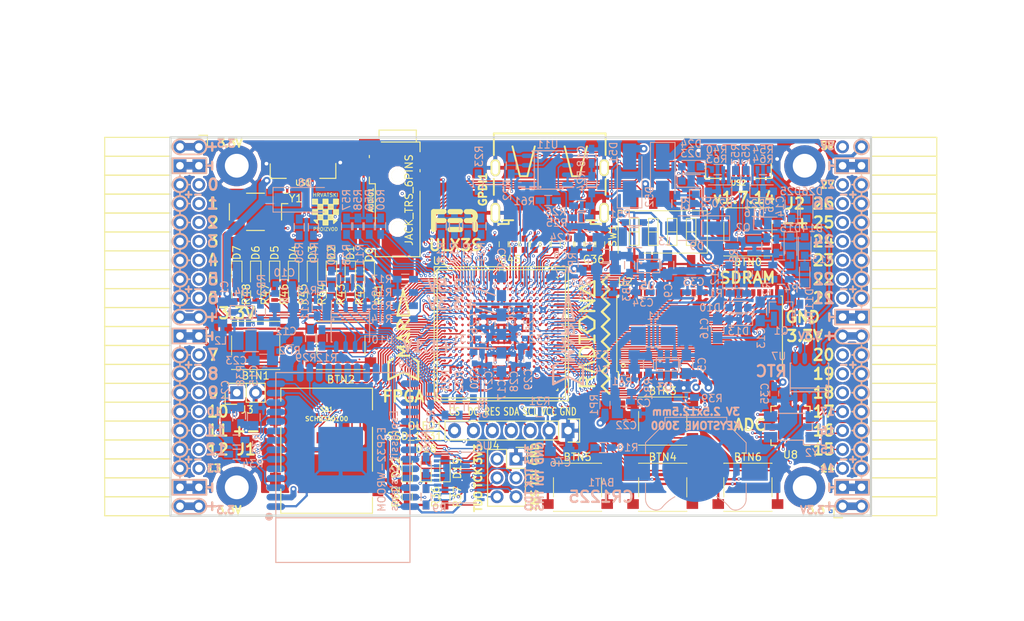
<source format=kicad_pcb>
(kicad_pcb (version 4) (host pcbnew 4.0.7+dfsg1-1)

  (general
    (links 768)
    (no_connects 0)
    (area 93.949999 61.269999 188.230001 112.370001)
    (thickness 1.6)
    (drawings 481)
    (tracks 4810)
    (zones 0)
    (modules 195)
    (nets 266)
  )

  (page A4)
  (layers
    (0 F.Cu signal)
    (1 In1.Cu signal)
    (2 In2.Cu signal)
    (31 B.Cu signal)
    (32 B.Adhes user)
    (33 F.Adhes user)
    (34 B.Paste user)
    (35 F.Paste user)
    (36 B.SilkS user)
    (37 F.SilkS user)
    (38 B.Mask user)
    (39 F.Mask user)
    (40 Dwgs.User user)
    (41 Cmts.User user)
    (42 Eco1.User user)
    (43 Eco2.User user)
    (44 Edge.Cuts user)
    (45 Margin user)
    (46 B.CrtYd user)
    (47 F.CrtYd user)
    (48 B.Fab user)
    (49 F.Fab user)
  )

  (setup
    (last_trace_width 0.3)
    (trace_clearance 0.127)
    (zone_clearance 0.127)
    (zone_45_only no)
    (trace_min 0.127)
    (segment_width 0.2)
    (edge_width 0.2)
    (via_size 0.4)
    (via_drill 0.2)
    (via_min_size 0.4)
    (via_min_drill 0.2)
    (uvia_size 0.3)
    (uvia_drill 0.1)
    (uvias_allowed no)
    (uvia_min_size 0.2)
    (uvia_min_drill 0.1)
    (pcb_text_width 0.3)
    (pcb_text_size 1.5 1.5)
    (mod_edge_width 0.15)
    (mod_text_size 1 1)
    (mod_text_width 0.15)
    (pad_size 1.7272 1.7272)
    (pad_drill 1.016)
    (pad_to_mask_clearance 0.05)
    (aux_axis_origin 94.1 112.22)
    (grid_origin 93.48 113)
    (visible_elements 7FFFFFFF)
    (pcbplotparams
      (layerselection 0x310f0_80000007)
      (usegerberextensions true)
      (excludeedgelayer true)
      (linewidth 0.100000)
      (plotframeref false)
      (viasonmask false)
      (mode 1)
      (useauxorigin false)
      (hpglpennumber 1)
      (hpglpenspeed 20)
      (hpglpendiameter 15)
      (hpglpenoverlay 2)
      (psnegative false)
      (psa4output false)
      (plotreference true)
      (plotvalue true)
      (plotinvisibletext false)
      (padsonsilk false)
      (subtractmaskfromsilk false)
      (outputformat 1)
      (mirror false)
      (drillshape 0)
      (scaleselection 1)
      (outputdirectory plot))
  )

  (net 0 "")
  (net 1 GND)
  (net 2 +5V)
  (net 3 /gpio/IN5V)
  (net 4 /gpio/OUT5V)
  (net 5 +3V3)
  (net 6 BTN_D)
  (net 7 BTN_F1)
  (net 8 BTN_F2)
  (net 9 BTN_L)
  (net 10 BTN_R)
  (net 11 BTN_U)
  (net 12 /power/FB1)
  (net 13 +2V5)
  (net 14 /power/PWREN)
  (net 15 /power/FB3)
  (net 16 /power/FB2)
  (net 17 "Net-(D9-Pad1)")
  (net 18 /power/VBAT)
  (net 19 JTAG_TDI)
  (net 20 JTAG_TCK)
  (net 21 JTAG_TMS)
  (net 22 JTAG_TDO)
  (net 23 /power/WAKEUPn)
  (net 24 /power/WKUP)
  (net 25 /power/SHUT)
  (net 26 /power/WAKE)
  (net 27 /power/HOLD)
  (net 28 /power/WKn)
  (net 29 /power/OSCI_32k)
  (net 30 /power/OSCO_32k)
  (net 31 "Net-(Q2-Pad3)")
  (net 32 SHUTDOWN)
  (net 33 /analog/AUDIO_L)
  (net 34 /analog/AUDIO_R)
  (net 35 GPDI_SDA)
  (net 36 GPDI_SCL)
  (net 37 /gpdi/VREF2)
  (net 38 SD_CMD)
  (net 39 SD_CLK)
  (net 40 SD_D0)
  (net 41 SD_D1)
  (net 42 USB5V)
  (net 43 GPDI_CEC)
  (net 44 nRESET)
  (net 45 FTDI_nDTR)
  (net 46 SDRAM_CKE)
  (net 47 SDRAM_A7)
  (net 48 SDRAM_D15)
  (net 49 SDRAM_BA1)
  (net 50 SDRAM_D7)
  (net 51 SDRAM_A6)
  (net 52 SDRAM_CLK)
  (net 53 SDRAM_D13)
  (net 54 SDRAM_BA0)
  (net 55 SDRAM_D6)
  (net 56 SDRAM_A5)
  (net 57 SDRAM_D14)
  (net 58 SDRAM_A11)
  (net 59 SDRAM_D12)
  (net 60 SDRAM_D5)
  (net 61 SDRAM_A4)
  (net 62 SDRAM_A10)
  (net 63 SDRAM_D11)
  (net 64 SDRAM_A3)
  (net 65 SDRAM_D4)
  (net 66 SDRAM_D10)
  (net 67 SDRAM_D9)
  (net 68 SDRAM_A9)
  (net 69 SDRAM_D3)
  (net 70 SDRAM_D8)
  (net 71 SDRAM_A8)
  (net 72 SDRAM_A2)
  (net 73 SDRAM_A1)
  (net 74 SDRAM_A0)
  (net 75 SDRAM_D2)
  (net 76 SDRAM_D1)
  (net 77 SDRAM_D0)
  (net 78 SDRAM_DQM0)
  (net 79 SDRAM_nCS)
  (net 80 SDRAM_nRAS)
  (net 81 SDRAM_DQM1)
  (net 82 SDRAM_nCAS)
  (net 83 SDRAM_nWE)
  (net 84 /flash/FLASH_nWP)
  (net 85 /flash/FLASH_nHOLD)
  (net 86 /flash/FLASH_MOSI)
  (net 87 /flash/FLASH_MISO)
  (net 88 /flash/FLASH_SCK)
  (net 89 /flash/FLASH_nCS)
  (net 90 /flash/FPGA_PROGRAMN)
  (net 91 /flash/FPGA_DONE)
  (net 92 /flash/FPGA_INITN)
  (net 93 OLED_RES)
  (net 94 OLED_DC)
  (net 95 OLED_CS)
  (net 96 WIFI_EN)
  (net 97 FTDI_nRTS)
  (net 98 FTDI_TXD)
  (net 99 FTDI_RXD)
  (net 100 WIFI_RXD)
  (net 101 WIFI_GPIO0)
  (net 102 WIFI_TXD)
  (net 103 USB_FTDI_D+)
  (net 104 USB_FTDI_D-)
  (net 105 SD_D3)
  (net 106 AUDIO_L3)
  (net 107 AUDIO_L2)
  (net 108 AUDIO_L1)
  (net 109 AUDIO_L0)
  (net 110 AUDIO_R3)
  (net 111 AUDIO_R2)
  (net 112 AUDIO_R1)
  (net 113 AUDIO_R0)
  (net 114 OLED_CLK)
  (net 115 OLED_MOSI)
  (net 116 LED0)
  (net 117 LED1)
  (net 118 LED2)
  (net 119 LED3)
  (net 120 LED4)
  (net 121 LED5)
  (net 122 LED6)
  (net 123 LED7)
  (net 124 BTN_PWRn)
  (net 125 FTDI_nTXLED)
  (net 126 FTDI_nSLEEP)
  (net 127 /blinkey/LED_PWREN)
  (net 128 /blinkey/LED_TXLED)
  (net 129 /sdcard/SD3V3)
  (net 130 SD_D2)
  (net 131 CLK_25MHz)
  (net 132 /blinkey/BTNPUL)
  (net 133 /blinkey/BTNPUR)
  (net 134 USB_FPGA_D+)
  (net 135 /power/FTDI_nSUSPEND)
  (net 136 /blinkey/ALED0)
  (net 137 /blinkey/ALED1)
  (net 138 /blinkey/ALED2)
  (net 139 /blinkey/ALED3)
  (net 140 /blinkey/ALED4)
  (net 141 /blinkey/ALED5)
  (net 142 /blinkey/ALED6)
  (net 143 /blinkey/ALED7)
  (net 144 /usb/FTD-)
  (net 145 /usb/FTD+)
  (net 146 ADC_MISO)
  (net 147 ADC_MOSI)
  (net 148 ADC_CSn)
  (net 149 ADC_SCLK)
  (net 150 SW3)
  (net 151 SW2)
  (net 152 SW1)
  (net 153 USB_FPGA_D-)
  (net 154 /usb/FPD+)
  (net 155 /usb/FPD-)
  (net 156 WIFI_GPIO16)
  (net 157 /usb/ANT_433MHz)
  (net 158 /power/PWRBTn)
  (net 159 PROG_DONE)
  (net 160 /power/P3V3)
  (net 161 /power/P2V5)
  (net 162 /power/L1)
  (net 163 /power/L3)
  (net 164 /power/L2)
  (net 165 FTDI_TXDEN)
  (net 166 SDRAM_A12)
  (net 167 /analog/AUDIO_V)
  (net 168 AUDIO_V3)
  (net 169 AUDIO_V2)
  (net 170 AUDIO_V1)
  (net 171 AUDIO_V0)
  (net 172 /blinkey/LED_WIFI)
  (net 173 /power/P1V1)
  (net 174 +1V1)
  (net 175 SW4)
  (net 176 /blinkey/SWPU)
  (net 177 /wifi/WIFIEN)
  (net 178 FT2V5)
  (net 179 GN0)
  (net 180 GP0)
  (net 181 GN1)
  (net 182 GP1)
  (net 183 GN2)
  (net 184 GP2)
  (net 185 GN3)
  (net 186 GP3)
  (net 187 GN4)
  (net 188 GP4)
  (net 189 GN5)
  (net 190 GP5)
  (net 191 GN6)
  (net 192 GP6)
  (net 193 GN14)
  (net 194 GP14)
  (net 195 GN15)
  (net 196 GP15)
  (net 197 GN16)
  (net 198 GP16)
  (net 199 GN17)
  (net 200 GP17)
  (net 201 GN18)
  (net 202 GP18)
  (net 203 GN19)
  (net 204 GP19)
  (net 205 GN20)
  (net 206 GP20)
  (net 207 GN21)
  (net 208 GP21)
  (net 209 GN22)
  (net 210 GP22)
  (net 211 GN23)
  (net 212 GP23)
  (net 213 GN24)
  (net 214 GP24)
  (net 215 GN25)
  (net 216 GP25)
  (net 217 GN26)
  (net 218 GP26)
  (net 219 GN27)
  (net 220 GP27)
  (net 221 GN7)
  (net 222 GP7)
  (net 223 GN8)
  (net 224 GP8)
  (net 225 GN9)
  (net 226 GP9)
  (net 227 GN10)
  (net 228 GP10)
  (net 229 GN11)
  (net 230 GP11)
  (net 231 GN12)
  (net 232 GP12)
  (net 233 GN13)
  (net 234 GP13)
  (net 235 WIFI_GPIO5)
  (net 236 WIFI_GPIO17)
  (net 237 USB_FPGA_PULL_D+)
  (net 238 USB_FPGA_PULL_D-)
  (net 239 "Net-(D23-Pad2)")
  (net 240 "Net-(D24-Pad1)")
  (net 241 "Net-(D25-Pad2)")
  (net 242 "Net-(D26-Pad1)")
  (net 243 /gpdi/GPDI_ETH+)
  (net 244 FPDI_ETH+)
  (net 245 /gpdi/GPDI_ETH-)
  (net 246 FPDI_ETH-)
  (net 247 /gpdi/GPDI_D2-)
  (net 248 FPDI_D2-)
  (net 249 /gpdi/GPDI_D1-)
  (net 250 FPDI_D1-)
  (net 251 /gpdi/GPDI_D0-)
  (net 252 FPDI_D0-)
  (net 253 /gpdi/GPDI_CLK-)
  (net 254 FPDI_CLK-)
  (net 255 /gpdi/GPDI_D2+)
  (net 256 FPDI_D2+)
  (net 257 /gpdi/GPDI_D1+)
  (net 258 FPDI_D1+)
  (net 259 /gpdi/GPDI_D0+)
  (net 260 FPDI_D0+)
  (net 261 /gpdi/GPDI_CLK+)
  (net 262 FPDI_CLK+)
  (net 263 FPDI_SDA)
  (net 264 FPDI_SCL)
  (net 265 /gpdi/FPDI_CEC)

  (net_class Default "This is the default net class."
    (clearance 0.127)
    (trace_width 0.3)
    (via_dia 0.4)
    (via_drill 0.2)
    (uvia_dia 0.3)
    (uvia_drill 0.1)
    (add_net +1V1)
    (add_net +2V5)
    (add_net +3V3)
    (add_net +5V)
    (add_net /analog/AUDIO_L)
    (add_net /analog/AUDIO_R)
    (add_net /analog/AUDIO_V)
    (add_net /blinkey/ALED0)
    (add_net /blinkey/ALED1)
    (add_net /blinkey/ALED2)
    (add_net /blinkey/ALED3)
    (add_net /blinkey/ALED4)
    (add_net /blinkey/ALED5)
    (add_net /blinkey/ALED6)
    (add_net /blinkey/ALED7)
    (add_net /blinkey/BTNPUL)
    (add_net /blinkey/BTNPUR)
    (add_net /blinkey/LED_PWREN)
    (add_net /blinkey/LED_TXLED)
    (add_net /blinkey/LED_WIFI)
    (add_net /blinkey/SWPU)
    (add_net /gpdi/FPDI_CEC)
    (add_net /gpdi/GPDI_CLK+)
    (add_net /gpdi/GPDI_CLK-)
    (add_net /gpdi/GPDI_D0+)
    (add_net /gpdi/GPDI_D0-)
    (add_net /gpdi/GPDI_D1+)
    (add_net /gpdi/GPDI_D1-)
    (add_net /gpdi/GPDI_D2+)
    (add_net /gpdi/GPDI_D2-)
    (add_net /gpdi/GPDI_ETH+)
    (add_net /gpdi/GPDI_ETH-)
    (add_net /gpdi/VREF2)
    (add_net /gpio/IN5V)
    (add_net /gpio/OUT5V)
    (add_net /power/FB1)
    (add_net /power/FB2)
    (add_net /power/FB3)
    (add_net /power/FTDI_nSUSPEND)
    (add_net /power/HOLD)
    (add_net /power/L1)
    (add_net /power/L2)
    (add_net /power/L3)
    (add_net /power/OSCI_32k)
    (add_net /power/OSCO_32k)
    (add_net /power/P1V1)
    (add_net /power/P2V5)
    (add_net /power/P3V3)
    (add_net /power/PWRBTn)
    (add_net /power/PWREN)
    (add_net /power/SHUT)
    (add_net /power/VBAT)
    (add_net /power/WAKE)
    (add_net /power/WAKEUPn)
    (add_net /power/WKUP)
    (add_net /power/WKn)
    (add_net /sdcard/SD3V3)
    (add_net /usb/ANT_433MHz)
    (add_net /usb/FPD+)
    (add_net /usb/FPD-)
    (add_net /usb/FTD+)
    (add_net /usb/FTD-)
    (add_net /wifi/WIFIEN)
    (add_net FPDI_CLK+)
    (add_net FPDI_CLK-)
    (add_net FPDI_D0+)
    (add_net FPDI_D0-)
    (add_net FPDI_D1+)
    (add_net FPDI_D1-)
    (add_net FPDI_D2+)
    (add_net FPDI_D2-)
    (add_net FPDI_ETH+)
    (add_net FPDI_ETH-)
    (add_net FT2V5)
    (add_net GND)
    (add_net "Net-(D23-Pad2)")
    (add_net "Net-(D24-Pad1)")
    (add_net "Net-(D25-Pad2)")
    (add_net "Net-(D26-Pad1)")
    (add_net "Net-(D9-Pad1)")
    (add_net "Net-(Q2-Pad3)")
    (add_net SW4)
    (add_net USB5V)
  )

  (net_class BGA ""
    (clearance 0.127)
    (trace_width 0.19)
    (via_dia 0.4)
    (via_drill 0.2)
    (uvia_dia 0.3)
    (uvia_drill 0.1)
    (add_net /flash/FLASH_MISO)
    (add_net /flash/FLASH_MOSI)
    (add_net /flash/FLASH_SCK)
    (add_net /flash/FLASH_nCS)
    (add_net /flash/FLASH_nHOLD)
    (add_net /flash/FLASH_nWP)
    (add_net /flash/FPGA_DONE)
    (add_net /flash/FPGA_INITN)
    (add_net /flash/FPGA_PROGRAMN)
    (add_net ADC_CSn)
    (add_net ADC_MISO)
    (add_net ADC_MOSI)
    (add_net ADC_SCLK)
    (add_net AUDIO_L0)
    (add_net AUDIO_L1)
    (add_net AUDIO_L2)
    (add_net AUDIO_L3)
    (add_net AUDIO_R0)
    (add_net AUDIO_R1)
    (add_net AUDIO_R2)
    (add_net AUDIO_R3)
    (add_net AUDIO_V0)
    (add_net AUDIO_V1)
    (add_net AUDIO_V2)
    (add_net AUDIO_V3)
    (add_net BTN_D)
    (add_net BTN_F1)
    (add_net BTN_F2)
    (add_net BTN_L)
    (add_net BTN_PWRn)
    (add_net BTN_R)
    (add_net BTN_U)
    (add_net CLK_25MHz)
    (add_net FPDI_SCL)
    (add_net FPDI_SDA)
    (add_net FTDI_RXD)
    (add_net FTDI_TXD)
    (add_net FTDI_TXDEN)
    (add_net FTDI_nDTR)
    (add_net FTDI_nRTS)
    (add_net FTDI_nSLEEP)
    (add_net FTDI_nTXLED)
    (add_net GN0)
    (add_net GN1)
    (add_net GN10)
    (add_net GN11)
    (add_net GN12)
    (add_net GN13)
    (add_net GN14)
    (add_net GN15)
    (add_net GN16)
    (add_net GN17)
    (add_net GN18)
    (add_net GN19)
    (add_net GN2)
    (add_net GN20)
    (add_net GN21)
    (add_net GN22)
    (add_net GN23)
    (add_net GN24)
    (add_net GN25)
    (add_net GN26)
    (add_net GN27)
    (add_net GN3)
    (add_net GN4)
    (add_net GN5)
    (add_net GN6)
    (add_net GN7)
    (add_net GN8)
    (add_net GN9)
    (add_net GP0)
    (add_net GP1)
    (add_net GP10)
    (add_net GP11)
    (add_net GP12)
    (add_net GP13)
    (add_net GP14)
    (add_net GP15)
    (add_net GP16)
    (add_net GP17)
    (add_net GP18)
    (add_net GP19)
    (add_net GP2)
    (add_net GP20)
    (add_net GP21)
    (add_net GP22)
    (add_net GP23)
    (add_net GP24)
    (add_net GP25)
    (add_net GP26)
    (add_net GP27)
    (add_net GP3)
    (add_net GP4)
    (add_net GP5)
    (add_net GP6)
    (add_net GP7)
    (add_net GP8)
    (add_net GP9)
    (add_net GPDI_CEC)
    (add_net GPDI_SCL)
    (add_net GPDI_SDA)
    (add_net JTAG_TCK)
    (add_net JTAG_TDI)
    (add_net JTAG_TDO)
    (add_net JTAG_TMS)
    (add_net LED0)
    (add_net LED1)
    (add_net LED2)
    (add_net LED3)
    (add_net LED4)
    (add_net LED5)
    (add_net LED6)
    (add_net LED7)
    (add_net OLED_CLK)
    (add_net OLED_CS)
    (add_net OLED_DC)
    (add_net OLED_MOSI)
    (add_net OLED_RES)
    (add_net PROG_DONE)
    (add_net SDRAM_A0)
    (add_net SDRAM_A1)
    (add_net SDRAM_A10)
    (add_net SDRAM_A11)
    (add_net SDRAM_A12)
    (add_net SDRAM_A2)
    (add_net SDRAM_A3)
    (add_net SDRAM_A4)
    (add_net SDRAM_A5)
    (add_net SDRAM_A6)
    (add_net SDRAM_A7)
    (add_net SDRAM_A8)
    (add_net SDRAM_A9)
    (add_net SDRAM_BA0)
    (add_net SDRAM_BA1)
    (add_net SDRAM_CKE)
    (add_net SDRAM_CLK)
    (add_net SDRAM_D0)
    (add_net SDRAM_D1)
    (add_net SDRAM_D10)
    (add_net SDRAM_D11)
    (add_net SDRAM_D12)
    (add_net SDRAM_D13)
    (add_net SDRAM_D14)
    (add_net SDRAM_D15)
    (add_net SDRAM_D2)
    (add_net SDRAM_D3)
    (add_net SDRAM_D4)
    (add_net SDRAM_D5)
    (add_net SDRAM_D6)
    (add_net SDRAM_D7)
    (add_net SDRAM_D8)
    (add_net SDRAM_D9)
    (add_net SDRAM_DQM0)
    (add_net SDRAM_DQM1)
    (add_net SDRAM_nCAS)
    (add_net SDRAM_nCS)
    (add_net SDRAM_nRAS)
    (add_net SDRAM_nWE)
    (add_net SD_CLK)
    (add_net SD_CMD)
    (add_net SD_D0)
    (add_net SD_D1)
    (add_net SD_D2)
    (add_net SD_D3)
    (add_net SHUTDOWN)
    (add_net SW1)
    (add_net SW2)
    (add_net SW3)
    (add_net USB_FPGA_D+)
    (add_net USB_FPGA_D-)
    (add_net USB_FPGA_PULL_D+)
    (add_net USB_FPGA_PULL_D-)
    (add_net USB_FTDI_D+)
    (add_net USB_FTDI_D-)
    (add_net WIFI_EN)
    (add_net WIFI_GPIO0)
    (add_net WIFI_GPIO16)
    (add_net WIFI_GPIO17)
    (add_net WIFI_GPIO5)
    (add_net WIFI_RXD)
    (add_net WIFI_TXD)
    (add_net nRESET)
  )

  (net_class Minimal ""
    (clearance 0.127)
    (trace_width 0.127)
    (via_dia 0.4)
    (via_drill 0.2)
    (uvia_dia 0.3)
    (uvia_drill 0.1)
  )

  (module Resistors_SMD:R_0603_HandSoldering (layer B.Cu) (tedit 59D565A6) (tstamp 59C0F273)
    (at 169.919 66.965 90)
    (descr "Resistor SMD 0603, hand soldering")
    (tags "resistor 0603")
    (path /58D6BF46/59C0F7B6)
    (attr smd)
    (fp_text reference R53 (at 3.259 0 270) (layer B.SilkS)
      (effects (font (size 1 1) (thickness 0.15)) (justify mirror))
    )
    (fp_text value 27 (at 2.667 0 270) (layer B.Fab)
      (effects (font (size 1 1) (thickness 0.15)) (justify mirror))
    )
    (fp_text user %R (at 2.413 -2.54 180) (layer B.Fab) hide
      (effects (font (size 1 1) (thickness 0.15)) (justify mirror))
    )
    (fp_line (start -0.8 -0.4) (end -0.8 0.4) (layer B.Fab) (width 0.1))
    (fp_line (start 0.8 -0.4) (end -0.8 -0.4) (layer B.Fab) (width 0.1))
    (fp_line (start 0.8 0.4) (end 0.8 -0.4) (layer B.Fab) (width 0.1))
    (fp_line (start -0.8 0.4) (end 0.8 0.4) (layer B.Fab) (width 0.1))
    (fp_line (start 0.5 -0.68) (end -0.5 -0.68) (layer B.SilkS) (width 0.12))
    (fp_line (start -0.5 0.68) (end 0.5 0.68) (layer B.SilkS) (width 0.12))
    (fp_line (start -1.96 0.7) (end 1.95 0.7) (layer B.CrtYd) (width 0.05))
    (fp_line (start -1.96 0.7) (end -1.96 -0.7) (layer B.CrtYd) (width 0.05))
    (fp_line (start 1.95 -0.7) (end 1.95 0.7) (layer B.CrtYd) (width 0.05))
    (fp_line (start 1.95 -0.7) (end -1.96 -0.7) (layer B.CrtYd) (width 0.05))
    (pad 1 smd rect (at -1.1 0 90) (size 1.2 0.9) (layers B.Cu B.Paste B.Mask)
      (net 134 USB_FPGA_D+))
    (pad 2 smd rect (at 1.1 0 90) (size 1.2 0.9) (layers B.Cu B.Paste B.Mask)
      (net 154 /usb/FPD+))
    (model Resistors_SMD.3dshapes/R_0603.wrl
      (at (xyz 0 0 0))
      (scale (xyz 1 1 1))
      (rotate (xyz 0 0 0))
    )
  )

  (module Socket_Strips:Socket_Strip_Angled_2x20 (layer F.Cu) (tedit 5A2B354F) (tstamp 58E6BE3D)
    (at 97.91 62.69 270)
    (descr "Through hole socket strip")
    (tags "socket strip")
    (path /56AC389C/58E6B835)
    (fp_text reference J1 (at 40.64 -6.35 360) (layer F.SilkS)
      (effects (font (size 1.5 1.5) (thickness 0.3)))
    )
    (fp_text value CONN_02X20 (at 0 -2.6 270) (layer F.Fab) hide
      (effects (font (size 1 1) (thickness 0.15)))
    )
    (fp_line (start -1.75 -1.35) (end -1.75 13.15) (layer F.CrtYd) (width 0.05))
    (fp_line (start 50.05 -1.35) (end 50.05 13.15) (layer F.CrtYd) (width 0.05))
    (fp_line (start -1.75 -1.35) (end 50.05 -1.35) (layer F.CrtYd) (width 0.05))
    (fp_line (start -1.75 13.15) (end 50.05 13.15) (layer F.CrtYd) (width 0.05))
    (fp_line (start 49.53 12.64) (end 49.53 3.81) (layer F.SilkS) (width 0.15))
    (fp_line (start 46.99 12.64) (end 49.53 12.64) (layer F.SilkS) (width 0.15))
    (fp_line (start 46.99 3.81) (end 49.53 3.81) (layer F.SilkS) (width 0.15))
    (fp_line (start 49.53 3.81) (end 49.53 12.64) (layer F.SilkS) (width 0.15))
    (fp_line (start 46.99 3.81) (end 46.99 12.64) (layer F.SilkS) (width 0.15))
    (fp_line (start 44.45 3.81) (end 46.99 3.81) (layer F.SilkS) (width 0.15))
    (fp_line (start 44.45 12.64) (end 46.99 12.64) (layer F.SilkS) (width 0.15))
    (fp_line (start 46.99 12.64) (end 46.99 3.81) (layer F.SilkS) (width 0.15))
    (fp_line (start 29.21 12.64) (end 29.21 3.81) (layer F.SilkS) (width 0.15))
    (fp_line (start 26.67 12.64) (end 29.21 12.64) (layer F.SilkS) (width 0.15))
    (fp_line (start 26.67 3.81) (end 29.21 3.81) (layer F.SilkS) (width 0.15))
    (fp_line (start 29.21 3.81) (end 29.21 12.64) (layer F.SilkS) (width 0.15))
    (fp_line (start 31.75 3.81) (end 31.75 12.64) (layer F.SilkS) (width 0.15))
    (fp_line (start 29.21 3.81) (end 31.75 3.81) (layer F.SilkS) (width 0.15))
    (fp_line (start 29.21 12.64) (end 31.75 12.64) (layer F.SilkS) (width 0.15))
    (fp_line (start 31.75 12.64) (end 31.75 3.81) (layer F.SilkS) (width 0.15))
    (fp_line (start 44.45 12.64) (end 44.45 3.81) (layer F.SilkS) (width 0.15))
    (fp_line (start 41.91 12.64) (end 44.45 12.64) (layer F.SilkS) (width 0.15))
    (fp_line (start 41.91 3.81) (end 44.45 3.81) (layer F.SilkS) (width 0.15))
    (fp_line (start 44.45 3.81) (end 44.45 12.64) (layer F.SilkS) (width 0.15))
    (fp_line (start 41.91 3.81) (end 41.91 12.64) (layer F.SilkS) (width 0.15))
    (fp_line (start 39.37 3.81) (end 41.91 3.81) (layer F.SilkS) (width 0.15))
    (fp_line (start 39.37 12.64) (end 41.91 12.64) (layer F.SilkS) (width 0.15))
    (fp_line (start 41.91 12.64) (end 41.91 3.81) (layer F.SilkS) (width 0.15))
    (fp_line (start 39.37 12.64) (end 39.37 3.81) (layer F.SilkS) (width 0.15))
    (fp_line (start 36.83 12.64) (end 39.37 12.64) (layer F.SilkS) (width 0.15))
    (fp_line (start 36.83 3.81) (end 39.37 3.81) (layer F.SilkS) (width 0.15))
    (fp_line (start 39.37 3.81) (end 39.37 12.64) (layer F.SilkS) (width 0.15))
    (fp_line (start 36.83 3.81) (end 36.83 12.64) (layer F.SilkS) (width 0.15))
    (fp_line (start 34.29 3.81) (end 36.83 3.81) (layer F.SilkS) (width 0.15))
    (fp_line (start 34.29 12.64) (end 36.83 12.64) (layer F.SilkS) (width 0.15))
    (fp_line (start 36.83 12.64) (end 36.83 3.81) (layer F.SilkS) (width 0.15))
    (fp_line (start 34.29 12.64) (end 34.29 3.81) (layer F.SilkS) (width 0.15))
    (fp_line (start 31.75 12.64) (end 34.29 12.64) (layer F.SilkS) (width 0.15))
    (fp_line (start 31.75 3.81) (end 34.29 3.81) (layer F.SilkS) (width 0.15))
    (fp_line (start 34.29 3.81) (end 34.29 12.64) (layer F.SilkS) (width 0.15))
    (fp_line (start 16.51 3.81) (end 16.51 12.64) (layer F.SilkS) (width 0.15))
    (fp_line (start 13.97 3.81) (end 16.51 3.81) (layer F.SilkS) (width 0.15))
    (fp_line (start 13.97 12.64) (end 16.51 12.64) (layer F.SilkS) (width 0.15))
    (fp_line (start 16.51 12.64) (end 16.51 3.81) (layer F.SilkS) (width 0.15))
    (fp_line (start 19.05 12.64) (end 19.05 3.81) (layer F.SilkS) (width 0.15))
    (fp_line (start 16.51 12.64) (end 19.05 12.64) (layer F.SilkS) (width 0.15))
    (fp_line (start 16.51 3.81) (end 19.05 3.81) (layer F.SilkS) (width 0.15))
    (fp_line (start 19.05 3.81) (end 19.05 12.64) (layer F.SilkS) (width 0.15))
    (fp_line (start 21.59 3.81) (end 21.59 12.64) (layer F.SilkS) (width 0.15))
    (fp_line (start 19.05 3.81) (end 21.59 3.81) (layer F.SilkS) (width 0.15))
    (fp_line (start 19.05 12.64) (end 21.59 12.64) (layer F.SilkS) (width 0.15))
    (fp_line (start 21.59 12.64) (end 21.59 3.81) (layer F.SilkS) (width 0.15))
    (fp_line (start 24.13 12.64) (end 24.13 3.81) (layer F.SilkS) (width 0.15))
    (fp_line (start 21.59 12.64) (end 24.13 12.64) (layer F.SilkS) (width 0.15))
    (fp_line (start 21.59 3.81) (end 24.13 3.81) (layer F.SilkS) (width 0.15))
    (fp_line (start 24.13 3.81) (end 24.13 12.64) (layer F.SilkS) (width 0.15))
    (fp_line (start 26.67 3.81) (end 26.67 12.64) (layer F.SilkS) (width 0.15))
    (fp_line (start 24.13 3.81) (end 26.67 3.81) (layer F.SilkS) (width 0.15))
    (fp_line (start 24.13 12.64) (end 26.67 12.64) (layer F.SilkS) (width 0.15))
    (fp_line (start 26.67 12.64) (end 26.67 3.81) (layer F.SilkS) (width 0.15))
    (fp_line (start 13.97 12.64) (end 13.97 3.81) (layer F.SilkS) (width 0.15))
    (fp_line (start 11.43 12.64) (end 13.97 12.64) (layer F.SilkS) (width 0.15))
    (fp_line (start 11.43 3.81) (end 13.97 3.81) (layer F.SilkS) (width 0.15))
    (fp_line (start 13.97 3.81) (end 13.97 12.64) (layer F.SilkS) (width 0.15))
    (fp_line (start 11.43 3.81) (end 11.43 12.64) (layer F.SilkS) (width 0.15))
    (fp_line (start 8.89 3.81) (end 11.43 3.81) (layer F.SilkS) (width 0.15))
    (fp_line (start 8.89 12.64) (end 11.43 12.64) (layer F.SilkS) (width 0.15))
    (fp_line (start 11.43 12.64) (end 11.43 3.81) (layer F.SilkS) (width 0.15))
    (fp_line (start 8.89 12.64) (end 8.89 3.81) (layer F.SilkS) (width 0.15))
    (fp_line (start 6.35 12.64) (end 8.89 12.64) (layer F.SilkS) (width 0.15))
    (fp_line (start 6.35 3.81) (end 8.89 3.81) (layer F.SilkS) (width 0.15))
    (fp_line (start 8.89 3.81) (end 8.89 12.64) (layer F.SilkS) (width 0.15))
    (fp_line (start 6.35 3.81) (end 6.35 12.64) (layer F.SilkS) (width 0.15))
    (fp_line (start 3.81 3.81) (end 6.35 3.81) (layer F.SilkS) (width 0.15))
    (fp_line (start 3.81 12.64) (end 6.35 12.64) (layer F.SilkS) (width 0.15))
    (fp_line (start 6.35 12.64) (end 6.35 3.81) (layer F.SilkS) (width 0.15))
    (fp_line (start 3.81 12.64) (end 3.81 3.81) (layer F.SilkS) (width 0.15))
    (fp_line (start 1.27 12.64) (end 3.81 12.64) (layer F.SilkS) (width 0.15))
    (fp_line (start 1.27 3.81) (end 3.81 3.81) (layer F.SilkS) (width 0.15))
    (fp_line (start 3.81 3.81) (end 3.81 12.64) (layer F.SilkS) (width 0.15))
    (fp_line (start 1.27 3.81) (end 1.27 12.64) (layer F.SilkS) (width 0.15))
    (fp_line (start -1.27 3.81) (end 1.27 3.81) (layer F.SilkS) (width 0.15))
    (fp_line (start 0 -1.15) (end -1.55 -1.15) (layer F.SilkS) (width 0.15))
    (fp_line (start -1.55 -1.15) (end -1.55 0) (layer F.SilkS) (width 0.15))
    (fp_line (start -1.27 3.81) (end -1.27 12.64) (layer F.SilkS) (width 0.15))
    (fp_line (start -1.27 12.64) (end 1.27 12.64) (layer F.SilkS) (width 0.15))
    (fp_line (start 1.27 12.64) (end 1.27 3.81) (layer F.SilkS) (width 0.15))
    (pad 1 thru_hole oval (at 0 0 270) (size 1.7272 1.7272) (drill 1.016) (layers *.Cu *.Mask)
      (net 5 +3V3))
    (pad 2 thru_hole oval (at 0 2.54 270) (size 1.7272 1.7272) (drill 1.016) (layers *.Cu *.Mask)
      (net 5 +3V3))
    (pad 3 thru_hole rect (at 2.54 0 270) (size 1.7272 1.7272) (drill 1.016) (layers *.Cu *.Mask)
      (net 1 GND))
    (pad 4 thru_hole rect (at 2.54 2.54 270) (size 1.7272 1.7272) (drill 1.016) (layers *.Cu *.Mask)
      (net 1 GND))
    (pad 5 thru_hole oval (at 5.08 0 270) (size 1.7272 1.7272) (drill 1.016) (layers *.Cu *.Mask)
      (net 179 GN0))
    (pad 6 thru_hole oval (at 5.08 2.54 270) (size 1.7272 1.7272) (drill 1.016) (layers *.Cu *.Mask)
      (net 180 GP0))
    (pad 7 thru_hole oval (at 7.62 0 270) (size 1.7272 1.7272) (drill 1.016) (layers *.Cu *.Mask)
      (net 181 GN1))
    (pad 8 thru_hole oval (at 7.62 2.54 270) (size 1.7272 1.7272) (drill 1.016) (layers *.Cu *.Mask)
      (net 182 GP1))
    (pad 9 thru_hole oval (at 10.16 0 270) (size 1.7272 1.7272) (drill 1.016) (layers *.Cu *.Mask)
      (net 183 GN2))
    (pad 10 thru_hole oval (at 10.16 2.54 270) (size 1.7272 1.7272) (drill 1.016) (layers *.Cu *.Mask)
      (net 184 GP2))
    (pad 11 thru_hole oval (at 12.7 0 270) (size 1.7272 1.7272) (drill 1.016) (layers *.Cu *.Mask)
      (net 185 GN3))
    (pad 12 thru_hole oval (at 12.7 2.54 270) (size 1.7272 1.7272) (drill 1.016) (layers *.Cu *.Mask)
      (net 186 GP3))
    (pad 13 thru_hole oval (at 15.24 0 270) (size 1.7272 1.7272) (drill 1.016) (layers *.Cu *.Mask)
      (net 187 GN4))
    (pad 14 thru_hole oval (at 15.24 2.54 270) (size 1.7272 1.7272) (drill 1.016) (layers *.Cu *.Mask)
      (net 188 GP4))
    (pad 15 thru_hole oval (at 17.78 0 270) (size 1.7272 1.7272) (drill 1.016) (layers *.Cu *.Mask)
      (net 189 GN5))
    (pad 16 thru_hole oval (at 17.78 2.54 270) (size 1.7272 1.7272) (drill 1.016) (layers *.Cu *.Mask)
      (net 190 GP5))
    (pad 17 thru_hole oval (at 20.32 0 270) (size 1.7272 1.7272) (drill 1.016) (layers *.Cu *.Mask)
      (net 191 GN6))
    (pad 18 thru_hole oval (at 20.32 2.54 270) (size 1.7272 1.7272) (drill 1.016) (layers *.Cu *.Mask)
      (net 192 GP6))
    (pad 19 thru_hole oval (at 22.86 0 270) (size 1.7272 1.7272) (drill 1.016) (layers *.Cu *.Mask)
      (net 5 +3V3))
    (pad 20 thru_hole oval (at 22.86 2.54 270) (size 1.7272 1.7272) (drill 1.016) (layers *.Cu *.Mask)
      (net 5 +3V3))
    (pad 21 thru_hole rect (at 25.4 0 270) (size 1.7272 1.7272) (drill 1.016) (layers *.Cu *.Mask)
      (net 1 GND))
    (pad 22 thru_hole rect (at 25.4 2.54 270) (size 1.7272 1.7272) (drill 1.016) (layers *.Cu *.Mask)
      (net 1 GND))
    (pad 23 thru_hole oval (at 27.94 0 270) (size 1.7272 1.7272) (drill 1.016) (layers *.Cu *.Mask)
      (net 221 GN7))
    (pad 24 thru_hole oval (at 27.94 2.54 270) (size 1.7272 1.7272) (drill 1.016) (layers *.Cu *.Mask)
      (net 222 GP7))
    (pad 25 thru_hole oval (at 30.48 0 270) (size 1.7272 1.7272) (drill 1.016) (layers *.Cu *.Mask)
      (net 223 GN8))
    (pad 26 thru_hole oval (at 30.48 2.54 270) (size 1.7272 1.7272) (drill 1.016) (layers *.Cu *.Mask)
      (net 224 GP8))
    (pad 27 thru_hole oval (at 33.02 0 270) (size 1.7272 1.7272) (drill 1.016) (layers *.Cu *.Mask)
      (net 225 GN9))
    (pad 28 thru_hole oval (at 33.02 2.54 270) (size 1.7272 1.7272) (drill 1.016) (layers *.Cu *.Mask)
      (net 226 GP9))
    (pad 29 thru_hole oval (at 35.56 0 270) (size 1.7272 1.7272) (drill 1.016) (layers *.Cu *.Mask)
      (net 227 GN10))
    (pad 30 thru_hole oval (at 35.56 2.54 270) (size 1.7272 1.7272) (drill 1.016) (layers *.Cu *.Mask)
      (net 228 GP10))
    (pad 31 thru_hole oval (at 38.1 0 270) (size 1.7272 1.7272) (drill 1.016) (layers *.Cu *.Mask)
      (net 229 GN11))
    (pad 32 thru_hole oval (at 38.1 2.54 270) (size 1.7272 1.7272) (drill 1.016) (layers *.Cu *.Mask)
      (net 230 GP11))
    (pad 33 thru_hole oval (at 40.64 0 270) (size 1.7272 1.7272) (drill 1.016) (layers *.Cu *.Mask)
      (net 231 GN12))
    (pad 34 thru_hole oval (at 40.64 2.54 270) (size 1.7272 1.7272) (drill 1.016) (layers *.Cu *.Mask)
      (net 232 GP12))
    (pad 35 thru_hole oval (at 43.18 0 270) (size 1.7272 1.7272) (drill 1.016) (layers *.Cu *.Mask)
      (net 233 GN13))
    (pad 36 thru_hole oval (at 43.18 2.54 270) (size 1.7272 1.7272) (drill 1.016) (layers *.Cu *.Mask)
      (net 234 GP13))
    (pad 37 thru_hole rect (at 45.72 0 270) (size 1.7272 1.7272) (drill 1.016) (layers *.Cu *.Mask)
      (net 1 GND))
    (pad 38 thru_hole rect (at 45.72 2.54 270) (size 1.7272 1.7272) (drill 1.016) (layers *.Cu *.Mask)
      (net 1 GND))
    (pad 39 thru_hole oval (at 48.26 0 270) (size 1.7272 1.7272) (drill 1.016) (layers *.Cu *.Mask)
      (net 5 +3V3))
    (pad 40 thru_hole oval (at 48.26 2.54 270) (size 1.7272 1.7272) (drill 1.016) (layers *.Cu *.Mask)
      (net 5 +3V3))
    (model Socket_Strips.3dshapes/Socket_Strip_Angled_2x20.wrl
      (at (xyz 0.95 -0.05 0))
      (scale (xyz 1 1 1))
      (rotate (xyz 0 0 180))
    )
  )

  (module SMD_Packages:1Pin (layer F.Cu) (tedit 59F891E7) (tstamp 59C3DCCD)
    (at 182.67515 111.637626)
    (descr "module 1 pin (ou trou mecanique de percage)")
    (tags DEV)
    (path /58D6BF46/59C3AE47)
    (fp_text reference AE1 (at -3.236 3.798) (layer F.SilkS) hide
      (effects (font (size 1 1) (thickness 0.15)))
    )
    (fp_text value 433MHz (at 2.606 3.798) (layer F.Fab) hide
      (effects (font (size 1 1) (thickness 0.15)))
    )
    (pad 1 smd rect (at 0 0) (size 0.5 0.5) (layers B.Cu F.Paste F.Mask)
      (net 157 /usb/ANT_433MHz))
  )

  (module Resistors_SMD:R_0603_HandSoldering (layer B.Cu) (tedit 58307AEF) (tstamp 590C5C33)
    (at 103.498 98.758 90)
    (descr "Resistor SMD 0603, hand soldering")
    (tags "resistor 0603")
    (path /58DA7327/590C5D62)
    (attr smd)
    (fp_text reference R38 (at 5.334 0 90) (layer B.SilkS)
      (effects (font (size 1 1) (thickness 0.15)) (justify mirror))
    )
    (fp_text value 0.47 (at 3.386 0 90) (layer B.Fab)
      (effects (font (size 1 1) (thickness 0.15)) (justify mirror))
    )
    (fp_line (start -0.8 -0.4) (end -0.8 0.4) (layer B.Fab) (width 0.1))
    (fp_line (start 0.8 -0.4) (end -0.8 -0.4) (layer B.Fab) (width 0.1))
    (fp_line (start 0.8 0.4) (end 0.8 -0.4) (layer B.Fab) (width 0.1))
    (fp_line (start -0.8 0.4) (end 0.8 0.4) (layer B.Fab) (width 0.1))
    (fp_line (start -2 0.8) (end 2 0.8) (layer B.CrtYd) (width 0.05))
    (fp_line (start -2 -0.8) (end 2 -0.8) (layer B.CrtYd) (width 0.05))
    (fp_line (start -2 0.8) (end -2 -0.8) (layer B.CrtYd) (width 0.05))
    (fp_line (start 2 0.8) (end 2 -0.8) (layer B.CrtYd) (width 0.05))
    (fp_line (start 0.5 -0.675) (end -0.5 -0.675) (layer B.SilkS) (width 0.15))
    (fp_line (start -0.5 0.675) (end 0.5 0.675) (layer B.SilkS) (width 0.15))
    (pad 1 smd rect (at -1.1 0 90) (size 1.2 0.9) (layers B.Cu B.Paste B.Mask)
      (net 129 /sdcard/SD3V3))
    (pad 2 smd rect (at 1.1 0 90) (size 1.2 0.9) (layers B.Cu B.Paste B.Mask)
      (net 5 +3V3))
    (model Resistors_SMD.3dshapes/R_0603_HandSoldering.wrl
      (at (xyz 0 0 0))
      (scale (xyz 1 1 1))
      (rotate (xyz 0 0 0))
    )
    (model Resistors_SMD.3dshapes/R_0603.wrl
      (at (xyz 0 0 0))
      (scale (xyz 1 1 1))
      (rotate (xyz 0 0 0))
    )
  )

  (module Diodes_SMD:D_SMA_Handsoldering (layer B.Cu) (tedit 59D564F6) (tstamp 59D3C50D)
    (at 155.695 66.5 90)
    (descr "Diode SMA (DO-214AC) Handsoldering")
    (tags "Diode SMA (DO-214AC) Handsoldering")
    (path /56AC389C/56AC483B)
    (attr smd)
    (fp_text reference D51 (at 3.048 -2.159 90) (layer B.SilkS)
      (effects (font (size 1 1) (thickness 0.15)) (justify mirror))
    )
    (fp_text value STPS2L30AF (at 0 -2.6 90) (layer B.Fab) hide
      (effects (font (size 1 1) (thickness 0.15)) (justify mirror))
    )
    (fp_text user %R (at 3.048 -2.159 90) (layer B.Fab) hide
      (effects (font (size 1 1) (thickness 0.15)) (justify mirror))
    )
    (fp_line (start -4.4 1.65) (end -4.4 -1.65) (layer B.SilkS) (width 0.12))
    (fp_line (start 2.3 -1.5) (end -2.3 -1.5) (layer B.Fab) (width 0.1))
    (fp_line (start -2.3 -1.5) (end -2.3 1.5) (layer B.Fab) (width 0.1))
    (fp_line (start 2.3 1.5) (end 2.3 -1.5) (layer B.Fab) (width 0.1))
    (fp_line (start 2.3 1.5) (end -2.3 1.5) (layer B.Fab) (width 0.1))
    (fp_line (start -4.5 1.75) (end 4.5 1.75) (layer B.CrtYd) (width 0.05))
    (fp_line (start 4.5 1.75) (end 4.5 -1.75) (layer B.CrtYd) (width 0.05))
    (fp_line (start 4.5 -1.75) (end -4.5 -1.75) (layer B.CrtYd) (width 0.05))
    (fp_line (start -4.5 -1.75) (end -4.5 1.75) (layer B.CrtYd) (width 0.05))
    (fp_line (start -0.64944 -0.00102) (end -1.55114 -0.00102) (layer B.Fab) (width 0.1))
    (fp_line (start 0.50118 -0.00102) (end 1.4994 -0.00102) (layer B.Fab) (width 0.1))
    (fp_line (start -0.64944 0.79908) (end -0.64944 -0.80112) (layer B.Fab) (width 0.1))
    (fp_line (start 0.50118 -0.75032) (end 0.50118 0.79908) (layer B.Fab) (width 0.1))
    (fp_line (start -0.64944 -0.00102) (end 0.50118 -0.75032) (layer B.Fab) (width 0.1))
    (fp_line (start -0.64944 -0.00102) (end 0.50118 0.79908) (layer B.Fab) (width 0.1))
    (fp_line (start -4.4 -1.65) (end 2.5 -1.65) (layer B.SilkS) (width 0.12))
    (fp_line (start -4.4 1.65) (end 2.5 1.65) (layer B.SilkS) (width 0.12))
    (pad 1 smd rect (at -2.5 0 90) (size 3.5 1.8) (layers B.Cu B.Paste B.Mask)
      (net 2 +5V))
    (pad 2 smd rect (at 2.5 0 90) (size 3.5 1.8) (layers B.Cu B.Paste B.Mask)
      (net 3 /gpio/IN5V))
    (model ${KISYS3DMOD}/Diodes_SMD.3dshapes/D_SMA.wrl
      (at (xyz 0 0 0))
      (scale (xyz 1 1 1))
      (rotate (xyz 0 0 0))
    )
  )

  (module Resistors_SMD:R_0603_HandSoldering (layer B.Cu) (tedit 58307AEF) (tstamp 595B8F7A)
    (at 156.33 72.85 180)
    (descr "Resistor SMD 0603, hand soldering")
    (tags "resistor 0603")
    (path /58D6547C/595B9C2F)
    (attr smd)
    (fp_text reference R51 (at 1.905 1.143 180) (layer B.SilkS)
      (effects (font (size 1 1) (thickness 0.15)) (justify mirror))
    )
    (fp_text value 150 (at 3.556 -0.508 180) (layer B.Fab)
      (effects (font (size 1 1) (thickness 0.15)) (justify mirror))
    )
    (fp_line (start -0.8 -0.4) (end -0.8 0.4) (layer B.Fab) (width 0.1))
    (fp_line (start 0.8 -0.4) (end -0.8 -0.4) (layer B.Fab) (width 0.1))
    (fp_line (start 0.8 0.4) (end 0.8 -0.4) (layer B.Fab) (width 0.1))
    (fp_line (start -0.8 0.4) (end 0.8 0.4) (layer B.Fab) (width 0.1))
    (fp_line (start -2 0.8) (end 2 0.8) (layer B.CrtYd) (width 0.05))
    (fp_line (start -2 -0.8) (end 2 -0.8) (layer B.CrtYd) (width 0.05))
    (fp_line (start -2 0.8) (end -2 -0.8) (layer B.CrtYd) (width 0.05))
    (fp_line (start 2 0.8) (end 2 -0.8) (layer B.CrtYd) (width 0.05))
    (fp_line (start 0.5 -0.675) (end -0.5 -0.675) (layer B.SilkS) (width 0.15))
    (fp_line (start -0.5 0.675) (end 0.5 0.675) (layer B.SilkS) (width 0.15))
    (pad 1 smd rect (at -1.1 0 180) (size 1.2 0.9) (layers B.Cu B.Paste B.Mask)
      (net 5 +3V3))
    (pad 2 smd rect (at 1.1 0 180) (size 1.2 0.9) (layers B.Cu B.Paste B.Mask)
      (net 176 /blinkey/SWPU))
    (model Resistors_SMD.3dshapes/R_0603.wrl
      (at (xyz 0 0 0))
      (scale (xyz 1 1 1))
      (rotate (xyz 0 0 0))
    )
  )

  (module Resistors_SMD:R_1210_HandSoldering (layer B.Cu) (tedit 58307C8D) (tstamp 58D58A37)
    (at 158.87 88.09 180)
    (descr "Resistor SMD 1210, hand soldering")
    (tags "resistor 1210")
    (path /58D51CAD/5A73C9EB)
    (attr smd)
    (fp_text reference L1 (at 0 2.7 180) (layer B.SilkS)
      (effects (font (size 1 1) (thickness 0.15)) (justify mirror))
    )
    (fp_text value 2.2uH (at 0 2.032 180) (layer B.Fab)
      (effects (font (size 1 1) (thickness 0.15)) (justify mirror))
    )
    (fp_line (start -1.6 -1.25) (end -1.6 1.25) (layer B.Fab) (width 0.1))
    (fp_line (start 1.6 -1.25) (end -1.6 -1.25) (layer B.Fab) (width 0.1))
    (fp_line (start 1.6 1.25) (end 1.6 -1.25) (layer B.Fab) (width 0.1))
    (fp_line (start -1.6 1.25) (end 1.6 1.25) (layer B.Fab) (width 0.1))
    (fp_line (start -3.3 1.6) (end 3.3 1.6) (layer B.CrtYd) (width 0.05))
    (fp_line (start -3.3 -1.6) (end 3.3 -1.6) (layer B.CrtYd) (width 0.05))
    (fp_line (start -3.3 1.6) (end -3.3 -1.6) (layer B.CrtYd) (width 0.05))
    (fp_line (start 3.3 1.6) (end 3.3 -1.6) (layer B.CrtYd) (width 0.05))
    (fp_line (start 1 -1.475) (end -1 -1.475) (layer B.SilkS) (width 0.15))
    (fp_line (start -1 1.475) (end 1 1.475) (layer B.SilkS) (width 0.15))
    (pad 1 smd rect (at -2 0 180) (size 2 2.5) (layers B.Cu B.Paste B.Mask)
      (net 162 /power/L1))
    (pad 2 smd rect (at 2 0 180) (size 2 2.5) (layers B.Cu B.Paste B.Mask)
      (net 173 /power/P1V1))
    (model Inductors_SMD.3dshapes/L_1210.wrl
      (at (xyz 0 0 0))
      (scale (xyz 1 1 1))
      (rotate (xyz 0 0 0))
    )
  )

  (module TSOT-25:TSOT-25 (layer B.Cu) (tedit 59CD7E8F) (tstamp 58D5976E)
    (at 160.775 91.9)
    (path /58D51CAD/5A57BFD7)
    (attr smd)
    (fp_text reference U3 (at -0.381 3.048) (layer B.SilkS)
      (effects (font (size 1 1) (thickness 0.2)) (justify mirror))
    )
    (fp_text value TLV62569DBV (at 0 2.286) (layer B.Fab)
      (effects (font (size 0.4 0.4) (thickness 0.1)) (justify mirror))
    )
    (fp_circle (center -1 -0.4) (end -0.95 -0.5) (layer B.SilkS) (width 0.15))
    (fp_line (start -1.5 0.9) (end 1.5 0.9) (layer B.SilkS) (width 0.15))
    (fp_line (start 1.5 0.9) (end 1.5 -0.9) (layer B.SilkS) (width 0.15))
    (fp_line (start 1.5 -0.9) (end -1.5 -0.9) (layer B.SilkS) (width 0.15))
    (fp_line (start -1.5 -0.9) (end -1.5 0.9) (layer B.SilkS) (width 0.15))
    (pad 1 smd rect (at -0.95 -1.3) (size 0.7 1.2) (layers B.Cu B.Paste B.Mask)
      (net 14 /power/PWREN))
    (pad 2 smd rect (at 0 -1.3) (size 0.7 1.2) (layers B.Cu B.Paste B.Mask)
      (net 1 GND))
    (pad 3 smd rect (at 0.95 -1.3) (size 0.7 1.2) (layers B.Cu B.Paste B.Mask)
      (net 162 /power/L1))
    (pad 4 smd rect (at 0.95 1.3) (size 0.7 1.2) (layers B.Cu B.Paste B.Mask)
      (net 2 +5V))
    (pad 5 smd rect (at -0.95 1.3) (size 0.7 1.2) (layers B.Cu B.Paste B.Mask)
      (net 12 /power/FB1))
    (model TO_SOT_Packages_SMD.3dshapes/SOT-23-5.wrl
      (at (xyz 0 0 0))
      (scale (xyz 1 1 1))
      (rotate (xyz 0 0 -90))
    )
  )

  (module Resistors_SMD:R_1210_HandSoldering (layer B.Cu) (tedit 58307C8D) (tstamp 58D599B2)
    (at 104.895 88.725)
    (descr "Resistor SMD 1210, hand soldering")
    (tags "resistor 1210")
    (path /58D51CAD/58D67BD8)
    (attr smd)
    (fp_text reference L2 (at -4.064 0) (layer B.SilkS)
      (effects (font (size 1 1) (thickness 0.15)) (justify mirror))
    )
    (fp_text value 2.2uH (at -1.016 2.159) (layer B.Fab)
      (effects (font (size 1 1) (thickness 0.15)) (justify mirror))
    )
    (fp_line (start -1.6 -1.25) (end -1.6 1.25) (layer B.Fab) (width 0.1))
    (fp_line (start 1.6 -1.25) (end -1.6 -1.25) (layer B.Fab) (width 0.1))
    (fp_line (start 1.6 1.25) (end 1.6 -1.25) (layer B.Fab) (width 0.1))
    (fp_line (start -1.6 1.25) (end 1.6 1.25) (layer B.Fab) (width 0.1))
    (fp_line (start -3.3 1.6) (end 3.3 1.6) (layer B.CrtYd) (width 0.05))
    (fp_line (start -3.3 -1.6) (end 3.3 -1.6) (layer B.CrtYd) (width 0.05))
    (fp_line (start -3.3 1.6) (end -3.3 -1.6) (layer B.CrtYd) (width 0.05))
    (fp_line (start 3.3 1.6) (end 3.3 -1.6) (layer B.CrtYd) (width 0.05))
    (fp_line (start 1 -1.475) (end -1 -1.475) (layer B.SilkS) (width 0.15))
    (fp_line (start -1 1.475) (end 1 1.475) (layer B.SilkS) (width 0.15))
    (pad 1 smd rect (at -2 0) (size 2 2.5) (layers B.Cu B.Paste B.Mask)
      (net 164 /power/L2))
    (pad 2 smd rect (at 2 0) (size 2 2.5) (layers B.Cu B.Paste B.Mask)
      (net 161 /power/P2V5))
    (model Inductors_SMD.3dshapes/L_1210.wrl
      (at (xyz 0 0 0))
      (scale (xyz 1 1 1))
      (rotate (xyz 0 0 0))
    )
  )

  (module TSOT-25:TSOT-25 (layer B.Cu) (tedit 59CD7E82) (tstamp 58D599CD)
    (at 103.625 84.915 180)
    (path /58D51CAD/5A57BC36)
    (attr smd)
    (fp_text reference U4 (at 0 2.697 180) (layer B.SilkS)
      (effects (font (size 1 1) (thickness 0.2)) (justify mirror))
    )
    (fp_text value TLV62569DBV (at 0 2.443 180) (layer B.Fab)
      (effects (font (size 0.4 0.4) (thickness 0.1)) (justify mirror))
    )
    (fp_circle (center -1 -0.4) (end -0.95 -0.5) (layer B.SilkS) (width 0.15))
    (fp_line (start -1.5 0.9) (end 1.5 0.9) (layer B.SilkS) (width 0.15))
    (fp_line (start 1.5 0.9) (end 1.5 -0.9) (layer B.SilkS) (width 0.15))
    (fp_line (start 1.5 -0.9) (end -1.5 -0.9) (layer B.SilkS) (width 0.15))
    (fp_line (start -1.5 -0.9) (end -1.5 0.9) (layer B.SilkS) (width 0.15))
    (pad 1 smd rect (at -0.95 -1.3 180) (size 0.7 1.2) (layers B.Cu B.Paste B.Mask)
      (net 14 /power/PWREN))
    (pad 2 smd rect (at 0 -1.3 180) (size 0.7 1.2) (layers B.Cu B.Paste B.Mask)
      (net 1 GND))
    (pad 3 smd rect (at 0.95 -1.3 180) (size 0.7 1.2) (layers B.Cu B.Paste B.Mask)
      (net 164 /power/L2))
    (pad 4 smd rect (at 0.95 1.3 180) (size 0.7 1.2) (layers B.Cu B.Paste B.Mask)
      (net 2 +5V))
    (pad 5 smd rect (at -0.95 1.3 180) (size 0.7 1.2) (layers B.Cu B.Paste B.Mask)
      (net 16 /power/FB2))
    (model TO_SOT_Packages_SMD.3dshapes/SOT-23-5.wrl
      (at (xyz 0 0 0))
      (scale (xyz 1 1 1))
      (rotate (xyz 0 0 -90))
    )
  )

  (module Resistors_SMD:R_1210_HandSoldering (layer B.Cu) (tedit 58307C8D) (tstamp 58D66E7E)
    (at 156.33 74.755 180)
    (descr "Resistor SMD 1210, hand soldering")
    (tags "resistor 1210")
    (path /58D51CAD/5A73CDB3)
    (attr smd)
    (fp_text reference L3 (at -4.064 -0.635 180) (layer B.SilkS)
      (effects (font (size 1 1) (thickness 0.15)) (justify mirror))
    )
    (fp_text value 2.2uH (at 5.842 0.381 180) (layer B.Fab)
      (effects (font (size 1 1) (thickness 0.15)) (justify mirror))
    )
    (fp_line (start -1.6 -1.25) (end -1.6 1.25) (layer B.Fab) (width 0.1))
    (fp_line (start 1.6 -1.25) (end -1.6 -1.25) (layer B.Fab) (width 0.1))
    (fp_line (start 1.6 1.25) (end 1.6 -1.25) (layer B.Fab) (width 0.1))
    (fp_line (start -1.6 1.25) (end 1.6 1.25) (layer B.Fab) (width 0.1))
    (fp_line (start -3.3 1.6) (end 3.3 1.6) (layer B.CrtYd) (width 0.05))
    (fp_line (start -3.3 -1.6) (end 3.3 -1.6) (layer B.CrtYd) (width 0.05))
    (fp_line (start -3.3 1.6) (end -3.3 -1.6) (layer B.CrtYd) (width 0.05))
    (fp_line (start 3.3 1.6) (end 3.3 -1.6) (layer B.CrtYd) (width 0.05))
    (fp_line (start 1 -1.475) (end -1 -1.475) (layer B.SilkS) (width 0.15))
    (fp_line (start -1 1.475) (end 1 1.475) (layer B.SilkS) (width 0.15))
    (pad 1 smd rect (at -2 0 180) (size 2 2.5) (layers B.Cu B.Paste B.Mask)
      (net 163 /power/L3))
    (pad 2 smd rect (at 2 0 180) (size 2 2.5) (layers B.Cu B.Paste B.Mask)
      (net 160 /power/P3V3))
    (model Inductors_SMD.3dshapes/L_1210.wrl
      (at (xyz 0 0 0))
      (scale (xyz 1 1 1))
      (rotate (xyz 0 0 0))
    )
  )

  (module TSOT-25:TSOT-25 (layer B.Cu) (tedit 59CD7D98) (tstamp 58D66E99)
    (at 158.235 78.692)
    (path /58D51CAD/58D67BBA)
    (attr smd)
    (fp_text reference U5 (at -0.127 2.667) (layer B.SilkS)
      (effects (font (size 1 1) (thickness 0.2)) (justify mirror))
    )
    (fp_text value TLV62569DBV (at 0 2.413) (layer B.Fab)
      (effects (font (size 0.4 0.4) (thickness 0.1)) (justify mirror))
    )
    (fp_circle (center -1 -0.4) (end -0.95 -0.5) (layer B.SilkS) (width 0.15))
    (fp_line (start -1.5 0.9) (end 1.5 0.9) (layer B.SilkS) (width 0.15))
    (fp_line (start 1.5 0.9) (end 1.5 -0.9) (layer B.SilkS) (width 0.15))
    (fp_line (start 1.5 -0.9) (end -1.5 -0.9) (layer B.SilkS) (width 0.15))
    (fp_line (start -1.5 -0.9) (end -1.5 0.9) (layer B.SilkS) (width 0.15))
    (pad 1 smd rect (at -0.95 -1.3) (size 0.7 1.2) (layers B.Cu B.Paste B.Mask)
      (net 14 /power/PWREN))
    (pad 2 smd rect (at 0 -1.3) (size 0.7 1.2) (layers B.Cu B.Paste B.Mask)
      (net 1 GND))
    (pad 3 smd rect (at 0.95 -1.3) (size 0.7 1.2) (layers B.Cu B.Paste B.Mask)
      (net 163 /power/L3))
    (pad 4 smd rect (at 0.95 1.3) (size 0.7 1.2) (layers B.Cu B.Paste B.Mask)
      (net 2 +5V))
    (pad 5 smd rect (at -0.95 1.3) (size 0.7 1.2) (layers B.Cu B.Paste B.Mask)
      (net 15 /power/FB3))
    (model TO_SOT_Packages_SMD.3dshapes/SOT-23-5.wrl
      (at (xyz 0 0 0))
      (scale (xyz 1 1 1))
      (rotate (xyz 0 0 -90))
    )
  )

  (module Capacitors_SMD:C_0805_HandSoldering (layer B.Cu) (tedit 541A9B8D) (tstamp 58D68B19)
    (at 101.085 84.915 270)
    (descr "Capacitor SMD 0805, hand soldering")
    (tags "capacitor 0805")
    (path /58D51CAD/58D598B7)
    (attr smd)
    (fp_text reference C1 (at -3.302 -0.254 270) (layer B.SilkS)
      (effects (font (size 1 1) (thickness 0.15)) (justify mirror))
    )
    (fp_text value 22uF (at -3.429 -0.127 270) (layer B.Fab)
      (effects (font (size 1 1) (thickness 0.15)) (justify mirror))
    )
    (fp_line (start -1 -0.625) (end -1 0.625) (layer B.Fab) (width 0.15))
    (fp_line (start 1 -0.625) (end -1 -0.625) (layer B.Fab) (width 0.15))
    (fp_line (start 1 0.625) (end 1 -0.625) (layer B.Fab) (width 0.15))
    (fp_line (start -1 0.625) (end 1 0.625) (layer B.Fab) (width 0.15))
    (fp_line (start -2.3 1) (end 2.3 1) (layer B.CrtYd) (width 0.05))
    (fp_line (start -2.3 -1) (end 2.3 -1) (layer B.CrtYd) (width 0.05))
    (fp_line (start -2.3 1) (end -2.3 -1) (layer B.CrtYd) (width 0.05))
    (fp_line (start 2.3 1) (end 2.3 -1) (layer B.CrtYd) (width 0.05))
    (fp_line (start 0.5 0.85) (end -0.5 0.85) (layer B.SilkS) (width 0.15))
    (fp_line (start -0.5 -0.85) (end 0.5 -0.85) (layer B.SilkS) (width 0.15))
    (pad 1 smd rect (at -1.25 0 270) (size 1.5 1.25) (layers B.Cu B.Paste B.Mask)
      (net 2 +5V))
    (pad 2 smd rect (at 1.25 0 270) (size 1.5 1.25) (layers B.Cu B.Paste B.Mask)
      (net 1 GND))
    (model Capacitors_SMD.3dshapes/C_0805.wrl
      (at (xyz 0 0 0))
      (scale (xyz 1 1 1))
      (rotate (xyz 0 0 0))
    )
  )

  (module Capacitors_SMD:C_0805_HandSoldering (layer B.Cu) (tedit 541A9B8D) (tstamp 58D68B1E)
    (at 155.06 90.63)
    (descr "Capacitor SMD 0805, hand soldering")
    (tags "capacitor 0805")
    (path /58D51CAD/58D5AE64)
    (attr smd)
    (fp_text reference C3 (at -3.048 0) (layer B.SilkS)
      (effects (font (size 1 1) (thickness 0.15)) (justify mirror))
    )
    (fp_text value 22uF (at -4.064 0) (layer B.Fab)
      (effects (font (size 1 1) (thickness 0.15)) (justify mirror))
    )
    (fp_line (start -1 -0.625) (end -1 0.625) (layer B.Fab) (width 0.15))
    (fp_line (start 1 -0.625) (end -1 -0.625) (layer B.Fab) (width 0.15))
    (fp_line (start 1 0.625) (end 1 -0.625) (layer B.Fab) (width 0.15))
    (fp_line (start -1 0.625) (end 1 0.625) (layer B.Fab) (width 0.15))
    (fp_line (start -2.3 1) (end 2.3 1) (layer B.CrtYd) (width 0.05))
    (fp_line (start -2.3 -1) (end 2.3 -1) (layer B.CrtYd) (width 0.05))
    (fp_line (start -2.3 1) (end -2.3 -1) (layer B.CrtYd) (width 0.05))
    (fp_line (start 2.3 1) (end 2.3 -1) (layer B.CrtYd) (width 0.05))
    (fp_line (start 0.5 0.85) (end -0.5 0.85) (layer B.SilkS) (width 0.15))
    (fp_line (start -0.5 -0.85) (end 0.5 -0.85) (layer B.SilkS) (width 0.15))
    (pad 1 smd rect (at -1.25 0) (size 1.5 1.25) (layers B.Cu B.Paste B.Mask)
      (net 173 /power/P1V1))
    (pad 2 smd rect (at 1.25 0) (size 1.5 1.25) (layers B.Cu B.Paste B.Mask)
      (net 1 GND))
    (model Capacitors_SMD.3dshapes/C_0805.wrl
      (at (xyz 0 0 0))
      (scale (xyz 1 1 1))
      (rotate (xyz 0 0 0))
    )
  )

  (module Capacitors_SMD:C_0805_HandSoldering (layer B.Cu) (tedit 541A9B8D) (tstamp 58D68B23)
    (at 155.06 92.535)
    (descr "Capacitor SMD 0805, hand soldering")
    (tags "capacitor 0805")
    (path /58D51CAD/58D5AEB3)
    (attr smd)
    (fp_text reference C4 (at -3.048 0.127) (layer B.SilkS)
      (effects (font (size 1 1) (thickness 0.15)) (justify mirror))
    )
    (fp_text value 22uF (at -4.064 0.127) (layer B.Fab)
      (effects (font (size 1 1) (thickness 0.15)) (justify mirror))
    )
    (fp_line (start -1 -0.625) (end -1 0.625) (layer B.Fab) (width 0.15))
    (fp_line (start 1 -0.625) (end -1 -0.625) (layer B.Fab) (width 0.15))
    (fp_line (start 1 0.625) (end 1 -0.625) (layer B.Fab) (width 0.15))
    (fp_line (start -1 0.625) (end 1 0.625) (layer B.Fab) (width 0.15))
    (fp_line (start -2.3 1) (end 2.3 1) (layer B.CrtYd) (width 0.05))
    (fp_line (start -2.3 -1) (end 2.3 -1) (layer B.CrtYd) (width 0.05))
    (fp_line (start -2.3 1) (end -2.3 -1) (layer B.CrtYd) (width 0.05))
    (fp_line (start 2.3 1) (end 2.3 -1) (layer B.CrtYd) (width 0.05))
    (fp_line (start 0.5 0.85) (end -0.5 0.85) (layer B.SilkS) (width 0.15))
    (fp_line (start -0.5 -0.85) (end 0.5 -0.85) (layer B.SilkS) (width 0.15))
    (pad 1 smd rect (at -1.25 0) (size 1.5 1.25) (layers B.Cu B.Paste B.Mask)
      (net 173 /power/P1V1))
    (pad 2 smd rect (at 1.25 0) (size 1.5 1.25) (layers B.Cu B.Paste B.Mask)
      (net 1 GND))
    (model Capacitors_SMD.3dshapes/C_0805.wrl
      (at (xyz 0 0 0))
      (scale (xyz 1 1 1))
      (rotate (xyz 0 0 0))
    )
  )

  (module Capacitors_SMD:C_0805_HandSoldering (layer B.Cu) (tedit 541A9B8D) (tstamp 58D68B28)
    (at 163.315 91.9 90)
    (descr "Capacitor SMD 0805, hand soldering")
    (tags "capacitor 0805")
    (path /58D51CAD/58D6295E)
    (attr smd)
    (fp_text reference C5 (at 0 2.1 90) (layer B.SilkS)
      (effects (font (size 1 1) (thickness 0.15)) (justify mirror))
    )
    (fp_text value 22uF (at 0.254 1.651 90) (layer B.Fab)
      (effects (font (size 1 1) (thickness 0.15)) (justify mirror))
    )
    (fp_line (start -1 -0.625) (end -1 0.625) (layer B.Fab) (width 0.15))
    (fp_line (start 1 -0.625) (end -1 -0.625) (layer B.Fab) (width 0.15))
    (fp_line (start 1 0.625) (end 1 -0.625) (layer B.Fab) (width 0.15))
    (fp_line (start -1 0.625) (end 1 0.625) (layer B.Fab) (width 0.15))
    (fp_line (start -2.3 1) (end 2.3 1) (layer B.CrtYd) (width 0.05))
    (fp_line (start -2.3 -1) (end 2.3 -1) (layer B.CrtYd) (width 0.05))
    (fp_line (start -2.3 1) (end -2.3 -1) (layer B.CrtYd) (width 0.05))
    (fp_line (start 2.3 1) (end 2.3 -1) (layer B.CrtYd) (width 0.05))
    (fp_line (start 0.5 0.85) (end -0.5 0.85) (layer B.SilkS) (width 0.15))
    (fp_line (start -0.5 -0.85) (end 0.5 -0.85) (layer B.SilkS) (width 0.15))
    (pad 1 smd rect (at -1.25 0 90) (size 1.5 1.25) (layers B.Cu B.Paste B.Mask)
      (net 2 +5V))
    (pad 2 smd rect (at 1.25 0 90) (size 1.5 1.25) (layers B.Cu B.Paste B.Mask)
      (net 1 GND))
    (model Capacitors_SMD.3dshapes/C_0805.wrl
      (at (xyz 0 0 0))
      (scale (xyz 1 1 1))
      (rotate (xyz 0 0 0))
    )
  )

  (module Capacitors_SMD:C_0805_HandSoldering (layer B.Cu) (tedit 541A9B8D) (tstamp 58D68B2D)
    (at 152.52 79.2)
    (descr "Capacitor SMD 0805, hand soldering")
    (tags "capacitor 0805")
    (path /58D51CAD/58D62988)
    (attr smd)
    (fp_text reference C7 (at -6.096 0) (layer B.SilkS)
      (effects (font (size 1 1) (thickness 0.15)) (justify mirror))
    )
    (fp_text value 22uF (at -4.318 0) (layer B.Fab)
      (effects (font (size 1 1) (thickness 0.15)) (justify mirror))
    )
    (fp_line (start -1 -0.625) (end -1 0.625) (layer B.Fab) (width 0.15))
    (fp_line (start 1 -0.625) (end -1 -0.625) (layer B.Fab) (width 0.15))
    (fp_line (start 1 0.625) (end 1 -0.625) (layer B.Fab) (width 0.15))
    (fp_line (start -1 0.625) (end 1 0.625) (layer B.Fab) (width 0.15))
    (fp_line (start -2.3 1) (end 2.3 1) (layer B.CrtYd) (width 0.05))
    (fp_line (start -2.3 -1) (end 2.3 -1) (layer B.CrtYd) (width 0.05))
    (fp_line (start -2.3 1) (end -2.3 -1) (layer B.CrtYd) (width 0.05))
    (fp_line (start 2.3 1) (end 2.3 -1) (layer B.CrtYd) (width 0.05))
    (fp_line (start 0.5 0.85) (end -0.5 0.85) (layer B.SilkS) (width 0.15))
    (fp_line (start -0.5 -0.85) (end 0.5 -0.85) (layer B.SilkS) (width 0.15))
    (pad 1 smd rect (at -1.25 0) (size 1.5 1.25) (layers B.Cu B.Paste B.Mask)
      (net 160 /power/P3V3))
    (pad 2 smd rect (at 1.25 0) (size 1.5 1.25) (layers B.Cu B.Paste B.Mask)
      (net 1 GND))
    (model Capacitors_SMD.3dshapes/C_0805.wrl
      (at (xyz 0 0 0))
      (scale (xyz 1 1 1))
      (rotate (xyz 0 0 0))
    )
  )

  (module Capacitors_SMD:C_0805_HandSoldering (layer B.Cu) (tedit 541A9B8D) (tstamp 58D68B32)
    (at 152.52 77.295)
    (descr "Capacitor SMD 0805, hand soldering")
    (tags "capacitor 0805")
    (path /58D51CAD/58D6298E)
    (attr smd)
    (fp_text reference C8 (at -6.096 0) (layer B.SilkS)
      (effects (font (size 1 1) (thickness 0.15)) (justify mirror))
    )
    (fp_text value 22uF (at -4.572 -0.127) (layer B.Fab)
      (effects (font (size 1 1) (thickness 0.15)) (justify mirror))
    )
    (fp_line (start -1 -0.625) (end -1 0.625) (layer B.Fab) (width 0.15))
    (fp_line (start 1 -0.625) (end -1 -0.625) (layer B.Fab) (width 0.15))
    (fp_line (start 1 0.625) (end 1 -0.625) (layer B.Fab) (width 0.15))
    (fp_line (start -1 0.625) (end 1 0.625) (layer B.Fab) (width 0.15))
    (fp_line (start -2.3 1) (end 2.3 1) (layer B.CrtYd) (width 0.05))
    (fp_line (start -2.3 -1) (end 2.3 -1) (layer B.CrtYd) (width 0.05))
    (fp_line (start -2.3 1) (end -2.3 -1) (layer B.CrtYd) (width 0.05))
    (fp_line (start 2.3 1) (end 2.3 -1) (layer B.CrtYd) (width 0.05))
    (fp_line (start 0.5 0.85) (end -0.5 0.85) (layer B.SilkS) (width 0.15))
    (fp_line (start -0.5 -0.85) (end 0.5 -0.85) (layer B.SilkS) (width 0.15))
    (pad 1 smd rect (at -1.25 0) (size 1.5 1.25) (layers B.Cu B.Paste B.Mask)
      (net 160 /power/P3V3))
    (pad 2 smd rect (at 1.25 0) (size 1.5 1.25) (layers B.Cu B.Paste B.Mask)
      (net 1 GND))
    (model Capacitors_SMD.3dshapes/C_0805.wrl
      (at (xyz 0 0 0))
      (scale (xyz 1 1 1))
      (rotate (xyz 0 0 0))
    )
  )

  (module Capacitors_SMD:C_0805_HandSoldering (layer B.Cu) (tedit 541A9B8D) (tstamp 58D68B37)
    (at 160.775 78.565 90)
    (descr "Capacitor SMD 0805, hand soldering")
    (tags "capacitor 0805")
    (path /58D51CAD/58D67BD2)
    (attr smd)
    (fp_text reference C9 (at -3.429 0.127 90) (layer B.SilkS)
      (effects (font (size 1 1) (thickness 0.15)) (justify mirror))
    )
    (fp_text value 22uF (at -4.699 0.127 90) (layer B.Fab)
      (effects (font (size 1 1) (thickness 0.15)) (justify mirror))
    )
    (fp_line (start -1 -0.625) (end -1 0.625) (layer B.Fab) (width 0.15))
    (fp_line (start 1 -0.625) (end -1 -0.625) (layer B.Fab) (width 0.15))
    (fp_line (start 1 0.625) (end 1 -0.625) (layer B.Fab) (width 0.15))
    (fp_line (start -1 0.625) (end 1 0.625) (layer B.Fab) (width 0.15))
    (fp_line (start -2.3 1) (end 2.3 1) (layer B.CrtYd) (width 0.05))
    (fp_line (start -2.3 -1) (end 2.3 -1) (layer B.CrtYd) (width 0.05))
    (fp_line (start -2.3 1) (end -2.3 -1) (layer B.CrtYd) (width 0.05))
    (fp_line (start 2.3 1) (end 2.3 -1) (layer B.CrtYd) (width 0.05))
    (fp_line (start 0.5 0.85) (end -0.5 0.85) (layer B.SilkS) (width 0.15))
    (fp_line (start -0.5 -0.85) (end 0.5 -0.85) (layer B.SilkS) (width 0.15))
    (pad 1 smd rect (at -1.25 0 90) (size 1.5 1.25) (layers B.Cu B.Paste B.Mask)
      (net 2 +5V))
    (pad 2 smd rect (at 1.25 0 90) (size 1.5 1.25) (layers B.Cu B.Paste B.Mask)
      (net 1 GND))
    (model Capacitors_SMD.3dshapes/C_0805.wrl
      (at (xyz 0 0 0))
      (scale (xyz 1 1 1))
      (rotate (xyz 0 0 0))
    )
  )

  (module Capacitors_SMD:C_0805_HandSoldering (layer B.Cu) (tedit 541A9B8D) (tstamp 58D68B3C)
    (at 109.34 84.28 180)
    (descr "Capacitor SMD 0805, hand soldering")
    (tags "capacitor 0805")
    (path /58D51CAD/58D67BF6)
    (attr smd)
    (fp_text reference C11 (at -2.794 -0.254 270) (layer B.SilkS)
      (effects (font (size 1 1) (thickness 0.15)) (justify mirror))
    )
    (fp_text value 22uF (at -2.794 -1.016 270) (layer B.Fab)
      (effects (font (size 1 1) (thickness 0.15)) (justify mirror))
    )
    (fp_line (start -1 -0.625) (end -1 0.625) (layer B.Fab) (width 0.15))
    (fp_line (start 1 -0.625) (end -1 -0.625) (layer B.Fab) (width 0.15))
    (fp_line (start 1 0.625) (end 1 -0.625) (layer B.Fab) (width 0.15))
    (fp_line (start -1 0.625) (end 1 0.625) (layer B.Fab) (width 0.15))
    (fp_line (start -2.3 1) (end 2.3 1) (layer B.CrtYd) (width 0.05))
    (fp_line (start -2.3 -1) (end 2.3 -1) (layer B.CrtYd) (width 0.05))
    (fp_line (start -2.3 1) (end -2.3 -1) (layer B.CrtYd) (width 0.05))
    (fp_line (start 2.3 1) (end 2.3 -1) (layer B.CrtYd) (width 0.05))
    (fp_line (start 0.5 0.85) (end -0.5 0.85) (layer B.SilkS) (width 0.15))
    (fp_line (start -0.5 -0.85) (end 0.5 -0.85) (layer B.SilkS) (width 0.15))
    (pad 1 smd rect (at -1.25 0 180) (size 1.5 1.25) (layers B.Cu B.Paste B.Mask)
      (net 161 /power/P2V5))
    (pad 2 smd rect (at 1.25 0 180) (size 1.5 1.25) (layers B.Cu B.Paste B.Mask)
      (net 1 GND))
    (model Capacitors_SMD.3dshapes/C_0805.wrl
      (at (xyz 0 0 0))
      (scale (xyz 1 1 1))
      (rotate (xyz 0 0 0))
    )
  )

  (module Capacitors_SMD:C_0805_HandSoldering (layer B.Cu) (tedit 541A9B8D) (tstamp 58D68B41)
    (at 109.34 86.185 180)
    (descr "Capacitor SMD 0805, hand soldering")
    (tags "capacitor 0805")
    (path /58D51CAD/58D67BFC)
    (attr smd)
    (fp_text reference C12 (at -0.254 -1.27 360) (layer B.SilkS)
      (effects (font (size 1 1) (thickness 0.15)) (justify mirror))
    )
    (fp_text value 22uF (at -1.27 -1.651 360) (layer B.Fab)
      (effects (font (size 1 1) (thickness 0.15)) (justify mirror))
    )
    (fp_line (start -1 -0.625) (end -1 0.625) (layer B.Fab) (width 0.15))
    (fp_line (start 1 -0.625) (end -1 -0.625) (layer B.Fab) (width 0.15))
    (fp_line (start 1 0.625) (end 1 -0.625) (layer B.Fab) (width 0.15))
    (fp_line (start -1 0.625) (end 1 0.625) (layer B.Fab) (width 0.15))
    (fp_line (start -2.3 1) (end 2.3 1) (layer B.CrtYd) (width 0.05))
    (fp_line (start -2.3 -1) (end 2.3 -1) (layer B.CrtYd) (width 0.05))
    (fp_line (start -2.3 1) (end -2.3 -1) (layer B.CrtYd) (width 0.05))
    (fp_line (start 2.3 1) (end 2.3 -1) (layer B.CrtYd) (width 0.05))
    (fp_line (start 0.5 0.85) (end -0.5 0.85) (layer B.SilkS) (width 0.15))
    (fp_line (start -0.5 -0.85) (end 0.5 -0.85) (layer B.SilkS) (width 0.15))
    (pad 1 smd rect (at -1.25 0 180) (size 1.5 1.25) (layers B.Cu B.Paste B.Mask)
      (net 161 /power/P2V5))
    (pad 2 smd rect (at 1.25 0 180) (size 1.5 1.25) (layers B.Cu B.Paste B.Mask)
      (net 1 GND))
    (model Capacitors_SMD.3dshapes/C_0805.wrl
      (at (xyz 0 0 0))
      (scale (xyz 1 1 1))
      (rotate (xyz 0 0 0))
    )
  )

  (module Capacitors_SMD:C_0805_HandSoldering (layer B.Cu) (tedit 541A9B8D) (tstamp 58D79A6F)
    (at 173.221 84.788 90)
    (descr "Capacitor SMD 0805, hand soldering")
    (tags "capacitor 0805")
    (path /58D51CAD/58D7A3F0)
    (attr smd)
    (fp_text reference C13 (at -3.556 0.127 90) (layer B.SilkS)
      (effects (font (size 1 1) (thickness 0.15)) (justify mirror))
    )
    (fp_text value 2.2uF (at -4.318 0.127 90) (layer B.Fab)
      (effects (font (size 1 1) (thickness 0.15)) (justify mirror))
    )
    (fp_line (start -1 -0.625) (end -1 0.625) (layer B.Fab) (width 0.15))
    (fp_line (start 1 -0.625) (end -1 -0.625) (layer B.Fab) (width 0.15))
    (fp_line (start 1 0.625) (end 1 -0.625) (layer B.Fab) (width 0.15))
    (fp_line (start -1 0.625) (end 1 0.625) (layer B.Fab) (width 0.15))
    (fp_line (start -2.3 1) (end 2.3 1) (layer B.CrtYd) (width 0.05))
    (fp_line (start -2.3 -1) (end 2.3 -1) (layer B.CrtYd) (width 0.05))
    (fp_line (start -2.3 1) (end -2.3 -1) (layer B.CrtYd) (width 0.05))
    (fp_line (start 2.3 1) (end 2.3 -1) (layer B.CrtYd) (width 0.05))
    (fp_line (start 0.5 0.85) (end -0.5 0.85) (layer B.SilkS) (width 0.15))
    (fp_line (start -0.5 -0.85) (end 0.5 -0.85) (layer B.SilkS) (width 0.15))
    (pad 1 smd rect (at -1.25 0 90) (size 1.5 1.25) (layers B.Cu B.Paste B.Mask)
      (net 2 +5V))
    (pad 2 smd rect (at 1.25 0 90) (size 1.5 1.25) (layers B.Cu B.Paste B.Mask)
      (net 24 /power/WKUP))
    (model Capacitors_SMD.3dshapes/C_0805.wrl
      (at (xyz 0 0 0))
      (scale (xyz 1 1 1))
      (rotate (xyz 0 0 0))
    )
  )

  (module TO_SOT_Packages_SMD:SOT-23_Handsoldering (layer B.Cu) (tedit 583F3954) (tstamp 58D86548)
    (at 176.015 84.28 90)
    (descr "SOT-23, Handsoldering")
    (tags SOT-23)
    (path /58D51CAD/58D89315)
    (attr smd)
    (fp_text reference Q1 (at -3.1115 0 180) (layer B.SilkS)
      (effects (font (size 1 1) (thickness 0.15)) (justify mirror))
    )
    (fp_text value BC857 (at -3.302 4.699 180) (layer B.Fab)
      (effects (font (size 1 1) (thickness 0.15)) (justify mirror))
    )
    (fp_line (start 0.76 -1.58) (end 0.76 -0.65) (layer B.SilkS) (width 0.12))
    (fp_line (start 0.76 1.58) (end 0.76 0.65) (layer B.SilkS) (width 0.12))
    (fp_line (start 0.7 1.52) (end 0.7 -1.52) (layer B.Fab) (width 0.15))
    (fp_line (start -0.7 -1.52) (end 0.7 -1.52) (layer B.Fab) (width 0.15))
    (fp_line (start -2.7 1.75) (end 2.7 1.75) (layer B.CrtYd) (width 0.05))
    (fp_line (start 2.7 1.75) (end 2.7 -1.75) (layer B.CrtYd) (width 0.05))
    (fp_line (start 2.7 -1.75) (end -2.7 -1.75) (layer B.CrtYd) (width 0.05))
    (fp_line (start -2.7 -1.75) (end -2.7 1.75) (layer B.CrtYd) (width 0.05))
    (fp_line (start 0.76 1.58) (end -2.4 1.58) (layer B.SilkS) (width 0.12))
    (fp_line (start -0.7 1.52) (end 0.7 1.52) (layer B.Fab) (width 0.15))
    (fp_line (start -0.7 1.52) (end -0.7 -1.52) (layer B.Fab) (width 0.15))
    (fp_line (start 0.76 -1.58) (end -0.7 -1.58) (layer B.SilkS) (width 0.12))
    (pad 1 smd rect (at -1.5 0.95 90) (size 1.9 0.8) (layers B.Cu B.Paste B.Mask)
      (net 28 /power/WKn))
    (pad 2 smd rect (at -1.5 -0.95 90) (size 1.9 0.8) (layers B.Cu B.Paste B.Mask)
      (net 2 +5V))
    (pad 3 smd rect (at 1.5 0 90) (size 1.9 0.8) (layers B.Cu B.Paste B.Mask)
      (net 24 /power/WKUP))
    (model TO_SOT_Packages_SMD.3dshapes/SOT-23.wrl
      (at (xyz 0 0 0))
      (scale (xyz 1 1 1))
      (rotate (xyz 0 0 0))
    )
  )

  (module TO_SOT_Packages_SMD:SOT-23_Handsoldering (layer B.Cu) (tedit 583F3954) (tstamp 58D8654F)
    (at 170.935 76.025 180)
    (descr "SOT-23, Handsoldering")
    (tags SOT-23)
    (path /58D51CAD/58D883BD)
    (attr smd)
    (fp_text reference Q2 (at 0 2.5 180) (layer B.SilkS)
      (effects (font (size 1 1) (thickness 0.15)) (justify mirror))
    )
    (fp_text value 2N7002 (at 3.683 -1.397 180) (layer B.Fab)
      (effects (font (size 1 1) (thickness 0.15)) (justify mirror))
    )
    (fp_line (start 0.76 -1.58) (end 0.76 -0.65) (layer B.SilkS) (width 0.12))
    (fp_line (start 0.76 1.58) (end 0.76 0.65) (layer B.SilkS) (width 0.12))
    (fp_line (start 0.7 1.52) (end 0.7 -1.52) (layer B.Fab) (width 0.15))
    (fp_line (start -0.7 -1.52) (end 0.7 -1.52) (layer B.Fab) (width 0.15))
    (fp_line (start -2.7 1.75) (end 2.7 1.75) (layer B.CrtYd) (width 0.05))
    (fp_line (start 2.7 1.75) (end 2.7 -1.75) (layer B.CrtYd) (width 0.05))
    (fp_line (start 2.7 -1.75) (end -2.7 -1.75) (layer B.CrtYd) (width 0.05))
    (fp_line (start -2.7 -1.75) (end -2.7 1.75) (layer B.CrtYd) (width 0.05))
    (fp_line (start 0.76 1.58) (end -2.4 1.58) (layer B.SilkS) (width 0.12))
    (fp_line (start -0.7 1.52) (end 0.7 1.52) (layer B.Fab) (width 0.15))
    (fp_line (start -0.7 1.52) (end -0.7 -1.52) (layer B.Fab) (width 0.15))
    (fp_line (start 0.76 -1.58) (end -0.7 -1.58) (layer B.SilkS) (width 0.12))
    (pad 1 smd rect (at -1.5 0.95 180) (size 1.9 0.8) (layers B.Cu B.Paste B.Mask)
      (net 25 /power/SHUT))
    (pad 2 smd rect (at -1.5 -0.95 180) (size 1.9 0.8) (layers B.Cu B.Paste B.Mask)
      (net 1 GND))
    (pad 3 smd rect (at 1.5 0 180) (size 1.9 0.8) (layers B.Cu B.Paste B.Mask)
      (net 31 "Net-(Q2-Pad3)"))
    (model TO_SOT_Packages_SMD.3dshapes/SOT-23.wrl
      (at (xyz 0 0 0))
      (scale (xyz 1 1 1))
      (rotate (xyz 0 0 0))
    )
  )

  (module Capacitors_SMD:C_0603_HandSoldering (layer B.Cu) (tedit 541A9B4D) (tstamp 58D8EBBE)
    (at 154.86 96.91)
    (descr "Capacitor SMD 0603, hand soldering")
    (tags "capacitor 0603")
    (path /58D51CAD/58D5A146)
    (attr smd)
    (fp_text reference C2 (at 2.74 0.197) (layer B.SilkS)
      (effects (font (size 1 1) (thickness 0.15)) (justify mirror))
    )
    (fp_text value 470pF (at -4.118 0.07) (layer B.Fab)
      (effects (font (size 1 1) (thickness 0.15)) (justify mirror))
    )
    (fp_line (start -0.8 -0.4) (end -0.8 0.4) (layer B.Fab) (width 0.15))
    (fp_line (start 0.8 -0.4) (end -0.8 -0.4) (layer B.Fab) (width 0.15))
    (fp_line (start 0.8 0.4) (end 0.8 -0.4) (layer B.Fab) (width 0.15))
    (fp_line (start -0.8 0.4) (end 0.8 0.4) (layer B.Fab) (width 0.15))
    (fp_line (start -1.85 0.75) (end 1.85 0.75) (layer B.CrtYd) (width 0.05))
    (fp_line (start -1.85 -0.75) (end 1.85 -0.75) (layer B.CrtYd) (width 0.05))
    (fp_line (start -1.85 0.75) (end -1.85 -0.75) (layer B.CrtYd) (width 0.05))
    (fp_line (start 1.85 0.75) (end 1.85 -0.75) (layer B.CrtYd) (width 0.05))
    (fp_line (start -0.35 0.6) (end 0.35 0.6) (layer B.SilkS) (width 0.15))
    (fp_line (start 0.35 -0.6) (end -0.35 -0.6) (layer B.SilkS) (width 0.15))
    (pad 1 smd rect (at -0.95 0) (size 1.2 0.75) (layers B.Cu B.Paste B.Mask)
      (net 173 /power/P1V1))
    (pad 2 smd rect (at 0.95 0) (size 1.2 0.75) (layers B.Cu B.Paste B.Mask)
      (net 12 /power/FB1))
    (model Capacitors_SMD.3dshapes/C_0603.wrl
      (at (xyz 0 0 0))
      (scale (xyz 1 1 1))
      (rotate (xyz 0 0 0))
    )
  )

  (module Capacitors_SMD:C_0603_HandSoldering (layer B.Cu) (tedit 541A9B4D) (tstamp 58D8EBC3)
    (at 152.52 82.375)
    (descr "Capacitor SMD 0603, hand soldering")
    (tags "capacitor 0603")
    (path /58D51CAD/58D6296A)
    (attr smd)
    (fp_text reference C6 (at -2.794 0.127) (layer B.SilkS)
      (effects (font (size 1 1) (thickness 0.15)) (justify mirror))
    )
    (fp_text value 470pF (at -4.064 0.127) (layer B.Fab)
      (effects (font (size 1 1) (thickness 0.15)) (justify mirror))
    )
    (fp_line (start -0.8 -0.4) (end -0.8 0.4) (layer B.Fab) (width 0.15))
    (fp_line (start 0.8 -0.4) (end -0.8 -0.4) (layer B.Fab) (width 0.15))
    (fp_line (start 0.8 0.4) (end 0.8 -0.4) (layer B.Fab) (width 0.15))
    (fp_line (start -0.8 0.4) (end 0.8 0.4) (layer B.Fab) (width 0.15))
    (fp_line (start -1.85 0.75) (end 1.85 0.75) (layer B.CrtYd) (width 0.05))
    (fp_line (start -1.85 -0.75) (end 1.85 -0.75) (layer B.CrtYd) (width 0.05))
    (fp_line (start -1.85 0.75) (end -1.85 -0.75) (layer B.CrtYd) (width 0.05))
    (fp_line (start 1.85 0.75) (end 1.85 -0.75) (layer B.CrtYd) (width 0.05))
    (fp_line (start -0.35 0.6) (end 0.35 0.6) (layer B.SilkS) (width 0.15))
    (fp_line (start 0.35 -0.6) (end -0.35 -0.6) (layer B.SilkS) (width 0.15))
    (pad 1 smd rect (at -0.95 0) (size 1.2 0.75) (layers B.Cu B.Paste B.Mask)
      (net 160 /power/P3V3))
    (pad 2 smd rect (at 0.95 0) (size 1.2 0.75) (layers B.Cu B.Paste B.Mask)
      (net 15 /power/FB3))
    (model Capacitors_SMD.3dshapes/C_0603.wrl
      (at (xyz 0 0 0))
      (scale (xyz 1 1 1))
      (rotate (xyz 0 0 0))
    )
  )

  (module Capacitors_SMD:C_0603_HandSoldering (layer B.Cu) (tedit 541A9B4D) (tstamp 58D8EBC8)
    (at 109.34 81.105 180)
    (descr "Capacitor SMD 0603, hand soldering")
    (tags "capacitor 0603")
    (path /58D51CAD/58D67BDE)
    (attr smd)
    (fp_text reference C10 (at -0.04 1.505 180) (layer B.SilkS)
      (effects (font (size 1 1) (thickness 0.15)) (justify mirror))
    )
    (fp_text value 470pF (at 0 1.651 180) (layer B.Fab)
      (effects (font (size 1 1) (thickness 0.15)) (justify mirror))
    )
    (fp_line (start -0.8 -0.4) (end -0.8 0.4) (layer B.Fab) (width 0.15))
    (fp_line (start 0.8 -0.4) (end -0.8 -0.4) (layer B.Fab) (width 0.15))
    (fp_line (start 0.8 0.4) (end 0.8 -0.4) (layer B.Fab) (width 0.15))
    (fp_line (start -0.8 0.4) (end 0.8 0.4) (layer B.Fab) (width 0.15))
    (fp_line (start -1.85 0.75) (end 1.85 0.75) (layer B.CrtYd) (width 0.05))
    (fp_line (start -1.85 -0.75) (end 1.85 -0.75) (layer B.CrtYd) (width 0.05))
    (fp_line (start -1.85 0.75) (end -1.85 -0.75) (layer B.CrtYd) (width 0.05))
    (fp_line (start 1.85 0.75) (end 1.85 -0.75) (layer B.CrtYd) (width 0.05))
    (fp_line (start -0.35 0.6) (end 0.35 0.6) (layer B.SilkS) (width 0.15))
    (fp_line (start 0.35 -0.6) (end -0.35 -0.6) (layer B.SilkS) (width 0.15))
    (pad 1 smd rect (at -0.95 0 180) (size 1.2 0.75) (layers B.Cu B.Paste B.Mask)
      (net 161 /power/P2V5))
    (pad 2 smd rect (at 0.95 0 180) (size 1.2 0.75) (layers B.Cu B.Paste B.Mask)
      (net 16 /power/FB2))
    (model Capacitors_SMD.3dshapes/C_0603.wrl
      (at (xyz 0 0 0))
      (scale (xyz 1 1 1))
      (rotate (xyz 0 0 0))
    )
  )

  (module Capacitors_SMD:C_0603_HandSoldering (layer B.Cu) (tedit 541A9B4D) (tstamp 58D8EBCD)
    (at 175.38 76.025 270)
    (descr "Capacitor SMD 0603, hand soldering")
    (tags "capacitor 0603")
    (path /58D51CAD/58D84952)
    (attr smd)
    (fp_text reference C14 (at -5.334 -0.508 270) (layer B.SilkS)
      (effects (font (size 1 1) (thickness 0.15)) (justify mirror))
    )
    (fp_text value 100nF (at -4.191 0 270) (layer B.Fab)
      (effects (font (size 1 1) (thickness 0.15)) (justify mirror))
    )
    (fp_line (start -0.8 -0.4) (end -0.8 0.4) (layer B.Fab) (width 0.15))
    (fp_line (start 0.8 -0.4) (end -0.8 -0.4) (layer B.Fab) (width 0.15))
    (fp_line (start 0.8 0.4) (end 0.8 -0.4) (layer B.Fab) (width 0.15))
    (fp_line (start -0.8 0.4) (end 0.8 0.4) (layer B.Fab) (width 0.15))
    (fp_line (start -1.85 0.75) (end 1.85 0.75) (layer B.CrtYd) (width 0.05))
    (fp_line (start -1.85 -0.75) (end 1.85 -0.75) (layer B.CrtYd) (width 0.05))
    (fp_line (start -1.85 0.75) (end -1.85 -0.75) (layer B.CrtYd) (width 0.05))
    (fp_line (start 1.85 0.75) (end 1.85 -0.75) (layer B.CrtYd) (width 0.05))
    (fp_line (start -0.35 0.6) (end 0.35 0.6) (layer B.SilkS) (width 0.15))
    (fp_line (start 0.35 -0.6) (end -0.35 -0.6) (layer B.SilkS) (width 0.15))
    (pad 1 smd rect (at -0.95 0 270) (size 1.2 0.75) (layers B.Cu B.Paste B.Mask)
      (net 25 /power/SHUT))
    (pad 2 smd rect (at 0.95 0 270) (size 1.2 0.75) (layers B.Cu B.Paste B.Mask)
      (net 1 GND))
    (model Capacitors_SMD.3dshapes/C_0603.wrl
      (at (xyz 0 0 0))
      (scale (xyz 1 1 1))
      (rotate (xyz 0 0 0))
    )
  )

  (module Resistors_SMD:R_0603_HandSoldering (layer B.Cu) (tedit 58307AEF) (tstamp 58D8ED64)
    (at 170.3 82.375)
    (descr "Resistor SMD 0603, hand soldering")
    (tags "resistor 0603")
    (path /58D51CAD/58D67C1D)
    (attr smd)
    (fp_text reference R1 (at -3.048 0) (layer B.SilkS)
      (effects (font (size 1 1) (thickness 0.15)) (justify mirror))
    )
    (fp_text value 15k (at -3.302 0.127) (layer B.Fab)
      (effects (font (size 1 1) (thickness 0.15)) (justify mirror))
    )
    (fp_line (start -0.8 -0.4) (end -0.8 0.4) (layer B.Fab) (width 0.1))
    (fp_line (start 0.8 -0.4) (end -0.8 -0.4) (layer B.Fab) (width 0.1))
    (fp_line (start 0.8 0.4) (end 0.8 -0.4) (layer B.Fab) (width 0.1))
    (fp_line (start -0.8 0.4) (end 0.8 0.4) (layer B.Fab) (width 0.1))
    (fp_line (start -2 0.8) (end 2 0.8) (layer B.CrtYd) (width 0.05))
    (fp_line (start -2 -0.8) (end 2 -0.8) (layer B.CrtYd) (width 0.05))
    (fp_line (start -2 0.8) (end -2 -0.8) (layer B.CrtYd) (width 0.05))
    (fp_line (start 2 0.8) (end 2 -0.8) (layer B.CrtYd) (width 0.05))
    (fp_line (start 0.5 -0.675) (end -0.5 -0.675) (layer B.SilkS) (width 0.15))
    (fp_line (start -0.5 0.675) (end 0.5 0.675) (layer B.SilkS) (width 0.15))
    (pad 1 smd rect (at -1.1 0) (size 1.2 0.9) (layers B.Cu B.Paste B.Mask)
      (net 26 /power/WAKE))
    (pad 2 smd rect (at 1.1 0) (size 1.2 0.9) (layers B.Cu B.Paste B.Mask)
      (net 14 /power/PWREN))
    (model Resistors_SMD.3dshapes/R_0603.wrl
      (at (xyz 0 0 0))
      (scale (xyz 1 1 1))
      (rotate (xyz 0 0 0))
    )
  )

  (module Resistors_SMD:R_0603_HandSoldering (layer B.Cu) (tedit 58307AEF) (tstamp 58D8ED69)
    (at 172.84 79.835 90)
    (descr "Resistor SMD 0603, hand soldering")
    (tags "resistor 0603")
    (path /58D51CAD/58D7BDD9)
    (attr smd)
    (fp_text reference R2 (at -1.905 1.27 90) (layer B.SilkS)
      (effects (font (size 1 1) (thickness 0.15)) (justify mirror))
    )
    (fp_text value 47k (at -2.413 1.27 180) (layer B.Fab)
      (effects (font (size 1 1) (thickness 0.15)) (justify mirror))
    )
    (fp_line (start -0.8 -0.4) (end -0.8 0.4) (layer B.Fab) (width 0.1))
    (fp_line (start 0.8 -0.4) (end -0.8 -0.4) (layer B.Fab) (width 0.1))
    (fp_line (start 0.8 0.4) (end 0.8 -0.4) (layer B.Fab) (width 0.1))
    (fp_line (start -0.8 0.4) (end 0.8 0.4) (layer B.Fab) (width 0.1))
    (fp_line (start -2 0.8) (end 2 0.8) (layer B.CrtYd) (width 0.05))
    (fp_line (start -2 -0.8) (end 2 -0.8) (layer B.CrtYd) (width 0.05))
    (fp_line (start -2 0.8) (end -2 -0.8) (layer B.CrtYd) (width 0.05))
    (fp_line (start 2 0.8) (end 2 -0.8) (layer B.CrtYd) (width 0.05))
    (fp_line (start 0.5 -0.675) (end -0.5 -0.675) (layer B.SilkS) (width 0.15))
    (fp_line (start -0.5 0.675) (end 0.5 0.675) (layer B.SilkS) (width 0.15))
    (pad 1 smd rect (at -1.1 0 90) (size 1.2 0.9) (layers B.Cu B.Paste B.Mask)
      (net 14 /power/PWREN))
    (pad 2 smd rect (at 1.1 0 90) (size 1.2 0.9) (layers B.Cu B.Paste B.Mask)
      (net 1 GND))
    (model Resistors_SMD.3dshapes/R_0603.wrl
      (at (xyz 0 0 0))
      (scale (xyz 1 1 1))
      (rotate (xyz 0 0 0))
    )
  )

  (module Resistors_SMD:R_0603_HandSoldering (layer B.Cu) (tedit 58307AEF) (tstamp 58D8ED73)
    (at 176.015 80.47 180)
    (descr "Resistor SMD 0603, hand soldering")
    (tags "resistor 0603")
    (path /58D51CAD/58D7CBD5)
    (attr smd)
    (fp_text reference R4 (at -1.397 -1.27 360) (layer B.SilkS)
      (effects (font (size 1 1) (thickness 0.15)) (justify mirror))
    )
    (fp_text value 4.7k (at -5.461 0 180) (layer B.Fab)
      (effects (font (size 1 1) (thickness 0.15)) (justify mirror))
    )
    (fp_line (start -0.8 -0.4) (end -0.8 0.4) (layer B.Fab) (width 0.1))
    (fp_line (start 0.8 -0.4) (end -0.8 -0.4) (layer B.Fab) (width 0.1))
    (fp_line (start 0.8 0.4) (end 0.8 -0.4) (layer B.Fab) (width 0.1))
    (fp_line (start -0.8 0.4) (end 0.8 0.4) (layer B.Fab) (width 0.1))
    (fp_line (start -2 0.8) (end 2 0.8) (layer B.CrtYd) (width 0.05))
    (fp_line (start -2 -0.8) (end 2 -0.8) (layer B.CrtYd) (width 0.05))
    (fp_line (start -2 0.8) (end -2 -0.8) (layer B.CrtYd) (width 0.05))
    (fp_line (start 2 0.8) (end 2 -0.8) (layer B.CrtYd) (width 0.05))
    (fp_line (start 0.5 -0.675) (end -0.5 -0.675) (layer B.SilkS) (width 0.15))
    (fp_line (start -0.5 0.675) (end 0.5 0.675) (layer B.SilkS) (width 0.15))
    (pad 1 smd rect (at -1.1 0 180) (size 1.2 0.9) (layers B.Cu B.Paste B.Mask)
      (net 27 /power/HOLD))
    (pad 2 smd rect (at 1.1 0 180) (size 1.2 0.9) (layers B.Cu B.Paste B.Mask)
      (net 14 /power/PWREN))
    (model Resistors_SMD.3dshapes/R_0603.wrl
      (at (xyz 0 0 0))
      (scale (xyz 1 1 1))
      (rotate (xyz 0 0 0))
    )
  )

  (module Resistors_SMD:R_0603_HandSoldering (layer B.Cu) (tedit 58307AEF) (tstamp 58D8ED78)
    (at 174.11 76.025 270)
    (descr "Resistor SMD 0603, hand soldering")
    (tags "resistor 0603")
    (path /58D51CAD/58D85B68)
    (attr smd)
    (fp_text reference R5 (at -5.461 -0.381 270) (layer B.SilkS)
      (effects (font (size 1 1) (thickness 0.15)) (justify mirror))
    )
    (fp_text value 4.7M (at -3.683 0 450) (layer B.Fab)
      (effects (font (size 1 1) (thickness 0.15)) (justify mirror))
    )
    (fp_line (start -0.8 -0.4) (end -0.8 0.4) (layer B.Fab) (width 0.1))
    (fp_line (start 0.8 -0.4) (end -0.8 -0.4) (layer B.Fab) (width 0.1))
    (fp_line (start 0.8 0.4) (end 0.8 -0.4) (layer B.Fab) (width 0.1))
    (fp_line (start -0.8 0.4) (end 0.8 0.4) (layer B.Fab) (width 0.1))
    (fp_line (start -2 0.8) (end 2 0.8) (layer B.CrtYd) (width 0.05))
    (fp_line (start -2 -0.8) (end 2 -0.8) (layer B.CrtYd) (width 0.05))
    (fp_line (start -2 0.8) (end -2 -0.8) (layer B.CrtYd) (width 0.05))
    (fp_line (start 2 0.8) (end 2 -0.8) (layer B.CrtYd) (width 0.05))
    (fp_line (start 0.5 -0.675) (end -0.5 -0.675) (layer B.SilkS) (width 0.15))
    (fp_line (start -0.5 0.675) (end 0.5 0.675) (layer B.SilkS) (width 0.15))
    (pad 1 smd rect (at -1.1 0 270) (size 1.2 0.9) (layers B.Cu B.Paste B.Mask)
      (net 25 /power/SHUT))
    (pad 2 smd rect (at 1.1 0 270) (size 1.2 0.9) (layers B.Cu B.Paste B.Mask)
      (net 1 GND))
    (model Resistors_SMD.3dshapes/R_0603.wrl
      (at (xyz 0 0 0))
      (scale (xyz 1 1 1))
      (rotate (xyz 0 0 0))
    )
  )

  (module Resistors_SMD:R_0603_HandSoldering (layer B.Cu) (tedit 58307AEF) (tstamp 58D8ED7D)
    (at 178.555 84.915 270)
    (descr "Resistor SMD 0603, hand soldering")
    (tags "resistor 0603")
    (path /58D51CAD/58D7B291)
    (attr smd)
    (fp_text reference R6 (at 0.762 -1.397 270) (layer B.SilkS)
      (effects (font (size 1 1) (thickness 0.15)) (justify mirror))
    )
    (fp_text value 1k (at 0 -1.397 270) (layer B.Fab)
      (effects (font (size 1 1) (thickness 0.15)) (justify mirror))
    )
    (fp_line (start -0.8 -0.4) (end -0.8 0.4) (layer B.Fab) (width 0.1))
    (fp_line (start 0.8 -0.4) (end -0.8 -0.4) (layer B.Fab) (width 0.1))
    (fp_line (start 0.8 0.4) (end 0.8 -0.4) (layer B.Fab) (width 0.1))
    (fp_line (start -0.8 0.4) (end 0.8 0.4) (layer B.Fab) (width 0.1))
    (fp_line (start -2 0.8) (end 2 0.8) (layer B.CrtYd) (width 0.05))
    (fp_line (start -2 -0.8) (end 2 -0.8) (layer B.CrtYd) (width 0.05))
    (fp_line (start -2 0.8) (end -2 -0.8) (layer B.CrtYd) (width 0.05))
    (fp_line (start 2 0.8) (end 2 -0.8) (layer B.CrtYd) (width 0.05))
    (fp_line (start 0.5 -0.675) (end -0.5 -0.675) (layer B.SilkS) (width 0.15))
    (fp_line (start -0.5 0.675) (end 0.5 0.675) (layer B.SilkS) (width 0.15))
    (pad 1 smd rect (at -1.1 0 270) (size 1.2 0.9) (layers B.Cu B.Paste B.Mask)
      (net 28 /power/WKn))
    (pad 2 smd rect (at 1.1 0 270) (size 1.2 0.9) (layers B.Cu B.Paste B.Mask)
      (net 23 /power/WAKEUPn))
    (model Resistors_SMD.3dshapes/R_0603.wrl
      (at (xyz 0 0 0))
      (scale (xyz 1 1 1))
      (rotate (xyz 0 0 0))
    )
  )

  (module Resistors_SMD:R_0603_HandSoldering (layer B.Cu) (tedit 58307AEF) (tstamp 58D8ED82)
    (at 113.785 84.28 270)
    (descr "Resistor SMD 0603, hand soldering")
    (tags "resistor 0603")
    (path /58D6547C/58D6605D)
    (attr smd)
    (fp_text reference R7 (at -2.794 -0.635 270) (layer B.SilkS)
      (effects (font (size 1 1) (thickness 0.15)) (justify mirror))
    )
    (fp_text value 150 (at 0 -1.397 270) (layer B.Fab)
      (effects (font (size 1 1) (thickness 0.15)) (justify mirror))
    )
    (fp_line (start -0.8 -0.4) (end -0.8 0.4) (layer B.Fab) (width 0.1))
    (fp_line (start 0.8 -0.4) (end -0.8 -0.4) (layer B.Fab) (width 0.1))
    (fp_line (start 0.8 0.4) (end 0.8 -0.4) (layer B.Fab) (width 0.1))
    (fp_line (start -0.8 0.4) (end 0.8 0.4) (layer B.Fab) (width 0.1))
    (fp_line (start -2 0.8) (end 2 0.8) (layer B.CrtYd) (width 0.05))
    (fp_line (start -2 -0.8) (end 2 -0.8) (layer B.CrtYd) (width 0.05))
    (fp_line (start -2 0.8) (end -2 -0.8) (layer B.CrtYd) (width 0.05))
    (fp_line (start 2 0.8) (end 2 -0.8) (layer B.CrtYd) (width 0.05))
    (fp_line (start 0.5 -0.675) (end -0.5 -0.675) (layer B.SilkS) (width 0.15))
    (fp_line (start -0.5 0.675) (end 0.5 0.675) (layer B.SilkS) (width 0.15))
    (pad 1 smd rect (at -1.1 0 270) (size 1.2 0.9) (layers B.Cu B.Paste B.Mask)
      (net 5 +3V3))
    (pad 2 smd rect (at 1.1 0 270) (size 1.2 0.9) (layers B.Cu B.Paste B.Mask)
      (net 132 /blinkey/BTNPUL))
    (model Resistors_SMD.3dshapes/R_0603.wrl
      (at (xyz 0 0 0))
      (scale (xyz 1 1 1))
      (rotate (xyz 0 0 0))
    )
  )

  (module Resistors_SMD:R_0603_HandSoldering (layer B.Cu) (tedit 58307AEF) (tstamp 58D8ED87)
    (at 170.935 79.835 90)
    (descr "Resistor SMD 0603, hand soldering")
    (tags "resistor 0603")
    (path /58D51CAD/58D8111E)
    (attr smd)
    (fp_text reference R8 (at 2.54 -1.27 90) (layer B.SilkS)
      (effects (font (size 1 1) (thickness 0.15)) (justify mirror))
    )
    (fp_text value 1k (at 0.127 -3.429 90) (layer B.Fab)
      (effects (font (size 1 1) (thickness 0.15)) (justify mirror))
    )
    (fp_line (start -0.8 -0.4) (end -0.8 0.4) (layer B.Fab) (width 0.1))
    (fp_line (start 0.8 -0.4) (end -0.8 -0.4) (layer B.Fab) (width 0.1))
    (fp_line (start 0.8 0.4) (end 0.8 -0.4) (layer B.Fab) (width 0.1))
    (fp_line (start -0.8 0.4) (end 0.8 0.4) (layer B.Fab) (width 0.1))
    (fp_line (start -2 0.8) (end 2 0.8) (layer B.CrtYd) (width 0.05))
    (fp_line (start -2 -0.8) (end 2 -0.8) (layer B.CrtYd) (width 0.05))
    (fp_line (start -2 0.8) (end -2 -0.8) (layer B.CrtYd) (width 0.05))
    (fp_line (start 2 0.8) (end 2 -0.8) (layer B.CrtYd) (width 0.05))
    (fp_line (start 0.5 -0.675) (end -0.5 -0.675) (layer B.SilkS) (width 0.15))
    (fp_line (start -0.5 0.675) (end 0.5 0.675) (layer B.SilkS) (width 0.15))
    (pad 1 smd rect (at -1.1 0 90) (size 1.2 0.9) (layers B.Cu B.Paste B.Mask)
      (net 14 /power/PWREN))
    (pad 2 smd rect (at 1.1 0 90) (size 1.2 0.9) (layers B.Cu B.Paste B.Mask)
      (net 31 "Net-(Q2-Pad3)"))
    (model Resistors_SMD.3dshapes/R_0603.wrl
      (at (xyz 0 0 0))
      (scale (xyz 1 1 1))
      (rotate (xyz 0 0 0))
    )
  )

  (module Resistors_SMD:R_0603_HandSoldering (layer B.Cu) (tedit 58307AEF) (tstamp 58D8ED8C)
    (at 128.39 109.68 270)
    (descr "Resistor SMD 0603, hand soldering")
    (tags "resistor 0603")
    (path /58D6BF46/58EB9CB5)
    (attr smd)
    (fp_text reference R9 (at 1.524 -1.778 360) (layer B.SilkS)
      (effects (font (size 1 1) (thickness 0.15)) (justify mirror))
    )
    (fp_text value 15k (at -3.384 0.128 270) (layer B.Fab)
      (effects (font (size 1 1) (thickness 0.15)) (justify mirror))
    )
    (fp_line (start -0.8 -0.4) (end -0.8 0.4) (layer B.Fab) (width 0.1))
    (fp_line (start 0.8 -0.4) (end -0.8 -0.4) (layer B.Fab) (width 0.1))
    (fp_line (start 0.8 0.4) (end 0.8 -0.4) (layer B.Fab) (width 0.1))
    (fp_line (start -0.8 0.4) (end 0.8 0.4) (layer B.Fab) (width 0.1))
    (fp_line (start -2 0.8) (end 2 0.8) (layer B.CrtYd) (width 0.05))
    (fp_line (start -2 -0.8) (end 2 -0.8) (layer B.CrtYd) (width 0.05))
    (fp_line (start -2 0.8) (end -2 -0.8) (layer B.CrtYd) (width 0.05))
    (fp_line (start 2 0.8) (end 2 -0.8) (layer B.CrtYd) (width 0.05))
    (fp_line (start 0.5 -0.675) (end -0.5 -0.675) (layer B.SilkS) (width 0.15))
    (fp_line (start -0.5 0.675) (end 0.5 0.675) (layer B.SilkS) (width 0.15))
    (pad 1 smd rect (at -1.1 0 270) (size 1.2 0.9) (layers B.Cu B.Paste B.Mask)
      (net 44 nRESET))
    (pad 2 smd rect (at 1.1 0 270) (size 1.2 0.9) (layers B.Cu B.Paste B.Mask)
      (net 178 FT2V5))
    (model Resistors_SMD.3dshapes/R_0603.wrl
      (at (xyz 0 0 0))
      (scale (xyz 1 1 1))
      (rotate (xyz 0 0 0))
    )
  )

  (module Resistors_SMD:R_0603_HandSoldering (layer B.Cu) (tedit 58307AEF) (tstamp 58D8ED91)
    (at 152.139 103.076 180)
    (descr "Resistor SMD 0603, hand soldering")
    (tags "resistor 0603")
    (path /58D51CAD/591E4865)
    (attr smd)
    (fp_text reference R10 (at -3.302 0 180) (layer B.SilkS)
      (effects (font (size 1 1) (thickness 0.15)) (justify mirror))
    )
    (fp_text value 150 (at 0 -1.9 180) (layer B.Fab)
      (effects (font (size 1 1) (thickness 0.15)) (justify mirror))
    )
    (fp_line (start -0.8 -0.4) (end -0.8 0.4) (layer B.Fab) (width 0.1))
    (fp_line (start 0.8 -0.4) (end -0.8 -0.4) (layer B.Fab) (width 0.1))
    (fp_line (start 0.8 0.4) (end 0.8 -0.4) (layer B.Fab) (width 0.1))
    (fp_line (start -0.8 0.4) (end 0.8 0.4) (layer B.Fab) (width 0.1))
    (fp_line (start -2 0.8) (end 2 0.8) (layer B.CrtYd) (width 0.05))
    (fp_line (start -2 -0.8) (end 2 -0.8) (layer B.CrtYd) (width 0.05))
    (fp_line (start -2 0.8) (end -2 -0.8) (layer B.CrtYd) (width 0.05))
    (fp_line (start 2 0.8) (end 2 -0.8) (layer B.CrtYd) (width 0.05))
    (fp_line (start 0.5 -0.675) (end -0.5 -0.675) (layer B.SilkS) (width 0.15))
    (fp_line (start -0.5 0.675) (end 0.5 0.675) (layer B.SilkS) (width 0.15))
    (pad 1 smd rect (at -1.1 0 180) (size 1.2 0.9) (layers B.Cu B.Paste B.Mask)
      (net 135 /power/FTDI_nSUSPEND))
    (pad 2 smd rect (at 1.1 0 180) (size 1.2 0.9) (layers B.Cu B.Paste B.Mask)
      (net 126 FTDI_nSLEEP))
    (model Resistors_SMD.3dshapes/R_0603.wrl
      (at (xyz 0 0 0))
      (scale (xyz 1 1 1))
      (rotate (xyz 0 0 0))
    )
  )

  (module Resistors_SMD:R_0603_HandSoldering (layer B.Cu) (tedit 58307AEF) (tstamp 58D8EDA0)
    (at 176.015 78.565 180)
    (descr "Resistor SMD 0603, hand soldering")
    (tags "resistor 0603")
    (path /58D51CAD/58DA1F4D)
    (attr smd)
    (fp_text reference R13 (at -5.588 0.762 180) (layer B.SilkS)
      (effects (font (size 1 1) (thickness 0.15)) (justify mirror))
    )
    (fp_text value 15k (at -5.461 0.127 360) (layer B.Fab)
      (effects (font (size 1 1) (thickness 0.15)) (justify mirror))
    )
    (fp_line (start -0.8 -0.4) (end -0.8 0.4) (layer B.Fab) (width 0.1))
    (fp_line (start 0.8 -0.4) (end -0.8 -0.4) (layer B.Fab) (width 0.1))
    (fp_line (start 0.8 0.4) (end 0.8 -0.4) (layer B.Fab) (width 0.1))
    (fp_line (start -0.8 0.4) (end 0.8 0.4) (layer B.Fab) (width 0.1))
    (fp_line (start -2 0.8) (end 2 0.8) (layer B.CrtYd) (width 0.05))
    (fp_line (start -2 -0.8) (end 2 -0.8) (layer B.CrtYd) (width 0.05))
    (fp_line (start -2 0.8) (end -2 -0.8) (layer B.CrtYd) (width 0.05))
    (fp_line (start 2 0.8) (end 2 -0.8) (layer B.CrtYd) (width 0.05))
    (fp_line (start 0.5 -0.675) (end -0.5 -0.675) (layer B.SilkS) (width 0.15))
    (fp_line (start -0.5 0.675) (end 0.5 0.675) (layer B.SilkS) (width 0.15))
    (pad 1 smd rect (at -1.1 0 180) (size 1.2 0.9) (layers B.Cu B.Paste B.Mask)
      (net 32 SHUTDOWN))
    (pad 2 smd rect (at 1.1 0 180) (size 1.2 0.9) (layers B.Cu B.Paste B.Mask)
      (net 1 GND))
    (model Resistors_SMD.3dshapes/R_0603.wrl
      (at (xyz 0 0 0))
      (scale (xyz 1 1 1))
      (rotate (xyz 0 0 0))
    )
  )

  (module Resistors_SMD:R_0603_HandSoldering (layer B.Cu) (tedit 58307AEF) (tstamp 58D8EDA5)
    (at 154.86 95.64)
    (descr "Resistor SMD 0603, hand soldering")
    (tags "resistor 0603")
    (path /58D51CAD/58D5A193)
    (attr smd)
    (fp_text reference RA1 (at -0.181 -1.454) (layer B.SilkS)
      (effects (font (size 1 1) (thickness 0.15)) (justify mirror))
    )
    (fp_text value 15k (at -3.356 0.07) (layer B.Fab)
      (effects (font (size 1 1) (thickness 0.15)) (justify mirror))
    )
    (fp_line (start -0.8 -0.4) (end -0.8 0.4) (layer B.Fab) (width 0.1))
    (fp_line (start 0.8 -0.4) (end -0.8 -0.4) (layer B.Fab) (width 0.1))
    (fp_line (start 0.8 0.4) (end 0.8 -0.4) (layer B.Fab) (width 0.1))
    (fp_line (start -0.8 0.4) (end 0.8 0.4) (layer B.Fab) (width 0.1))
    (fp_line (start -2 0.8) (end 2 0.8) (layer B.CrtYd) (width 0.05))
    (fp_line (start -2 -0.8) (end 2 -0.8) (layer B.CrtYd) (width 0.05))
    (fp_line (start -2 0.8) (end -2 -0.8) (layer B.CrtYd) (width 0.05))
    (fp_line (start 2 0.8) (end 2 -0.8) (layer B.CrtYd) (width 0.05))
    (fp_line (start 0.5 -0.675) (end -0.5 -0.675) (layer B.SilkS) (width 0.15))
    (fp_line (start -0.5 0.675) (end 0.5 0.675) (layer B.SilkS) (width 0.15))
    (pad 1 smd rect (at -1.1 0) (size 1.2 0.9) (layers B.Cu B.Paste B.Mask)
      (net 173 /power/P1V1))
    (pad 2 smd rect (at 1.1 0) (size 1.2 0.9) (layers B.Cu B.Paste B.Mask)
      (net 12 /power/FB1))
    (model Resistors_SMD.3dshapes/R_0603.wrl
      (at (xyz 0 0 0))
      (scale (xyz 1 1 1))
      (rotate (xyz 0 0 0))
    )
  )

  (module Resistors_SMD:R_0603_HandSoldering (layer B.Cu) (tedit 58307AEF) (tstamp 58D8EDAA)
    (at 109.34 82.375 180)
    (descr "Resistor SMD 0603, hand soldering")
    (tags "resistor 0603")
    (path /58D51CAD/58D67BE4)
    (attr smd)
    (fp_text reference RA2 (at -3.048 0.381 360) (layer B.SilkS)
      (effects (font (size 1 1) (thickness 0.15)) (justify mirror))
    )
    (fp_text value 15k (at -3.302 0.635 180) (layer B.Fab)
      (effects (font (size 1 1) (thickness 0.15)) (justify mirror))
    )
    (fp_line (start -0.8 -0.4) (end -0.8 0.4) (layer B.Fab) (width 0.1))
    (fp_line (start 0.8 -0.4) (end -0.8 -0.4) (layer B.Fab) (width 0.1))
    (fp_line (start 0.8 0.4) (end 0.8 -0.4) (layer B.Fab) (width 0.1))
    (fp_line (start -0.8 0.4) (end 0.8 0.4) (layer B.Fab) (width 0.1))
    (fp_line (start -2 0.8) (end 2 0.8) (layer B.CrtYd) (width 0.05))
    (fp_line (start -2 -0.8) (end 2 -0.8) (layer B.CrtYd) (width 0.05))
    (fp_line (start -2 0.8) (end -2 -0.8) (layer B.CrtYd) (width 0.05))
    (fp_line (start 2 0.8) (end 2 -0.8) (layer B.CrtYd) (width 0.05))
    (fp_line (start 0.5 -0.675) (end -0.5 -0.675) (layer B.SilkS) (width 0.15))
    (fp_line (start -0.5 0.675) (end 0.5 0.675) (layer B.SilkS) (width 0.15))
    (pad 1 smd rect (at -1.1 0 180) (size 1.2 0.9) (layers B.Cu B.Paste B.Mask)
      (net 161 /power/P2V5))
    (pad 2 smd rect (at 1.1 0 180) (size 1.2 0.9) (layers B.Cu B.Paste B.Mask)
      (net 16 /power/FB2))
    (model Resistors_SMD.3dshapes/R_0603.wrl
      (at (xyz 0 0 0))
      (scale (xyz 1 1 1))
      (rotate (xyz 0 0 0))
    )
  )

  (module Resistors_SMD:R_0603_HandSoldering (layer B.Cu) (tedit 58307AEF) (tstamp 58D8EDAF)
    (at 152.52 81.105)
    (descr "Resistor SMD 0603, hand soldering")
    (tags "resistor 0603")
    (path /58D51CAD/58D62970)
    (attr smd)
    (fp_text reference RA3 (at -3.302 -0.127) (layer B.SilkS)
      (effects (font (size 1 1) (thickness 0.15)) (justify mirror))
    )
    (fp_text value 15k (at -3.302 -0.127) (layer B.Fab)
      (effects (font (size 1 1) (thickness 0.15)) (justify mirror))
    )
    (fp_line (start -0.8 -0.4) (end -0.8 0.4) (layer B.Fab) (width 0.1))
    (fp_line (start 0.8 -0.4) (end -0.8 -0.4) (layer B.Fab) (width 0.1))
    (fp_line (start 0.8 0.4) (end 0.8 -0.4) (layer B.Fab) (width 0.1))
    (fp_line (start -0.8 0.4) (end 0.8 0.4) (layer B.Fab) (width 0.1))
    (fp_line (start -2 0.8) (end 2 0.8) (layer B.CrtYd) (width 0.05))
    (fp_line (start -2 -0.8) (end 2 -0.8) (layer B.CrtYd) (width 0.05))
    (fp_line (start -2 0.8) (end -2 -0.8) (layer B.CrtYd) (width 0.05))
    (fp_line (start 2 0.8) (end 2 -0.8) (layer B.CrtYd) (width 0.05))
    (fp_line (start 0.5 -0.675) (end -0.5 -0.675) (layer B.SilkS) (width 0.15))
    (fp_line (start -0.5 0.675) (end 0.5 0.675) (layer B.SilkS) (width 0.15))
    (pad 1 smd rect (at -1.1 0) (size 1.2 0.9) (layers B.Cu B.Paste B.Mask)
      (net 160 /power/P3V3))
    (pad 2 smd rect (at 1.1 0) (size 1.2 0.9) (layers B.Cu B.Paste B.Mask)
      (net 15 /power/FB3))
    (model Resistors_SMD.3dshapes/R_0603.wrl
      (at (xyz 0 0 0))
      (scale (xyz 1 1 1))
      (rotate (xyz 0 0 0))
    )
  )

  (module Resistors_SMD:R_0603_HandSoldering (layer B.Cu) (tedit 58307AEF) (tstamp 58D8EDB4)
    (at 158.235 91.9 270)
    (descr "Resistor SMD 0603, hand soldering")
    (tags "resistor 0603")
    (path /58D51CAD/58D5A1E5)
    (attr smd)
    (fp_text reference RB1 (at 3.302 0 270) (layer B.SilkS)
      (effects (font (size 1 1) (thickness 0.15)) (justify mirror))
    )
    (fp_text value 18k (at 3.302 -0.127 270) (layer B.Fab)
      (effects (font (size 1 1) (thickness 0.15)) (justify mirror))
    )
    (fp_line (start -0.8 -0.4) (end -0.8 0.4) (layer B.Fab) (width 0.1))
    (fp_line (start 0.8 -0.4) (end -0.8 -0.4) (layer B.Fab) (width 0.1))
    (fp_line (start 0.8 0.4) (end 0.8 -0.4) (layer B.Fab) (width 0.1))
    (fp_line (start -0.8 0.4) (end 0.8 0.4) (layer B.Fab) (width 0.1))
    (fp_line (start -2 0.8) (end 2 0.8) (layer B.CrtYd) (width 0.05))
    (fp_line (start -2 -0.8) (end 2 -0.8) (layer B.CrtYd) (width 0.05))
    (fp_line (start -2 0.8) (end -2 -0.8) (layer B.CrtYd) (width 0.05))
    (fp_line (start 2 0.8) (end 2 -0.8) (layer B.CrtYd) (width 0.05))
    (fp_line (start 0.5 -0.675) (end -0.5 -0.675) (layer B.SilkS) (width 0.15))
    (fp_line (start -0.5 0.675) (end 0.5 0.675) (layer B.SilkS) (width 0.15))
    (pad 1 smd rect (at -1.1 0 270) (size 1.2 0.9) (layers B.Cu B.Paste B.Mask)
      (net 1 GND))
    (pad 2 smd rect (at 1.1 0 270) (size 1.2 0.9) (layers B.Cu B.Paste B.Mask)
      (net 12 /power/FB1))
    (model Resistors_SMD.3dshapes/R_0603.wrl
      (at (xyz 0 0 0))
      (scale (xyz 1 1 1))
      (rotate (xyz 0 0 0))
    )
  )

  (module Resistors_SMD:R_0603_HandSoldering (layer B.Cu) (tedit 58307AEF) (tstamp 58D8EDB9)
    (at 106.165 84.915 90)
    (descr "Resistor SMD 0603, hand soldering")
    (tags "resistor 0603")
    (path /58D51CAD/58D67BEA)
    (attr smd)
    (fp_text reference RB2 (at 3.683 0.127 90) (layer B.SilkS)
      (effects (font (size 1 1) (thickness 0.15)) (justify mirror))
    )
    (fp_text value 4.7k (at 3.429 -0.127 90) (layer B.Fab)
      (effects (font (size 1 1) (thickness 0.15)) (justify mirror))
    )
    (fp_line (start -0.8 -0.4) (end -0.8 0.4) (layer B.Fab) (width 0.1))
    (fp_line (start 0.8 -0.4) (end -0.8 -0.4) (layer B.Fab) (width 0.1))
    (fp_line (start 0.8 0.4) (end 0.8 -0.4) (layer B.Fab) (width 0.1))
    (fp_line (start -0.8 0.4) (end 0.8 0.4) (layer B.Fab) (width 0.1))
    (fp_line (start -2 0.8) (end 2 0.8) (layer B.CrtYd) (width 0.05))
    (fp_line (start -2 -0.8) (end 2 -0.8) (layer B.CrtYd) (width 0.05))
    (fp_line (start -2 0.8) (end -2 -0.8) (layer B.CrtYd) (width 0.05))
    (fp_line (start 2 0.8) (end 2 -0.8) (layer B.CrtYd) (width 0.05))
    (fp_line (start 0.5 -0.675) (end -0.5 -0.675) (layer B.SilkS) (width 0.15))
    (fp_line (start -0.5 0.675) (end 0.5 0.675) (layer B.SilkS) (width 0.15))
    (pad 1 smd rect (at -1.1 0 90) (size 1.2 0.9) (layers B.Cu B.Paste B.Mask)
      (net 1 GND))
    (pad 2 smd rect (at 1.1 0 90) (size 1.2 0.9) (layers B.Cu B.Paste B.Mask)
      (net 16 /power/FB2))
    (model Resistors_SMD.3dshapes/R_0603_HandSoldering.wrl
      (at (xyz 0 0 0))
      (scale (xyz 1 1 1))
      (rotate (xyz 0 0 0))
    )
    (model Resistors_SMD.3dshapes/R_0603.wrl
      (at (xyz 0 0 0))
      (scale (xyz 1 1 1))
      (rotate (xyz 0 0 0))
    )
  )

  (module Resistors_SMD:R_0603_HandSoldering (layer B.Cu) (tedit 58307AEF) (tstamp 58D8EDBE)
    (at 155.695 78.565 270)
    (descr "Resistor SMD 0603, hand soldering")
    (tags "resistor 0603")
    (path /58D51CAD/58D62976)
    (attr smd)
    (fp_text reference RB3 (at 3.429 0.395 270) (layer B.SilkS)
      (effects (font (size 1 1) (thickness 0.15)) (justify mirror))
    )
    (fp_text value 3.3k (at 3.683 -0.127 270) (layer B.Fab)
      (effects (font (size 1 1) (thickness 0.15)) (justify mirror))
    )
    (fp_line (start -0.8 -0.4) (end -0.8 0.4) (layer B.Fab) (width 0.1))
    (fp_line (start 0.8 -0.4) (end -0.8 -0.4) (layer B.Fab) (width 0.1))
    (fp_line (start 0.8 0.4) (end 0.8 -0.4) (layer B.Fab) (width 0.1))
    (fp_line (start -0.8 0.4) (end 0.8 0.4) (layer B.Fab) (width 0.1))
    (fp_line (start -2 0.8) (end 2 0.8) (layer B.CrtYd) (width 0.05))
    (fp_line (start -2 -0.8) (end 2 -0.8) (layer B.CrtYd) (width 0.05))
    (fp_line (start -2 0.8) (end -2 -0.8) (layer B.CrtYd) (width 0.05))
    (fp_line (start 2 0.8) (end 2 -0.8) (layer B.CrtYd) (width 0.05))
    (fp_line (start 0.5 -0.675) (end -0.5 -0.675) (layer B.SilkS) (width 0.15))
    (fp_line (start -0.5 0.675) (end 0.5 0.675) (layer B.SilkS) (width 0.15))
    (pad 1 smd rect (at -1.1 0 270) (size 1.2 0.9) (layers B.Cu B.Paste B.Mask)
      (net 1 GND))
    (pad 2 smd rect (at 1.1 0 270) (size 1.2 0.9) (layers B.Cu B.Paste B.Mask)
      (net 15 /power/FB3))
    (model Resistors_SMD.3dshapes/R_0603.wrl
      (at (xyz 0 0 0))
      (scale (xyz 1 1 1))
      (rotate (xyz 0 0 0))
    )
  )

  (module Resistors_SMD:R_0603_HandSoldering (layer B.Cu) (tedit 58307AEF) (tstamp 58D8FA8A)
    (at 125.596 85.804 180)
    (descr "Resistor SMD 0603, hand soldering")
    (tags "resistor 0603")
    (path /58D82BD0/58D90500)
    (attr smd)
    (fp_text reference R14 (at 3.175 0 180) (layer B.SilkS)
      (effects (font (size 1 1) (thickness 0.15)) (justify mirror))
    )
    (fp_text value 1.2k (at -3.724 0 180) (layer B.Fab)
      (effects (font (size 1 1) (thickness 0.15)) (justify mirror))
    )
    (fp_line (start -0.8 -0.4) (end -0.8 0.4) (layer B.Fab) (width 0.1))
    (fp_line (start 0.8 -0.4) (end -0.8 -0.4) (layer B.Fab) (width 0.1))
    (fp_line (start 0.8 0.4) (end 0.8 -0.4) (layer B.Fab) (width 0.1))
    (fp_line (start -0.8 0.4) (end 0.8 0.4) (layer B.Fab) (width 0.1))
    (fp_line (start -2 0.8) (end 2 0.8) (layer B.CrtYd) (width 0.05))
    (fp_line (start -2 -0.8) (end 2 -0.8) (layer B.CrtYd) (width 0.05))
    (fp_line (start -2 0.8) (end -2 -0.8) (layer B.CrtYd) (width 0.05))
    (fp_line (start 2 0.8) (end 2 -0.8) (layer B.CrtYd) (width 0.05))
    (fp_line (start 0.5 -0.675) (end -0.5 -0.675) (layer B.SilkS) (width 0.15))
    (fp_line (start -0.5 0.675) (end 0.5 0.675) (layer B.SilkS) (width 0.15))
    (pad 1 smd rect (at -1.1 0 180) (size 1.2 0.9) (layers B.Cu B.Paste B.Mask)
      (net 109 AUDIO_L0))
    (pad 2 smd rect (at 1.1 0 180) (size 1.2 0.9) (layers B.Cu B.Paste B.Mask)
      (net 33 /analog/AUDIO_L))
    (model Resistors_SMD.3dshapes/R_0603.wrl
      (at (xyz 0 0 0))
      (scale (xyz 1 1 1))
      (rotate (xyz 0 0 0))
    )
  )

  (module Resistors_SMD:R_0603_HandSoldering (layer B.Cu) (tedit 58307AEF) (tstamp 58D8FA90)
    (at 125.596 84.026 180)
    (descr "Resistor SMD 0603, hand soldering")
    (tags "resistor 0603")
    (path /58D82BD0/58D904D5)
    (attr smd)
    (fp_text reference R15 (at 3.175 -0.001 180) (layer B.SilkS)
      (effects (font (size 1 1) (thickness 0.15)) (justify mirror))
    )
    (fp_text value 680 (at -3.724 0 180) (layer B.Fab)
      (effects (font (size 1 1) (thickness 0.15)) (justify mirror))
    )
    (fp_line (start -0.8 -0.4) (end -0.8 0.4) (layer B.Fab) (width 0.1))
    (fp_line (start 0.8 -0.4) (end -0.8 -0.4) (layer B.Fab) (width 0.1))
    (fp_line (start 0.8 0.4) (end 0.8 -0.4) (layer B.Fab) (width 0.1))
    (fp_line (start -0.8 0.4) (end 0.8 0.4) (layer B.Fab) (width 0.1))
    (fp_line (start -2 0.8) (end 2 0.8) (layer B.CrtYd) (width 0.05))
    (fp_line (start -2 -0.8) (end 2 -0.8) (layer B.CrtYd) (width 0.05))
    (fp_line (start -2 0.8) (end -2 -0.8) (layer B.CrtYd) (width 0.05))
    (fp_line (start 2 0.8) (end 2 -0.8) (layer B.CrtYd) (width 0.05))
    (fp_line (start 0.5 -0.675) (end -0.5 -0.675) (layer B.SilkS) (width 0.15))
    (fp_line (start -0.5 0.675) (end 0.5 0.675) (layer B.SilkS) (width 0.15))
    (pad 1 smd rect (at -1.1 0 180) (size 1.2 0.9) (layers B.Cu B.Paste B.Mask)
      (net 108 AUDIO_L1))
    (pad 2 smd rect (at 1.1 0 180) (size 1.2 0.9) (layers B.Cu B.Paste B.Mask)
      (net 33 /analog/AUDIO_L))
    (model Resistors_SMD.3dshapes/R_0603.wrl
      (at (xyz 0 0 0))
      (scale (xyz 1 1 1))
      (rotate (xyz 0 0 0))
    )
  )

  (module Resistors_SMD:R_0603_HandSoldering (layer B.Cu) (tedit 58307AEF) (tstamp 58D8FA96)
    (at 125.596 82.248 180)
    (descr "Resistor SMD 0603, hand soldering")
    (tags "resistor 0603")
    (path /58D82BD0/58D904AE)
    (attr smd)
    (fp_text reference R16 (at 3.175 0 180) (layer B.SilkS)
      (effects (font (size 1 1) (thickness 0.15)) (justify mirror))
    )
    (fp_text value 330 (at -3.724 0 180) (layer B.Fab)
      (effects (font (size 1 1) (thickness 0.15)) (justify mirror))
    )
    (fp_line (start -0.8 -0.4) (end -0.8 0.4) (layer B.Fab) (width 0.1))
    (fp_line (start 0.8 -0.4) (end -0.8 -0.4) (layer B.Fab) (width 0.1))
    (fp_line (start 0.8 0.4) (end 0.8 -0.4) (layer B.Fab) (width 0.1))
    (fp_line (start -0.8 0.4) (end 0.8 0.4) (layer B.Fab) (width 0.1))
    (fp_line (start -2 0.8) (end 2 0.8) (layer B.CrtYd) (width 0.05))
    (fp_line (start -2 -0.8) (end 2 -0.8) (layer B.CrtYd) (width 0.05))
    (fp_line (start -2 0.8) (end -2 -0.8) (layer B.CrtYd) (width 0.05))
    (fp_line (start 2 0.8) (end 2 -0.8) (layer B.CrtYd) (width 0.05))
    (fp_line (start 0.5 -0.675) (end -0.5 -0.675) (layer B.SilkS) (width 0.15))
    (fp_line (start -0.5 0.675) (end 0.5 0.675) (layer B.SilkS) (width 0.15))
    (pad 1 smd rect (at -1.1 0 180) (size 1.2 0.9) (layers B.Cu B.Paste B.Mask)
      (net 107 AUDIO_L2))
    (pad 2 smd rect (at 1.1 0 180) (size 1.2 0.9) (layers B.Cu B.Paste B.Mask)
      (net 33 /analog/AUDIO_L))
    (model Resistors_SMD.3dshapes/R_0603.wrl
      (at (xyz 0 0 0))
      (scale (xyz 1 1 1))
      (rotate (xyz 0 0 0))
    )
  )

  (module Resistors_SMD:R_0603_HandSoldering (layer B.Cu) (tedit 58307AEF) (tstamp 58D8FA9C)
    (at 125.596 80.47 180)
    (descr "Resistor SMD 0603, hand soldering")
    (tags "resistor 0603")
    (path /58D82BD0/58D90455)
    (attr smd)
    (fp_text reference R17 (at 3.175 0 180) (layer B.SilkS)
      (effects (font (size 1 1) (thickness 0.15)) (justify mirror))
    )
    (fp_text value 150 (at -3.724 0 180) (layer B.Fab)
      (effects (font (size 1 1) (thickness 0.15)) (justify mirror))
    )
    (fp_line (start -0.8 -0.4) (end -0.8 0.4) (layer B.Fab) (width 0.1))
    (fp_line (start 0.8 -0.4) (end -0.8 -0.4) (layer B.Fab) (width 0.1))
    (fp_line (start 0.8 0.4) (end 0.8 -0.4) (layer B.Fab) (width 0.1))
    (fp_line (start -0.8 0.4) (end 0.8 0.4) (layer B.Fab) (width 0.1))
    (fp_line (start -2 0.8) (end 2 0.8) (layer B.CrtYd) (width 0.05))
    (fp_line (start -2 -0.8) (end 2 -0.8) (layer B.CrtYd) (width 0.05))
    (fp_line (start -2 0.8) (end -2 -0.8) (layer B.CrtYd) (width 0.05))
    (fp_line (start 2 0.8) (end 2 -0.8) (layer B.CrtYd) (width 0.05))
    (fp_line (start 0.5 -0.675) (end -0.5 -0.675) (layer B.SilkS) (width 0.15))
    (fp_line (start -0.5 0.675) (end 0.5 0.675) (layer B.SilkS) (width 0.15))
    (pad 1 smd rect (at -1.1 0 180) (size 1.2 0.9) (layers B.Cu B.Paste B.Mask)
      (net 106 AUDIO_L3))
    (pad 2 smd rect (at 1.1 0 180) (size 1.2 0.9) (layers B.Cu B.Paste B.Mask)
      (net 33 /analog/AUDIO_L))
    (model Resistors_SMD.3dshapes/R_0603.wrl
      (at (xyz 0 0 0))
      (scale (xyz 1 1 1))
      (rotate (xyz 0 0 0))
    )
  )

  (module Resistors_SMD:R_0603_HandSoldering (layer B.Cu) (tedit 58307AEF) (tstamp 58D8FAA2)
    (at 130.422 73.358 90)
    (descr "Resistor SMD 0603, hand soldering")
    (tags "resistor 0603")
    (path /58D82BD0/58D907DC)
    (attr smd)
    (fp_text reference R18 (at -3.556 0 90) (layer B.SilkS)
      (effects (font (size 1 1) (thickness 0.15)) (justify mirror))
    )
    (fp_text value 1.2k (at -3.556 0 90) (layer B.Fab)
      (effects (font (size 1 1) (thickness 0.15)) (justify mirror))
    )
    (fp_line (start -0.8 -0.4) (end -0.8 0.4) (layer B.Fab) (width 0.1))
    (fp_line (start 0.8 -0.4) (end -0.8 -0.4) (layer B.Fab) (width 0.1))
    (fp_line (start 0.8 0.4) (end 0.8 -0.4) (layer B.Fab) (width 0.1))
    (fp_line (start -0.8 0.4) (end 0.8 0.4) (layer B.Fab) (width 0.1))
    (fp_line (start -2 0.8) (end 2 0.8) (layer B.CrtYd) (width 0.05))
    (fp_line (start -2 -0.8) (end 2 -0.8) (layer B.CrtYd) (width 0.05))
    (fp_line (start -2 0.8) (end -2 -0.8) (layer B.CrtYd) (width 0.05))
    (fp_line (start 2 0.8) (end 2 -0.8) (layer B.CrtYd) (width 0.05))
    (fp_line (start 0.5 -0.675) (end -0.5 -0.675) (layer B.SilkS) (width 0.15))
    (fp_line (start -0.5 0.675) (end 0.5 0.675) (layer B.SilkS) (width 0.15))
    (pad 1 smd rect (at -1.1 0 90) (size 1.2 0.9) (layers B.Cu B.Paste B.Mask)
      (net 113 AUDIO_R0))
    (pad 2 smd rect (at 1.1 0 90) (size 1.2 0.9) (layers B.Cu B.Paste B.Mask)
      (net 34 /analog/AUDIO_R))
    (model Resistors_SMD.3dshapes/R_0603.wrl
      (at (xyz 0 0 0))
      (scale (xyz 1 1 1))
      (rotate (xyz 0 0 0))
    )
  )

  (module Resistors_SMD:R_0603_HandSoldering (layer B.Cu) (tedit 58307AEF) (tstamp 58D8FAA8)
    (at 132.2 73.358 90)
    (descr "Resistor SMD 0603, hand soldering")
    (tags "resistor 0603")
    (path /58D82BD0/58D907D6)
    (attr smd)
    (fp_text reference R19 (at -3.556 0 90) (layer B.SilkS)
      (effects (font (size 1 1) (thickness 0.15)) (justify mirror))
    )
    (fp_text value 680 (at -3.556 0 90) (layer B.Fab)
      (effects (font (size 1 1) (thickness 0.15)) (justify mirror))
    )
    (fp_line (start -0.8 -0.4) (end -0.8 0.4) (layer B.Fab) (width 0.1))
    (fp_line (start 0.8 -0.4) (end -0.8 -0.4) (layer B.Fab) (width 0.1))
    (fp_line (start 0.8 0.4) (end 0.8 -0.4) (layer B.Fab) (width 0.1))
    (fp_line (start -0.8 0.4) (end 0.8 0.4) (layer B.Fab) (width 0.1))
    (fp_line (start -2 0.8) (end 2 0.8) (layer B.CrtYd) (width 0.05))
    (fp_line (start -2 -0.8) (end 2 -0.8) (layer B.CrtYd) (width 0.05))
    (fp_line (start -2 0.8) (end -2 -0.8) (layer B.CrtYd) (width 0.05))
    (fp_line (start 2 0.8) (end 2 -0.8) (layer B.CrtYd) (width 0.05))
    (fp_line (start 0.5 -0.675) (end -0.5 -0.675) (layer B.SilkS) (width 0.15))
    (fp_line (start -0.5 0.675) (end 0.5 0.675) (layer B.SilkS) (width 0.15))
    (pad 1 smd rect (at -1.1 0 90) (size 1.2 0.9) (layers B.Cu B.Paste B.Mask)
      (net 112 AUDIO_R1))
    (pad 2 smd rect (at 1.1 0 90) (size 1.2 0.9) (layers B.Cu B.Paste B.Mask)
      (net 34 /analog/AUDIO_R))
    (model Resistors_SMD.3dshapes/R_0603.wrl
      (at (xyz 0 0 0))
      (scale (xyz 1 1 1))
      (rotate (xyz 0 0 0))
    )
  )

  (module Resistors_SMD:R_0603_HandSoldering (layer B.Cu) (tedit 58307AEF) (tstamp 58D8FAAE)
    (at 133.978 73.358 90)
    (descr "Resistor SMD 0603, hand soldering")
    (tags "resistor 0603")
    (path /58D82BD0/58D907D0)
    (attr smd)
    (fp_text reference R20 (at -3.556 0 90) (layer B.SilkS)
      (effects (font (size 1 1) (thickness 0.15)) (justify mirror))
    )
    (fp_text value 330 (at -3.556 0 90) (layer B.Fab)
      (effects (font (size 1 1) (thickness 0.15)) (justify mirror))
    )
    (fp_line (start -0.8 -0.4) (end -0.8 0.4) (layer B.Fab) (width 0.1))
    (fp_line (start 0.8 -0.4) (end -0.8 -0.4) (layer B.Fab) (width 0.1))
    (fp_line (start 0.8 0.4) (end 0.8 -0.4) (layer B.Fab) (width 0.1))
    (fp_line (start -0.8 0.4) (end 0.8 0.4) (layer B.Fab) (width 0.1))
    (fp_line (start -2 0.8) (end 2 0.8) (layer B.CrtYd) (width 0.05))
    (fp_line (start -2 -0.8) (end 2 -0.8) (layer B.CrtYd) (width 0.05))
    (fp_line (start -2 0.8) (end -2 -0.8) (layer B.CrtYd) (width 0.05))
    (fp_line (start 2 0.8) (end 2 -0.8) (layer B.CrtYd) (width 0.05))
    (fp_line (start 0.5 -0.675) (end -0.5 -0.675) (layer B.SilkS) (width 0.15))
    (fp_line (start -0.5 0.675) (end 0.5 0.675) (layer B.SilkS) (width 0.15))
    (pad 1 smd rect (at -1.1 0 90) (size 1.2 0.9) (layers B.Cu B.Paste B.Mask)
      (net 111 AUDIO_R2))
    (pad 2 smd rect (at 1.1 0 90) (size 1.2 0.9) (layers B.Cu B.Paste B.Mask)
      (net 34 /analog/AUDIO_R))
    (model Resistors_SMD.3dshapes/R_0603.wrl
      (at (xyz 0 0 0))
      (scale (xyz 1 1 1))
      (rotate (xyz 0 0 0))
    )
  )

  (module Resistors_SMD:R_0603_HandSoldering (layer B.Cu) (tedit 58307AEF) (tstamp 58D8FAB4)
    (at 135.756 73.358 90)
    (descr "Resistor SMD 0603, hand soldering")
    (tags "resistor 0603")
    (path /58D82BD0/58D907CA)
    (attr smd)
    (fp_text reference R21 (at -3.556 0 90) (layer B.SilkS)
      (effects (font (size 1 1) (thickness 0.15)) (justify mirror))
    )
    (fp_text value 150 (at -3.556 0.009999 90) (layer B.Fab)
      (effects (font (size 1 1) (thickness 0.15)) (justify mirror))
    )
    (fp_line (start -0.8 -0.4) (end -0.8 0.4) (layer B.Fab) (width 0.1))
    (fp_line (start 0.8 -0.4) (end -0.8 -0.4) (layer B.Fab) (width 0.1))
    (fp_line (start 0.8 0.4) (end 0.8 -0.4) (layer B.Fab) (width 0.1))
    (fp_line (start -0.8 0.4) (end 0.8 0.4) (layer B.Fab) (width 0.1))
    (fp_line (start -2 0.8) (end 2 0.8) (layer B.CrtYd) (width 0.05))
    (fp_line (start -2 -0.8) (end 2 -0.8) (layer B.CrtYd) (width 0.05))
    (fp_line (start -2 0.8) (end -2 -0.8) (layer B.CrtYd) (width 0.05))
    (fp_line (start 2 0.8) (end 2 -0.8) (layer B.CrtYd) (width 0.05))
    (fp_line (start 0.5 -0.675) (end -0.5 -0.675) (layer B.SilkS) (width 0.15))
    (fp_line (start -0.5 0.675) (end 0.5 0.675) (layer B.SilkS) (width 0.15))
    (pad 1 smd rect (at -1.1 0 90) (size 1.2 0.9) (layers B.Cu B.Paste B.Mask)
      (net 110 AUDIO_R3))
    (pad 2 smd rect (at 1.1 0 90) (size 1.2 0.9) (layers B.Cu B.Paste B.Mask)
      (net 34 /analog/AUDIO_R))
    (model Resistors_SMD.3dshapes/R_0603.wrl
      (at (xyz 0 0 0))
      (scale (xyz 1 1 1))
      (rotate (xyz 0 0 0))
    )
  )

  (module Capacitors_SMD:C_0603_HandSoldering (layer B.Cu) (tedit 541A9B4D) (tstamp 58D91CFD)
    (at 150.5896 63.96 90)
    (descr "Capacitor SMD 0603, hand soldering")
    (tags "capacitor 0603")
    (path /58D686D9/58D92807)
    (attr smd)
    (fp_text reference C18 (at 0 -1.3716 90) (layer B.SilkS)
      (effects (font (size 1 1) (thickness 0.15)) (justify mirror))
    )
    (fp_text value 470pF (at 0 3.2004 90) (layer B.Fab)
      (effects (font (size 1 1) (thickness 0.15)) (justify mirror))
    )
    (fp_line (start -0.8 -0.4) (end -0.8 0.4) (layer B.Fab) (width 0.15))
    (fp_line (start 0.8 -0.4) (end -0.8 -0.4) (layer B.Fab) (width 0.15))
    (fp_line (start 0.8 0.4) (end 0.8 -0.4) (layer B.Fab) (width 0.15))
    (fp_line (start -0.8 0.4) (end 0.8 0.4) (layer B.Fab) (width 0.15))
    (fp_line (start -1.85 0.75) (end 1.85 0.75) (layer B.CrtYd) (width 0.05))
    (fp_line (start -1.85 -0.75) (end 1.85 -0.75) (layer B.CrtYd) (width 0.05))
    (fp_line (start -1.85 0.75) (end -1.85 -0.75) (layer B.CrtYd) (width 0.05))
    (fp_line (start 1.85 0.75) (end 1.85 -0.75) (layer B.CrtYd) (width 0.05))
    (fp_line (start -0.35 0.6) (end 0.35 0.6) (layer B.SilkS) (width 0.15))
    (fp_line (start 0.35 -0.6) (end -0.35 -0.6) (layer B.SilkS) (width 0.15))
    (pad 1 smd rect (at -0.95 0 90) (size 1.2 0.75) (layers B.Cu B.Paste B.Mask)
      (net 37 /gpdi/VREF2))
    (pad 2 smd rect (at 0.95 0 90) (size 1.2 0.75) (layers B.Cu B.Paste B.Mask)
      (net 1 GND))
    (model Capacitors_SMD.3dshapes/C_0603.wrl
      (at (xyz 0 0 0))
      (scale (xyz 1 1 1))
      (rotate (xyz 0 0 0))
    )
  )

  (module Socket_Strips:Socket_Strip_Angled_2x20 (layer F.Cu) (tedit 5A2B35BD) (tstamp 58E6BE69)
    (at 184.27 110.95 90)
    (descr "Through hole socket strip")
    (tags "socket strip")
    (path /56AC389C/58E6B7F6)
    (fp_text reference J2 (at 40.64 -6.35 180) (layer F.SilkS)
      (effects (font (size 1.5 1.5) (thickness 0.3)))
    )
    (fp_text value CONN_02X20 (at 0 -2.6 90) (layer F.Fab) hide
      (effects (font (size 1 1) (thickness 0.15)))
    )
    (fp_line (start -1.75 -1.35) (end -1.75 13.15) (layer F.CrtYd) (width 0.05))
    (fp_line (start 50.05 -1.35) (end 50.05 13.15) (layer F.CrtYd) (width 0.05))
    (fp_line (start -1.75 -1.35) (end 50.05 -1.35) (layer F.CrtYd) (width 0.05))
    (fp_line (start -1.75 13.15) (end 50.05 13.15) (layer F.CrtYd) (width 0.05))
    (fp_line (start 49.53 12.64) (end 49.53 3.81) (layer F.SilkS) (width 0.15))
    (fp_line (start 46.99 12.64) (end 49.53 12.64) (layer F.SilkS) (width 0.15))
    (fp_line (start 46.99 3.81) (end 49.53 3.81) (layer F.SilkS) (width 0.15))
    (fp_line (start 49.53 3.81) (end 49.53 12.64) (layer F.SilkS) (width 0.15))
    (fp_line (start 46.99 3.81) (end 46.99 12.64) (layer F.SilkS) (width 0.15))
    (fp_line (start 44.45 3.81) (end 46.99 3.81) (layer F.SilkS) (width 0.15))
    (fp_line (start 44.45 12.64) (end 46.99 12.64) (layer F.SilkS) (width 0.15))
    (fp_line (start 46.99 12.64) (end 46.99 3.81) (layer F.SilkS) (width 0.15))
    (fp_line (start 29.21 12.64) (end 29.21 3.81) (layer F.SilkS) (width 0.15))
    (fp_line (start 26.67 12.64) (end 29.21 12.64) (layer F.SilkS) (width 0.15))
    (fp_line (start 26.67 3.81) (end 29.21 3.81) (layer F.SilkS) (width 0.15))
    (fp_line (start 29.21 3.81) (end 29.21 12.64) (layer F.SilkS) (width 0.15))
    (fp_line (start 31.75 3.81) (end 31.75 12.64) (layer F.SilkS) (width 0.15))
    (fp_line (start 29.21 3.81) (end 31.75 3.81) (layer F.SilkS) (width 0.15))
    (fp_line (start 29.21 12.64) (end 31.75 12.64) (layer F.SilkS) (width 0.15))
    (fp_line (start 31.75 12.64) (end 31.75 3.81) (layer F.SilkS) (width 0.15))
    (fp_line (start 44.45 12.64) (end 44.45 3.81) (layer F.SilkS) (width 0.15))
    (fp_line (start 41.91 12.64) (end 44.45 12.64) (layer F.SilkS) (width 0.15))
    (fp_line (start 41.91 3.81) (end 44.45 3.81) (layer F.SilkS) (width 0.15))
    (fp_line (start 44.45 3.81) (end 44.45 12.64) (layer F.SilkS) (width 0.15))
    (fp_line (start 41.91 3.81) (end 41.91 12.64) (layer F.SilkS) (width 0.15))
    (fp_line (start 39.37 3.81) (end 41.91 3.81) (layer F.SilkS) (width 0.15))
    (fp_line (start 39.37 12.64) (end 41.91 12.64) (layer F.SilkS) (width 0.15))
    (fp_line (start 41.91 12.64) (end 41.91 3.81) (layer F.SilkS) (width 0.15))
    (fp_line (start 39.37 12.64) (end 39.37 3.81) (layer F.SilkS) (width 0.15))
    (fp_line (start 36.83 12.64) (end 39.37 12.64) (layer F.SilkS) (width 0.15))
    (fp_line (start 36.83 3.81) (end 39.37 3.81) (layer F.SilkS) (width 0.15))
    (fp_line (start 39.37 3.81) (end 39.37 12.64) (layer F.SilkS) (width 0.15))
    (fp_line (start 36.83 3.81) (end 36.83 12.64) (layer F.SilkS) (width 0.15))
    (fp_line (start 34.29 3.81) (end 36.83 3.81) (layer F.SilkS) (width 0.15))
    (fp_line (start 34.29 12.64) (end 36.83 12.64) (layer F.SilkS) (width 0.15))
    (fp_line (start 36.83 12.64) (end 36.83 3.81) (layer F.SilkS) (width 0.15))
    (fp_line (start 34.29 12.64) (end 34.29 3.81) (layer F.SilkS) (width 0.15))
    (fp_line (start 31.75 12.64) (end 34.29 12.64) (layer F.SilkS) (width 0.15))
    (fp_line (start 31.75 3.81) (end 34.29 3.81) (layer F.SilkS) (width 0.15))
    (fp_line (start 34.29 3.81) (end 34.29 12.64) (layer F.SilkS) (width 0.15))
    (fp_line (start 16.51 3.81) (end 16.51 12.64) (layer F.SilkS) (width 0.15))
    (fp_line (start 13.97 3.81) (end 16.51 3.81) (layer F.SilkS) (width 0.15))
    (fp_line (start 13.97 12.64) (end 16.51 12.64) (layer F.SilkS) (width 0.15))
    (fp_line (start 16.51 12.64) (end 16.51 3.81) (layer F.SilkS) (width 0.15))
    (fp_line (start 19.05 12.64) (end 19.05 3.81) (layer F.SilkS) (width 0.15))
    (fp_line (start 16.51 12.64) (end 19.05 12.64) (layer F.SilkS) (width 0.15))
    (fp_line (start 16.51 3.81) (end 19.05 3.81) (layer F.SilkS) (width 0.15))
    (fp_line (start 19.05 3.81) (end 19.05 12.64) (layer F.SilkS) (width 0.15))
    (fp_line (start 21.59 3.81) (end 21.59 12.64) (layer F.SilkS) (width 0.15))
    (fp_line (start 19.05 3.81) (end 21.59 3.81) (layer F.SilkS) (width 0.15))
    (fp_line (start 19.05 12.64) (end 21.59 12.64) (layer F.SilkS) (width 0.15))
    (fp_line (start 21.59 12.64) (end 21.59 3.81) (layer F.SilkS) (width 0.15))
    (fp_line (start 24.13 12.64) (end 24.13 3.81) (layer F.SilkS) (width 0.15))
    (fp_line (start 21.59 12.64) (end 24.13 12.64) (layer F.SilkS) (width 0.15))
    (fp_line (start 21.59 3.81) (end 24.13 3.81) (layer F.SilkS) (width 0.15))
    (fp_line (start 24.13 3.81) (end 24.13 12.64) (layer F.SilkS) (width 0.15))
    (fp_line (start 26.67 3.81) (end 26.67 12.64) (layer F.SilkS) (width 0.15))
    (fp_line (start 24.13 3.81) (end 26.67 3.81) (layer F.SilkS) (width 0.15))
    (fp_line (start 24.13 12.64) (end 26.67 12.64) (layer F.SilkS) (width 0.15))
    (fp_line (start 26.67 12.64) (end 26.67 3.81) (layer F.SilkS) (width 0.15))
    (fp_line (start 13.97 12.64) (end 13.97 3.81) (layer F.SilkS) (width 0.15))
    (fp_line (start 11.43 12.64) (end 13.97 12.64) (layer F.SilkS) (width 0.15))
    (fp_line (start 11.43 3.81) (end 13.97 3.81) (layer F.SilkS) (width 0.15))
    (fp_line (start 13.97 3.81) (end 13.97 12.64) (layer F.SilkS) (width 0.15))
    (fp_line (start 11.43 3.81) (end 11.43 12.64) (layer F.SilkS) (width 0.15))
    (fp_line (start 8.89 3.81) (end 11.43 3.81) (layer F.SilkS) (width 0.15))
    (fp_line (start 8.89 12.64) (end 11.43 12.64) (layer F.SilkS) (width 0.15))
    (fp_line (start 11.43 12.64) (end 11.43 3.81) (layer F.SilkS) (width 0.15))
    (fp_line (start 8.89 12.64) (end 8.89 3.81) (layer F.SilkS) (width 0.15))
    (fp_line (start 6.35 12.64) (end 8.89 12.64) (layer F.SilkS) (width 0.15))
    (fp_line (start 6.35 3.81) (end 8.89 3.81) (layer F.SilkS) (width 0.15))
    (fp_line (start 8.89 3.81) (end 8.89 12.64) (layer F.SilkS) (width 0.15))
    (fp_line (start 6.35 3.81) (end 6.35 12.64) (layer F.SilkS) (width 0.15))
    (fp_line (start 3.81 3.81) (end 6.35 3.81) (layer F.SilkS) (width 0.15))
    (fp_line (start 3.81 12.64) (end 6.35 12.64) (layer F.SilkS) (width 0.15))
    (fp_line (start 6.35 12.64) (end 6.35 3.81) (layer F.SilkS) (width 0.15))
    (fp_line (start 3.81 12.64) (end 3.81 3.81) (layer F.SilkS) (width 0.15))
    (fp_line (start 1.27 12.64) (end 3.81 12.64) (layer F.SilkS) (width 0.15))
    (fp_line (start 1.27 3.81) (end 3.81 3.81) (layer F.SilkS) (width 0.15))
    (fp_line (start 3.81 3.81) (end 3.81 12.64) (layer F.SilkS) (width 0.15))
    (fp_line (start 1.27 3.81) (end 1.27 12.64) (layer F.SilkS) (width 0.15))
    (fp_line (start -1.27 3.81) (end 1.27 3.81) (layer F.SilkS) (width 0.15))
    (fp_line (start 0 -1.15) (end -1.55 -1.15) (layer F.SilkS) (width 0.15))
    (fp_line (start -1.55 -1.15) (end -1.55 0) (layer F.SilkS) (width 0.15))
    (fp_line (start -1.27 3.81) (end -1.27 12.64) (layer F.SilkS) (width 0.15))
    (fp_line (start -1.27 12.64) (end 1.27 12.64) (layer F.SilkS) (width 0.15))
    (fp_line (start 1.27 12.64) (end 1.27 3.81) (layer F.SilkS) (width 0.15))
    (pad 1 thru_hole oval (at 0 0 90) (size 1.7272 1.7272) (drill 1.016) (layers *.Cu *.Mask)
      (net 5 +3V3))
    (pad 2 thru_hole oval (at 0 2.54 90) (size 1.7272 1.7272) (drill 1.016) (layers *.Cu *.Mask)
      (net 5 +3V3))
    (pad 3 thru_hole rect (at 2.54 0 90) (size 1.7272 1.7272) (drill 1.016) (layers *.Cu *.Mask)
      (net 1 GND))
    (pad 4 thru_hole rect (at 2.54 2.54 90) (size 1.7272 1.7272) (drill 1.016) (layers *.Cu *.Mask)
      (net 1 GND))
    (pad 5 thru_hole oval (at 5.08 0 90) (size 1.7272 1.7272) (drill 1.016) (layers *.Cu *.Mask)
      (net 193 GN14))
    (pad 6 thru_hole oval (at 5.08 2.54 90) (size 1.7272 1.7272) (drill 1.016) (layers *.Cu *.Mask)
      (net 194 GP14))
    (pad 7 thru_hole oval (at 7.62 0 90) (size 1.7272 1.7272) (drill 1.016) (layers *.Cu *.Mask)
      (net 195 GN15))
    (pad 8 thru_hole oval (at 7.62 2.54 90) (size 1.7272 1.7272) (drill 1.016) (layers *.Cu *.Mask)
      (net 196 GP15))
    (pad 9 thru_hole oval (at 10.16 0 90) (size 1.7272 1.7272) (drill 1.016) (layers *.Cu *.Mask)
      (net 197 GN16))
    (pad 10 thru_hole oval (at 10.16 2.54 90) (size 1.7272 1.7272) (drill 1.016) (layers *.Cu *.Mask)
      (net 198 GP16))
    (pad 11 thru_hole oval (at 12.7 0 90) (size 1.7272 1.7272) (drill 1.016) (layers *.Cu *.Mask)
      (net 199 GN17))
    (pad 12 thru_hole oval (at 12.7 2.54 90) (size 1.7272 1.7272) (drill 1.016) (layers *.Cu *.Mask)
      (net 200 GP17))
    (pad 13 thru_hole oval (at 15.24 0 90) (size 1.7272 1.7272) (drill 1.016) (layers *.Cu *.Mask)
      (net 201 GN18))
    (pad 14 thru_hole oval (at 15.24 2.54 90) (size 1.7272 1.7272) (drill 1.016) (layers *.Cu *.Mask)
      (net 202 GP18))
    (pad 15 thru_hole oval (at 17.78 0 90) (size 1.7272 1.7272) (drill 1.016) (layers *.Cu *.Mask)
      (net 203 GN19))
    (pad 16 thru_hole oval (at 17.78 2.54 90) (size 1.7272 1.7272) (drill 1.016) (layers *.Cu *.Mask)
      (net 204 GP19))
    (pad 17 thru_hole oval (at 20.32 0 90) (size 1.7272 1.7272) (drill 1.016) (layers *.Cu *.Mask)
      (net 205 GN20))
    (pad 18 thru_hole oval (at 20.32 2.54 90) (size 1.7272 1.7272) (drill 1.016) (layers *.Cu *.Mask)
      (net 206 GP20))
    (pad 19 thru_hole oval (at 22.86 0 90) (size 1.7272 1.7272) (drill 1.016) (layers *.Cu *.Mask)
      (net 5 +3V3))
    (pad 20 thru_hole oval (at 22.86 2.54 90) (size 1.7272 1.7272) (drill 1.016) (layers *.Cu *.Mask)
      (net 5 +3V3))
    (pad 21 thru_hole rect (at 25.4 0 90) (size 1.7272 1.7272) (drill 1.016) (layers *.Cu *.Mask)
      (net 1 GND))
    (pad 22 thru_hole rect (at 25.4 2.54 90) (size 1.7272 1.7272) (drill 1.016) (layers *.Cu *.Mask)
      (net 1 GND))
    (pad 23 thru_hole oval (at 27.94 0 90) (size 1.7272 1.7272) (drill 1.016) (layers *.Cu *.Mask)
      (net 207 GN21))
    (pad 24 thru_hole oval (at 27.94 2.54 90) (size 1.7272 1.7272) (drill 1.016) (layers *.Cu *.Mask)
      (net 208 GP21))
    (pad 25 thru_hole oval (at 30.48 0 90) (size 1.7272 1.7272) (drill 1.016) (layers *.Cu *.Mask)
      (net 209 GN22))
    (pad 26 thru_hole oval (at 30.48 2.54 90) (size 1.7272 1.7272) (drill 1.016) (layers *.Cu *.Mask)
      (net 210 GP22))
    (pad 27 thru_hole oval (at 33.02 0 90) (size 1.7272 1.7272) (drill 1.016) (layers *.Cu *.Mask)
      (net 211 GN23))
    (pad 28 thru_hole oval (at 33.02 2.54 90) (size 1.7272 1.7272) (drill 1.016) (layers *.Cu *.Mask)
      (net 212 GP23))
    (pad 29 thru_hole oval (at 35.56 0 90) (size 1.7272 1.7272) (drill 1.016) (layers *.Cu *.Mask)
      (net 213 GN24))
    (pad 30 thru_hole oval (at 35.56 2.54 90) (size 1.7272 1.7272) (drill 1.016) (layers *.Cu *.Mask)
      (net 214 GP24))
    (pad 31 thru_hole oval (at 38.1 0 90) (size 1.7272 1.7272) (drill 1.016) (layers *.Cu *.Mask)
      (net 215 GN25))
    (pad 32 thru_hole oval (at 38.1 2.54 90) (size 1.7272 1.7272) (drill 1.016) (layers *.Cu *.Mask)
      (net 216 GP25))
    (pad 33 thru_hole oval (at 40.64 0 90) (size 1.7272 1.7272) (drill 1.016) (layers *.Cu *.Mask)
      (net 217 GN26))
    (pad 34 thru_hole oval (at 40.64 2.54 90) (size 1.7272 1.7272) (drill 1.016) (layers *.Cu *.Mask)
      (net 218 GP26))
    (pad 35 thru_hole oval (at 43.18 0 90) (size 1.7272 1.7272) (drill 1.016) (layers *.Cu *.Mask)
      (net 219 GN27))
    (pad 36 thru_hole oval (at 43.18 2.54 90) (size 1.7272 1.7272) (drill 1.016) (layers *.Cu *.Mask)
      (net 220 GP27))
    (pad 37 thru_hole rect (at 45.72 0 90) (size 1.7272 1.7272) (drill 1.016) (layers *.Cu *.Mask)
      (net 1 GND))
    (pad 38 thru_hole rect (at 45.72 2.54 90) (size 1.7272 1.7272) (drill 1.016) (layers *.Cu *.Mask)
      (net 1 GND))
    (pad 39 thru_hole oval (at 48.26 0 90) (size 1.7272 1.7272) (drill 1.016) (layers *.Cu *.Mask)
      (net 3 /gpio/IN5V))
    (pad 40 thru_hole oval (at 48.26 2.54 90) (size 1.7272 1.7272) (drill 1.016) (layers *.Cu *.Mask)
      (net 4 /gpio/OUT5V))
    (model Socket_Strips.3dshapes/Socket_Strip_Angled_2x20.wrl
      (at (xyz 0.95 -0.05 0))
      (scale (xyz 1 1 1))
      (rotate (xyz 0 0 180))
    )
  )

  (module Mounting_Holes:MountingHole_3.2mm_M3_ISO14580_Pad (layer F.Cu) (tedit 59CCC8F3) (tstamp 58E6B6EC)
    (at 102.99 108.41)
    (descr "Mounting Hole 3.2mm, M3, ISO14580")
    (tags "mounting hole 3.2mm m3 iso14580")
    (path /58E6B981)
    (fp_text reference H1 (at 0 -3.75) (layer F.SilkS) hide
      (effects (font (size 1 1) (thickness 0.15)))
    )
    (fp_text value HOLE (at 0 3.75) (layer F.Fab) hide
      (effects (font (size 1 1) (thickness 0.15)))
    )
    (fp_circle (center 0 0) (end 2.75 0) (layer Cmts.User) (width 0.15))
    (fp_circle (center 0 0) (end 3 0) (layer F.CrtYd) (width 0.05))
    (pad 1 thru_hole circle (at 0 0) (size 5.5 5.5) (drill 3.2) (layers *.Cu *.Mask)
      (net 1 GND))
  )

  (module Mounting_Holes:MountingHole_3.2mm_M3_ISO14580_Pad (layer F.Cu) (tedit 59CCC804) (tstamp 58E6B6F1)
    (at 179.19 108.41)
    (descr "Mounting Hole 3.2mm, M3, ISO14580")
    (tags "mounting hole 3.2mm m3 iso14580")
    (path /58E6BACE)
    (fp_text reference H2 (at 0 -3.75) (layer F.SilkS) hide
      (effects (font (size 1 1) (thickness 0.15)))
    )
    (fp_text value HOLE (at 0 3.75) (layer F.Fab) hide
      (effects (font (size 1 1) (thickness 0.15)))
    )
    (fp_circle (center 0 0) (end 2.75 0) (layer Cmts.User) (width 0.15))
    (fp_circle (center 0 0) (end 3 0) (layer F.CrtYd) (width 0.05))
    (pad 1 thru_hole circle (at 0 0) (size 5.5 5.5) (drill 3.2) (layers *.Cu *.Mask)
      (net 1 GND))
  )

  (module Mounting_Holes:MountingHole_3.2mm_M3_ISO14580_Pad (layer F.Cu) (tedit 59CCC847) (tstamp 58E6B6F6)
    (at 179.19 65.23)
    (descr "Mounting Hole 3.2mm, M3, ISO14580")
    (tags "mounting hole 3.2mm m3 iso14580")
    (path /58E6BAEF)
    (fp_text reference H3 (at 0 -3.75) (layer F.SilkS) hide
      (effects (font (size 1 1) (thickness 0.15)))
    )
    (fp_text value HOLE (at 0 3.75) (layer F.Fab) hide
      (effects (font (size 1 1) (thickness 0.15)))
    )
    (fp_circle (center 0 0) (end 2.75 0) (layer Cmts.User) (width 0.15))
    (fp_circle (center 0 0) (end 3 0) (layer F.CrtYd) (width 0.05))
    (pad 1 thru_hole circle (at 0 0) (size 5.5 5.5) (drill 3.2) (layers *.Cu *.Mask)
      (net 1 GND))
  )

  (module Mounting_Holes:MountingHole_3.2mm_M3_ISO14580_Pad (layer F.Cu) (tedit 59CCC5C4) (tstamp 58E6B6FB)
    (at 102.99 65.23)
    (descr "Mounting Hole 3.2mm, M3, ISO14580")
    (tags "mounting hole 3.2mm m3 iso14580")
    (path /58E6BBE9)
    (fp_text reference H4 (at 0 -3.75) (layer F.SilkS) hide
      (effects (font (size 1 1) (thickness 0.15)))
    )
    (fp_text value HOLE (at 0 3.75) (layer F.Fab) hide
      (effects (font (size 1 1) (thickness 0.15)))
    )
    (fp_circle (center 0 0) (end 2.75 0) (layer Cmts.User) (width 0.15))
    (fp_circle (center 0 0) (end 3 0) (layer F.CrtYd) (width 0.05))
    (pad 1 thru_hole circle (at 0 0) (size 5.5 5.5) (drill 3.2) (layers *.Cu *.Mask)
      (net 1 GND))
  )

  (module Resistors_SMD:R_0603_HandSoldering (layer B.Cu) (tedit 58307AEF) (tstamp 58E794DF)
    (at 162.045 70.31 90)
    (descr "Resistor SMD 0603, hand soldering")
    (tags "resistor 0603")
    (path /58D51CAD/58E810CC)
    (attr smd)
    (fp_text reference R3 (at 0 1.143 90) (layer B.SilkS)
      (effects (font (size 1 1) (thickness 0.15)) (justify mirror))
    )
    (fp_text value 4.7k (at 3.556 0.635 90) (layer B.Fab)
      (effects (font (size 1 1) (thickness 0.15)) (justify mirror))
    )
    (fp_line (start -0.8 -0.4) (end -0.8 0.4) (layer B.Fab) (width 0.1))
    (fp_line (start 0.8 -0.4) (end -0.8 -0.4) (layer B.Fab) (width 0.1))
    (fp_line (start 0.8 0.4) (end 0.8 -0.4) (layer B.Fab) (width 0.1))
    (fp_line (start -0.8 0.4) (end 0.8 0.4) (layer B.Fab) (width 0.1))
    (fp_line (start -2 0.8) (end 2 0.8) (layer B.CrtYd) (width 0.05))
    (fp_line (start -2 -0.8) (end 2 -0.8) (layer B.CrtYd) (width 0.05))
    (fp_line (start -2 0.8) (end -2 -0.8) (layer B.CrtYd) (width 0.05))
    (fp_line (start 2 0.8) (end 2 -0.8) (layer B.CrtYd) (width 0.05))
    (fp_line (start 0.5 -0.675) (end -0.5 -0.675) (layer B.SilkS) (width 0.15))
    (fp_line (start -0.5 0.675) (end 0.5 0.675) (layer B.SilkS) (width 0.15))
    (pad 1 smd rect (at -1.1 0 90) (size 1.2 0.9) (layers B.Cu B.Paste B.Mask)
      (net 2 +5V))
    (pad 2 smd rect (at 1.1 0 90) (size 1.2 0.9) (layers B.Cu B.Paste B.Mask)
      (net 158 /power/PWRBTn))
    (model Resistors_SMD.3dshapes/R_0603.wrl
      (at (xyz 0 0 0))
      (scale (xyz 1 1 1))
      (rotate (xyz 0 0 0))
    )
  )

  (module Resistors_SMD:R_0603_HandSoldering (layer B.Cu) (tedit 58307AEF) (tstamp 58E7970D)
    (at 139.82 65.23 90)
    (descr "Resistor SMD 0603, hand soldering")
    (tags "resistor 0603")
    (path /58D686D9/58D92D93)
    (attr smd)
    (fp_text reference R22 (at -3.27 -0.54 90) (layer B.SilkS)
      (effects (font (size 1 1) (thickness 0.15)) (justify mirror))
    )
    (fp_text value 2.2k (at -3.81 0 90) (layer B.Fab)
      (effects (font (size 1 1) (thickness 0.15)) (justify mirror))
    )
    (fp_line (start -0.8 -0.4) (end -0.8 0.4) (layer B.Fab) (width 0.1))
    (fp_line (start 0.8 -0.4) (end -0.8 -0.4) (layer B.Fab) (width 0.1))
    (fp_line (start 0.8 0.4) (end 0.8 -0.4) (layer B.Fab) (width 0.1))
    (fp_line (start -0.8 0.4) (end 0.8 0.4) (layer B.Fab) (width 0.1))
    (fp_line (start -2 0.8) (end 2 0.8) (layer B.CrtYd) (width 0.05))
    (fp_line (start -2 -0.8) (end 2 -0.8) (layer B.CrtYd) (width 0.05))
    (fp_line (start -2 0.8) (end -2 -0.8) (layer B.CrtYd) (width 0.05))
    (fp_line (start 2 0.8) (end 2 -0.8) (layer B.CrtYd) (width 0.05))
    (fp_line (start 0.5 -0.675) (end -0.5 -0.675) (layer B.SilkS) (width 0.15))
    (fp_line (start -0.5 0.675) (end 0.5 0.675) (layer B.SilkS) (width 0.15))
    (pad 1 smd rect (at -1.1 0 90) (size 1.2 0.9) (layers B.Cu B.Paste B.Mask)
      (net 5 +3V3))
    (pad 2 smd rect (at 1.1 0 90) (size 1.2 0.9) (layers B.Cu B.Paste B.Mask)
      (net 263 FPDI_SDA))
    (model Resistors_SMD.3dshapes/R_0603.wrl
      (at (xyz 0 0 0))
      (scale (xyz 1 1 1))
      (rotate (xyz 0 0 0))
    )
  )

  (module Resistors_SMD:R_0603_HandSoldering (layer B.Cu) (tedit 58307AEF) (tstamp 58E79712)
    (at 135.375 67.432 90)
    (descr "Resistor SMD 0603, hand soldering")
    (tags "resistor 0603")
    (path /58D686D9/58D92CF9)
    (attr smd)
    (fp_text reference R23 (at 3.472 0.127 90) (layer B.SilkS)
      (effects (font (size 1 1) (thickness 0.15)) (justify mirror))
    )
    (fp_text value 2.2k (at 3.472 -0.127 90) (layer B.Fab)
      (effects (font (size 1 1) (thickness 0.15)) (justify mirror))
    )
    (fp_line (start -0.8 -0.4) (end -0.8 0.4) (layer B.Fab) (width 0.1))
    (fp_line (start 0.8 -0.4) (end -0.8 -0.4) (layer B.Fab) (width 0.1))
    (fp_line (start 0.8 0.4) (end 0.8 -0.4) (layer B.Fab) (width 0.1))
    (fp_line (start -0.8 0.4) (end 0.8 0.4) (layer B.Fab) (width 0.1))
    (fp_line (start -2 0.8) (end 2 0.8) (layer B.CrtYd) (width 0.05))
    (fp_line (start -2 -0.8) (end 2 -0.8) (layer B.CrtYd) (width 0.05))
    (fp_line (start -2 0.8) (end -2 -0.8) (layer B.CrtYd) (width 0.05))
    (fp_line (start 2 0.8) (end 2 -0.8) (layer B.CrtYd) (width 0.05))
    (fp_line (start 0.5 -0.675) (end -0.5 -0.675) (layer B.SilkS) (width 0.15))
    (fp_line (start -0.5 0.675) (end 0.5 0.675) (layer B.SilkS) (width 0.15))
    (pad 1 smd rect (at -1.1 0 90) (size 1.2 0.9) (layers B.Cu B.Paste B.Mask)
      (net 5 +3V3))
    (pad 2 smd rect (at 1.1 0 90) (size 1.2 0.9) (layers B.Cu B.Paste B.Mask)
      (net 264 FPDI_SCL))
    (model Resistors_SMD.3dshapes/R_0603.wrl
      (at (xyz 0 0 0))
      (scale (xyz 1 1 1))
      (rotate (xyz 0 0 0))
    )
  )

  (module Resistors_SMD:R_0603_HandSoldering (layer B.Cu) (tedit 58307AEF) (tstamp 58E79717)
    (at 150.615 67.77 90)
    (descr "Resistor SMD 0603, hand soldering")
    (tags "resistor 0603")
    (path /58D686D9/58D92136)
    (attr smd)
    (fp_text reference R24 (at 0.508 -1.397 90) (layer B.SilkS)
      (effects (font (size 1 1) (thickness 0.15)) (justify mirror))
    )
    (fp_text value 100k (at 0 -1.397 90) (layer B.Fab)
      (effects (font (size 1 1) (thickness 0.15)) (justify mirror))
    )
    (fp_line (start -0.8 -0.4) (end -0.8 0.4) (layer B.Fab) (width 0.1))
    (fp_line (start 0.8 -0.4) (end -0.8 -0.4) (layer B.Fab) (width 0.1))
    (fp_line (start 0.8 0.4) (end 0.8 -0.4) (layer B.Fab) (width 0.1))
    (fp_line (start -0.8 0.4) (end 0.8 0.4) (layer B.Fab) (width 0.1))
    (fp_line (start -2 0.8) (end 2 0.8) (layer B.CrtYd) (width 0.05))
    (fp_line (start -2 -0.8) (end 2 -0.8) (layer B.CrtYd) (width 0.05))
    (fp_line (start -2 0.8) (end -2 -0.8) (layer B.CrtYd) (width 0.05))
    (fp_line (start 2 0.8) (end 2 -0.8) (layer B.CrtYd) (width 0.05))
    (fp_line (start 0.5 -0.675) (end -0.5 -0.675) (layer B.SilkS) (width 0.15))
    (fp_line (start -0.5 0.675) (end 0.5 0.675) (layer B.SilkS) (width 0.15))
    (pad 1 smd rect (at -1.1 0 90) (size 1.2 0.9) (layers B.Cu B.Paste B.Mask)
      (net 2 +5V))
    (pad 2 smd rect (at 1.1 0 90) (size 1.2 0.9) (layers B.Cu B.Paste B.Mask)
      (net 37 /gpdi/VREF2))
    (model Resistors_SMD.3dshapes/R_0603.wrl
      (at (xyz 0 0 0))
      (scale (xyz 1 1 1))
      (rotate (xyz 0 0 0))
    )
  )

  (module Resistors_SMD:R_0603_HandSoldering (layer B.Cu) (tedit 58307AEF) (tstamp 58E7971C)
    (at 149.175 72.215 180)
    (descr "Resistor SMD 0603, hand soldering")
    (tags "resistor 0603")
    (path /58D686D9/58D921DD)
    (attr smd)
    (fp_text reference R25 (at 3.259 -0.685 180) (layer B.SilkS)
      (effects (font (size 1 1) (thickness 0.15)) (justify mirror))
    )
    (fp_text value 4.7k (at 3.259 -0.127 180) (layer B.Fab)
      (effects (font (size 1 1) (thickness 0.15)) (justify mirror))
    )
    (fp_line (start -0.8 -0.4) (end -0.8 0.4) (layer B.Fab) (width 0.1))
    (fp_line (start 0.8 -0.4) (end -0.8 -0.4) (layer B.Fab) (width 0.1))
    (fp_line (start 0.8 0.4) (end 0.8 -0.4) (layer B.Fab) (width 0.1))
    (fp_line (start -0.8 0.4) (end 0.8 0.4) (layer B.Fab) (width 0.1))
    (fp_line (start -2 0.8) (end 2 0.8) (layer B.CrtYd) (width 0.05))
    (fp_line (start -2 -0.8) (end 2 -0.8) (layer B.CrtYd) (width 0.05))
    (fp_line (start -2 0.8) (end -2 -0.8) (layer B.CrtYd) (width 0.05))
    (fp_line (start 2 0.8) (end 2 -0.8) (layer B.CrtYd) (width 0.05))
    (fp_line (start 0.5 -0.675) (end -0.5 -0.675) (layer B.SilkS) (width 0.15))
    (fp_line (start -0.5 0.675) (end 0.5 0.675) (layer B.SilkS) (width 0.15))
    (pad 1 smd rect (at -1.1 0 180) (size 1.2 0.9) (layers B.Cu B.Paste B.Mask)
      (net 2 +5V))
    (pad 2 smd rect (at 1.1 0 180) (size 1.2 0.9) (layers B.Cu B.Paste B.Mask)
      (net 36 GPDI_SCL))
    (model Resistors_SMD.3dshapes/R_0603.wrl
      (at (xyz 0 0 0))
      (scale (xyz 1 1 1))
      (rotate (xyz 0 0 0))
    )
  )

  (module Resistors_SMD:R_0603_HandSoldering (layer B.Cu) (tedit 58307AEF) (tstamp 58E79721)
    (at 149.28 70.6 180)
    (descr "Resistor SMD 0603, hand soldering")
    (tags "resistor 0603")
    (path /58D686D9/58D92237)
    (attr smd)
    (fp_text reference R26 (at 3.5 -0.8 180) (layer B.SilkS)
      (effects (font (size 1 1) (thickness 0.15)) (justify mirror))
    )
    (fp_text value 4.7k (at 3.364 0.036 180) (layer B.Fab)
      (effects (font (size 1 1) (thickness 0.15)) (justify mirror))
    )
    (fp_line (start -0.8 -0.4) (end -0.8 0.4) (layer B.Fab) (width 0.1))
    (fp_line (start 0.8 -0.4) (end -0.8 -0.4) (layer B.Fab) (width 0.1))
    (fp_line (start 0.8 0.4) (end 0.8 -0.4) (layer B.Fab) (width 0.1))
    (fp_line (start -0.8 0.4) (end 0.8 0.4) (layer B.Fab) (width 0.1))
    (fp_line (start -2 0.8) (end 2 0.8) (layer B.CrtYd) (width 0.05))
    (fp_line (start -2 -0.8) (end 2 -0.8) (layer B.CrtYd) (width 0.05))
    (fp_line (start -2 0.8) (end -2 -0.8) (layer B.CrtYd) (width 0.05))
    (fp_line (start 2 0.8) (end 2 -0.8) (layer B.CrtYd) (width 0.05))
    (fp_line (start 0.5 -0.675) (end -0.5 -0.675) (layer B.SilkS) (width 0.15))
    (fp_line (start -0.5 0.675) (end 0.5 0.675) (layer B.SilkS) (width 0.15))
    (pad 1 smd rect (at -1.1 0 180) (size 1.2 0.9) (layers B.Cu B.Paste B.Mask)
      (net 2 +5V))
    (pad 2 smd rect (at 1.1 0 180) (size 1.2 0.9) (layers B.Cu B.Paste B.Mask)
      (net 35 GPDI_SDA))
    (model Resistors_SMD.3dshapes/R_0603.wrl
      (at (xyz 0 0 0))
      (scale (xyz 1 1 1))
      (rotate (xyz 0 0 0))
    )
  )

  (module Housings_SSOP:SSOP-20_4.4x6.5mm_Pitch0.65mm (layer B.Cu) (tedit 57AFAF80) (tstamp 58EB6259)
    (at 132.835 107.14 180)
    (descr "SSOP20: plastic shrink small outline package; 20 leads; body width 4.4 mm; (see NXP SSOP-TSSOP-VSO-REFLOW.pdf and sot266-1_po.pdf)")
    (tags "SSOP 0.65")
    (path /58D6BF46/58EB61C6)
    (attr smd)
    (fp_text reference U6 (at -3.175 4.318 180) (layer B.SilkS)
      (effects (font (size 1 1) (thickness 0.15)) (justify mirror))
    )
    (fp_text value FT231XS (at 0 -4.3 180) (layer B.Fab)
      (effects (font (size 1 1) (thickness 0.15)) (justify mirror))
    )
    (fp_line (start -1.2 3.25) (end 2.2 3.25) (layer B.Fab) (width 0.15))
    (fp_line (start 2.2 3.25) (end 2.2 -3.25) (layer B.Fab) (width 0.15))
    (fp_line (start 2.2 -3.25) (end -2.2 -3.25) (layer B.Fab) (width 0.15))
    (fp_line (start -2.2 -3.25) (end -2.2 2.25) (layer B.Fab) (width 0.15))
    (fp_line (start -2.2 2.25) (end -1.2 3.25) (layer B.Fab) (width 0.15))
    (fp_line (start -3.65 3.55) (end -3.65 -3.55) (layer B.CrtYd) (width 0.05))
    (fp_line (start 3.65 3.55) (end 3.65 -3.55) (layer B.CrtYd) (width 0.05))
    (fp_line (start -3.65 3.55) (end 3.65 3.55) (layer B.CrtYd) (width 0.05))
    (fp_line (start -3.65 -3.55) (end 3.65 -3.55) (layer B.CrtYd) (width 0.05))
    (fp_line (start 2.325 3.45) (end 2.325 3.35) (layer B.SilkS) (width 0.15))
    (fp_line (start 2.325 -3.375) (end 2.325 -3.35) (layer B.SilkS) (width 0.15))
    (fp_line (start -2.325 -3.375) (end -2.325 -3.35) (layer B.SilkS) (width 0.15))
    (fp_line (start -3.4 3.45) (end 2.325 3.45) (layer B.SilkS) (width 0.15))
    (fp_line (start -2.325 -3.375) (end 2.325 -3.375) (layer B.SilkS) (width 0.15))
    (pad 1 smd rect (at -2.9 2.925 180) (size 1 0.4) (layers B.Cu B.Paste B.Mask)
      (net 45 FTDI_nDTR))
    (pad 2 smd rect (at -2.9 2.275 180) (size 1 0.4) (layers B.Cu B.Paste B.Mask)
      (net 97 FTDI_nRTS))
    (pad 3 smd rect (at -2.9 1.625 180) (size 1 0.4) (layers B.Cu B.Paste B.Mask)
      (net 178 FT2V5))
    (pad 4 smd rect (at -2.9 0.975 180) (size 1 0.4) (layers B.Cu B.Paste B.Mask)
      (net 99 FTDI_RXD))
    (pad 5 smd rect (at -2.9 0.325 180) (size 1 0.4) (layers B.Cu B.Paste B.Mask)
      (net 19 JTAG_TDI))
    (pad 6 smd rect (at -2.9 -0.325 180) (size 1 0.4) (layers B.Cu B.Paste B.Mask)
      (net 1 GND))
    (pad 7 smd rect (at -2.9 -0.975 180) (size 1 0.4) (layers B.Cu B.Paste B.Mask)
      (net 20 JTAG_TCK))
    (pad 8 smd rect (at -2.9 -1.625 180) (size 1 0.4) (layers B.Cu B.Paste B.Mask)
      (net 21 JTAG_TMS))
    (pad 9 smd rect (at -2.9 -2.275 180) (size 1 0.4) (layers B.Cu B.Paste B.Mask)
      (net 22 JTAG_TDO))
    (pad 10 smd rect (at -2.9 -2.925 180) (size 1 0.4) (layers B.Cu B.Paste B.Mask)
      (net 125 FTDI_nTXLED))
    (pad 11 smd rect (at 2.9 -2.925 180) (size 1 0.4) (layers B.Cu B.Paste B.Mask)
      (net 103 USB_FTDI_D+))
    (pad 12 smd rect (at 2.9 -2.275 180) (size 1 0.4) (layers B.Cu B.Paste B.Mask)
      (net 104 USB_FTDI_D-))
    (pad 13 smd rect (at 2.9 -1.625 180) (size 1 0.4) (layers B.Cu B.Paste B.Mask)
      (net 178 FT2V5))
    (pad 14 smd rect (at 2.9 -0.975 180) (size 1 0.4) (layers B.Cu B.Paste B.Mask)
      (net 44 nRESET))
    (pad 15 smd rect (at 2.9 -0.325 180) (size 1 0.4) (layers B.Cu B.Paste B.Mask)
      (net 42 USB5V))
    (pad 16 smd rect (at 2.9 0.325 180) (size 1 0.4) (layers B.Cu B.Paste B.Mask)
      (net 1 GND))
    (pad 17 smd rect (at 2.9 0.975 180) (size 1 0.4) (layers B.Cu B.Paste B.Mask))
    (pad 18 smd rect (at 2.9 1.625 180) (size 1 0.4) (layers B.Cu B.Paste B.Mask)
      (net 165 FTDI_TXDEN))
    (pad 19 smd rect (at 2.9 2.275 180) (size 1 0.4) (layers B.Cu B.Paste B.Mask)
      (net 126 FTDI_nSLEEP))
    (pad 20 smd rect (at 2.9 2.925 180) (size 1 0.4) (layers B.Cu B.Paste B.Mask)
      (net 98 FTDI_TXD))
    (model Housings_SSOP.3dshapes/SSOP-20_4.4x6.5mm_Pitch0.65mm.wrl
      (at (xyz 0 0 0))
      (scale (xyz 1 1 1))
      (rotate (xyz 0 0 0))
    )
  )

  (module Resistors_SMD:R_0603_HandSoldering (layer B.Cu) (tedit 58307AEF) (tstamp 58EC0519)
    (at 119.5 80.47 270)
    (descr "Resistor SMD 0603, hand soldering")
    (tags "resistor 0603")
    (path /58D913EC/58EC4E77)
    (attr smd)
    (fp_text reference R11 (at -3.302 0 270) (layer B.SilkS)
      (effects (font (size 1 1) (thickness 0.15)) (justify mirror))
    )
    (fp_text value 10k (at -3.048 0 270) (layer B.Fab)
      (effects (font (size 1 1) (thickness 0.15)) (justify mirror))
    )
    (fp_line (start -0.8 -0.4) (end -0.8 0.4) (layer B.Fab) (width 0.1))
    (fp_line (start 0.8 -0.4) (end -0.8 -0.4) (layer B.Fab) (width 0.1))
    (fp_line (start 0.8 0.4) (end 0.8 -0.4) (layer B.Fab) (width 0.1))
    (fp_line (start -0.8 0.4) (end 0.8 0.4) (layer B.Fab) (width 0.1))
    (fp_line (start -2 0.8) (end 2 0.8) (layer B.CrtYd) (width 0.05))
    (fp_line (start -2 -0.8) (end 2 -0.8) (layer B.CrtYd) (width 0.05))
    (fp_line (start -2 0.8) (end -2 -0.8) (layer B.CrtYd) (width 0.05))
    (fp_line (start 2 0.8) (end 2 -0.8) (layer B.CrtYd) (width 0.05))
    (fp_line (start 0.5 -0.675) (end -0.5 -0.675) (layer B.SilkS) (width 0.15))
    (fp_line (start -0.5 0.675) (end 0.5 0.675) (layer B.SilkS) (width 0.15))
    (pad 1 smd rect (at -1.1 0 270) (size 1.2 0.9) (layers B.Cu B.Paste B.Mask)
      (net 5 +3V3))
    (pad 2 smd rect (at 1.1 0 270) (size 1.2 0.9) (layers B.Cu B.Paste B.Mask)
      (net 84 /flash/FLASH_nWP))
    (model Resistors_SMD.3dshapes/R_0603_HandSoldering.wrl
      (at (xyz 0 0 0))
      (scale (xyz 1 1 1))
      (rotate (xyz 0 0 0))
    )
    (model Resistors_SMD.3dshapes/R_0603.wrl
      (at (xyz 0 0 0))
      (scale (xyz 1 1 1))
      (rotate (xyz 0 0 0))
    )
  )

  (module Resistors_SMD:R_0603_HandSoldering (layer B.Cu) (tedit 58307AEF) (tstamp 58EC051F)
    (at 114.42 88.344 90)
    (descr "Resistor SMD 0603, hand soldering")
    (tags "resistor 0603")
    (path /58D913EC/58EC4E85)
    (attr smd)
    (fp_text reference R12 (at -2.667 0.635 360) (layer B.SilkS)
      (effects (font (size 1 1) (thickness 0.15)) (justify mirror))
    )
    (fp_text value 10k (at -2.738 -0.314 180) (layer B.Fab)
      (effects (font (size 1 1) (thickness 0.15)) (justify mirror))
    )
    (fp_line (start -0.8 -0.4) (end -0.8 0.4) (layer B.Fab) (width 0.1))
    (fp_line (start 0.8 -0.4) (end -0.8 -0.4) (layer B.Fab) (width 0.1))
    (fp_line (start 0.8 0.4) (end 0.8 -0.4) (layer B.Fab) (width 0.1))
    (fp_line (start -0.8 0.4) (end 0.8 0.4) (layer B.Fab) (width 0.1))
    (fp_line (start -2 0.8) (end 2 0.8) (layer B.CrtYd) (width 0.05))
    (fp_line (start -2 -0.8) (end 2 -0.8) (layer B.CrtYd) (width 0.05))
    (fp_line (start -2 0.8) (end -2 -0.8) (layer B.CrtYd) (width 0.05))
    (fp_line (start 2 0.8) (end 2 -0.8) (layer B.CrtYd) (width 0.05))
    (fp_line (start 0.5 -0.675) (end -0.5 -0.675) (layer B.SilkS) (width 0.15))
    (fp_line (start -0.5 0.675) (end 0.5 0.675) (layer B.SilkS) (width 0.15))
    (pad 1 smd rect (at -1.1 0 90) (size 1.2 0.9) (layers B.Cu B.Paste B.Mask)
      (net 5 +3V3))
    (pad 2 smd rect (at 1.1 0 90) (size 1.2 0.9) (layers B.Cu B.Paste B.Mask)
      (net 85 /flash/FLASH_nHOLD))
    (model Resistors_SMD.3dshapes/R_0603.wrl
      (at (xyz 0 0 0))
      (scale (xyz 1 1 1))
      (rotate (xyz 0 0 0))
    )
  )

  (module Resistors_SMD:R_0603_HandSoldering (layer B.Cu) (tedit 58307AEF) (tstamp 58EC0525)
    (at 129.025 96.175 90)
    (descr "Resistor SMD 0603, hand soldering")
    (tags "resistor 0603")
    (path /58D913EC/58EC0EFE)
    (attr smd)
    (fp_text reference R27 (at -3.218 0 90) (layer B.SilkS)
      (effects (font (size 1 1) (thickness 0.15)) (justify mirror))
    )
    (fp_text value 10k (at 3.429 0 90) (layer B.Fab)
      (effects (font (size 1 1) (thickness 0.15)) (justify mirror))
    )
    (fp_line (start -0.8 -0.4) (end -0.8 0.4) (layer B.Fab) (width 0.1))
    (fp_line (start 0.8 -0.4) (end -0.8 -0.4) (layer B.Fab) (width 0.1))
    (fp_line (start 0.8 0.4) (end 0.8 -0.4) (layer B.Fab) (width 0.1))
    (fp_line (start -0.8 0.4) (end 0.8 0.4) (layer B.Fab) (width 0.1))
    (fp_line (start -2 0.8) (end 2 0.8) (layer B.CrtYd) (width 0.05))
    (fp_line (start -2 -0.8) (end 2 -0.8) (layer B.CrtYd) (width 0.05))
    (fp_line (start -2 0.8) (end -2 -0.8) (layer B.CrtYd) (width 0.05))
    (fp_line (start 2 0.8) (end 2 -0.8) (layer B.CrtYd) (width 0.05))
    (fp_line (start 0.5 -0.675) (end -0.5 -0.675) (layer B.SilkS) (width 0.15))
    (fp_line (start -0.5 0.675) (end 0.5 0.675) (layer B.SilkS) (width 0.15))
    (pad 1 smd rect (at -1.1 0 90) (size 1.2 0.9) (layers B.Cu B.Paste B.Mask)
      (net 5 +3V3))
    (pad 2 smd rect (at 1.1 0 90) (size 1.2 0.9) (layers B.Cu B.Paste B.Mask)
      (net 86 /flash/FLASH_MOSI))
    (model Resistors_SMD.3dshapes/R_0603.wrl
      (at (xyz 0 0 0))
      (scale (xyz 1 1 1))
      (rotate (xyz 0 0 0))
    )
  )

  (module Resistors_SMD:R_0603_HandSoldering (layer B.Cu) (tedit 58307AEF) (tstamp 58EC052B)
    (at 117.595 80.47 270)
    (descr "Resistor SMD 0603, hand soldering")
    (tags "resistor 0603")
    (path /58D913EC/58EC0F8E)
    (attr smd)
    (fp_text reference R28 (at -3.302 -0.127 270) (layer B.SilkS)
      (effects (font (size 1 1) (thickness 0.15)) (justify mirror))
    )
    (fp_text value 10k (at -3.048 -0.127 270) (layer B.Fab)
      (effects (font (size 1 1) (thickness 0.15)) (justify mirror))
    )
    (fp_line (start -0.8 -0.4) (end -0.8 0.4) (layer B.Fab) (width 0.1))
    (fp_line (start 0.8 -0.4) (end -0.8 -0.4) (layer B.Fab) (width 0.1))
    (fp_line (start 0.8 0.4) (end 0.8 -0.4) (layer B.Fab) (width 0.1))
    (fp_line (start -0.8 0.4) (end 0.8 0.4) (layer B.Fab) (width 0.1))
    (fp_line (start -2 0.8) (end 2 0.8) (layer B.CrtYd) (width 0.05))
    (fp_line (start -2 -0.8) (end 2 -0.8) (layer B.CrtYd) (width 0.05))
    (fp_line (start -2 0.8) (end -2 -0.8) (layer B.CrtYd) (width 0.05))
    (fp_line (start 2 0.8) (end 2 -0.8) (layer B.CrtYd) (width 0.05))
    (fp_line (start 0.5 -0.675) (end -0.5 -0.675) (layer B.SilkS) (width 0.15))
    (fp_line (start -0.5 0.675) (end 0.5 0.675) (layer B.SilkS) (width 0.15))
    (pad 1 smd rect (at -1.1 0 270) (size 1.2 0.9) (layers B.Cu B.Paste B.Mask)
      (net 5 +3V3))
    (pad 2 smd rect (at 1.1 0 270) (size 1.2 0.9) (layers B.Cu B.Paste B.Mask)
      (net 87 /flash/FLASH_MISO))
    (model Resistors_SMD.3dshapes/R_0603.wrl
      (at (xyz 0 0 0))
      (scale (xyz 1 1 1))
      (rotate (xyz 0 0 0))
    )
  )

  (module Resistors_SMD:R_0603_HandSoldering (layer B.Cu) (tedit 58307AEF) (tstamp 58EC0531)
    (at 112.896 88.344 90)
    (descr "Resistor SMD 0603, hand soldering")
    (tags "resistor 0603")
    (path /58D913EC/58EC15E1)
    (attr smd)
    (fp_text reference R29 (at -2.667 -0.635 360) (layer B.SilkS)
      (effects (font (size 1 1) (thickness 0.15)) (justify mirror))
    )
    (fp_text value 1k (at -2.866 -0.014 90) (layer B.Fab)
      (effects (font (size 1 1) (thickness 0.15)) (justify mirror))
    )
    (fp_line (start -0.8 -0.4) (end -0.8 0.4) (layer B.Fab) (width 0.1))
    (fp_line (start 0.8 -0.4) (end -0.8 -0.4) (layer B.Fab) (width 0.1))
    (fp_line (start 0.8 0.4) (end 0.8 -0.4) (layer B.Fab) (width 0.1))
    (fp_line (start -0.8 0.4) (end 0.8 0.4) (layer B.Fab) (width 0.1))
    (fp_line (start -2 0.8) (end 2 0.8) (layer B.CrtYd) (width 0.05))
    (fp_line (start -2 -0.8) (end 2 -0.8) (layer B.CrtYd) (width 0.05))
    (fp_line (start -2 0.8) (end -2 -0.8) (layer B.CrtYd) (width 0.05))
    (fp_line (start 2 0.8) (end 2 -0.8) (layer B.CrtYd) (width 0.05))
    (fp_line (start 0.5 -0.675) (end -0.5 -0.675) (layer B.SilkS) (width 0.15))
    (fp_line (start -0.5 0.675) (end 0.5 0.675) (layer B.SilkS) (width 0.15))
    (pad 1 smd rect (at -1.1 0 90) (size 1.2 0.9) (layers B.Cu B.Paste B.Mask)
      (net 5 +3V3))
    (pad 2 smd rect (at 1.1 0 90) (size 1.2 0.9) (layers B.Cu B.Paste B.Mask)
      (net 88 /flash/FLASH_SCK))
    (model Resistors_SMD.3dshapes/R_0603.wrl
      (at (xyz 0 0 0))
      (scale (xyz 1 1 1))
      (rotate (xyz 0 0 0))
    )
  )

  (module Resistors_SMD:R_0603_HandSoldering (layer B.Cu) (tedit 58307AEF) (tstamp 58EC0537)
    (at 115.69 80.47 270)
    (descr "Resistor SMD 0603, hand soldering")
    (tags "resistor 0603")
    (path /58D913EC/58EC1C84)
    (attr smd)
    (fp_text reference R30 (at -3.302 0 270) (layer B.SilkS)
      (effects (font (size 1 1) (thickness 0.15)) (justify mirror))
    )
    (fp_text value 4.7k (at -3.302 0 270) (layer B.Fab)
      (effects (font (size 1 1) (thickness 0.15)) (justify mirror))
    )
    (fp_line (start -0.8 -0.4) (end -0.8 0.4) (layer B.Fab) (width 0.1))
    (fp_line (start 0.8 -0.4) (end -0.8 -0.4) (layer B.Fab) (width 0.1))
    (fp_line (start 0.8 0.4) (end 0.8 -0.4) (layer B.Fab) (width 0.1))
    (fp_line (start -0.8 0.4) (end 0.8 0.4) (layer B.Fab) (width 0.1))
    (fp_line (start -2 0.8) (end 2 0.8) (layer B.CrtYd) (width 0.05))
    (fp_line (start -2 -0.8) (end 2 -0.8) (layer B.CrtYd) (width 0.05))
    (fp_line (start -2 0.8) (end -2 -0.8) (layer B.CrtYd) (width 0.05))
    (fp_line (start 2 0.8) (end 2 -0.8) (layer B.CrtYd) (width 0.05))
    (fp_line (start 0.5 -0.675) (end -0.5 -0.675) (layer B.SilkS) (width 0.15))
    (fp_line (start -0.5 0.675) (end 0.5 0.675) (layer B.SilkS) (width 0.15))
    (pad 1 smd rect (at -1.1 0 270) (size 1.2 0.9) (layers B.Cu B.Paste B.Mask)
      (net 5 +3V3))
    (pad 2 smd rect (at 1.1 0 270) (size 1.2 0.9) (layers B.Cu B.Paste B.Mask)
      (net 89 /flash/FLASH_nCS))
    (model Resistors_SMD.3dshapes/R_0603.wrl
      (at (xyz 0 0 0))
      (scale (xyz 1 1 1))
      (rotate (xyz 0 0 0))
    )
  )

  (module Resistors_SMD:R_0603_HandSoldering (layer B.Cu) (tedit 58307AEF) (tstamp 58EC053D)
    (at 143.63 98.25 180)
    (descr "Resistor SMD 0603, hand soldering")
    (tags "resistor 0603")
    (path /58D913EC/58EC68DC)
    (attr smd)
    (fp_text reference R31 (at 0 1.397 180) (layer B.SilkS)
      (effects (font (size 1 1) (thickness 0.15)) (justify mirror))
    )
    (fp_text value 10k (at 0.254 2.032 180) (layer B.Fab)
      (effects (font (size 1 1) (thickness 0.15)) (justify mirror))
    )
    (fp_line (start -0.8 -0.4) (end -0.8 0.4) (layer B.Fab) (width 0.1))
    (fp_line (start 0.8 -0.4) (end -0.8 -0.4) (layer B.Fab) (width 0.1))
    (fp_line (start 0.8 0.4) (end 0.8 -0.4) (layer B.Fab) (width 0.1))
    (fp_line (start -0.8 0.4) (end 0.8 0.4) (layer B.Fab) (width 0.1))
    (fp_line (start -2 0.8) (end 2 0.8) (layer B.CrtYd) (width 0.05))
    (fp_line (start -2 -0.8) (end 2 -0.8) (layer B.CrtYd) (width 0.05))
    (fp_line (start -2 0.8) (end -2 -0.8) (layer B.CrtYd) (width 0.05))
    (fp_line (start 2 0.8) (end 2 -0.8) (layer B.CrtYd) (width 0.05))
    (fp_line (start 0.5 -0.675) (end -0.5 -0.675) (layer B.SilkS) (width 0.15))
    (fp_line (start -0.5 0.675) (end 0.5 0.675) (layer B.SilkS) (width 0.15))
    (pad 1 smd rect (at -1.1 0 180) (size 1.2 0.9) (layers B.Cu B.Paste B.Mask)
      (net 5 +3V3))
    (pad 2 smd rect (at 1.1 0 180) (size 1.2 0.9) (layers B.Cu B.Paste B.Mask)
      (net 90 /flash/FPGA_PROGRAMN))
    (model Resistors_SMD.3dshapes/R_0603.wrl
      (at (xyz 0 0 0))
      (scale (xyz 1 1 1))
      (rotate (xyz 0 0 0))
    )
  )

  (module Resistors_SMD:R_0603_HandSoldering (layer B.Cu) (tedit 58307AEF) (tstamp 58EC0543)
    (at 132.835 97.615 90)
    (descr "Resistor SMD 0603, hand soldering")
    (tags "resistor 0603")
    (path /58D913EC/58EC68EA)
    (attr smd)
    (fp_text reference R32 (at 3.429 0 90) (layer B.SilkS)
      (effects (font (size 1 1) (thickness 0.15)) (justify mirror))
    )
    (fp_text value 10k (at 3.81 0 90) (layer B.Fab)
      (effects (font (size 1 1) (thickness 0.15)) (justify mirror))
    )
    (fp_line (start -0.8 -0.4) (end -0.8 0.4) (layer B.Fab) (width 0.1))
    (fp_line (start 0.8 -0.4) (end -0.8 -0.4) (layer B.Fab) (width 0.1))
    (fp_line (start 0.8 0.4) (end 0.8 -0.4) (layer B.Fab) (width 0.1))
    (fp_line (start -0.8 0.4) (end 0.8 0.4) (layer B.Fab) (width 0.1))
    (fp_line (start -2 0.8) (end 2 0.8) (layer B.CrtYd) (width 0.05))
    (fp_line (start -2 -0.8) (end 2 -0.8) (layer B.CrtYd) (width 0.05))
    (fp_line (start -2 0.8) (end -2 -0.8) (layer B.CrtYd) (width 0.05))
    (fp_line (start 2 0.8) (end 2 -0.8) (layer B.CrtYd) (width 0.05))
    (fp_line (start 0.5 -0.675) (end -0.5 -0.675) (layer B.SilkS) (width 0.15))
    (fp_line (start -0.5 0.675) (end 0.5 0.675) (layer B.SilkS) (width 0.15))
    (pad 1 smd rect (at -1.1 0 90) (size 1.2 0.9) (layers B.Cu B.Paste B.Mask)
      (net 5 +3V3))
    (pad 2 smd rect (at 1.1 0 90) (size 1.2 0.9) (layers B.Cu B.Paste B.Mask)
      (net 91 /flash/FPGA_DONE))
    (model Resistors_SMD.3dshapes/R_0603.wrl
      (at (xyz 0 0 0))
      (scale (xyz 1 1 1))
      (rotate (xyz 0 0 0))
    )
  )

  (module Resistors_SMD:R_0603_HandSoldering (layer B.Cu) (tedit 58307AEF) (tstamp 58EC0549)
    (at 130.93 97.615 90)
    (descr "Resistor SMD 0603, hand soldering")
    (tags "resistor 0603")
    (path /58D913EC/58EC72FD)
    (attr smd)
    (fp_text reference R33 (at 3.556 0.127 90) (layer B.SilkS)
      (effects (font (size 1 1) (thickness 0.15)) (justify mirror))
    )
    (fp_text value 10k (at 3.81 0 90) (layer B.Fab)
      (effects (font (size 1 1) (thickness 0.15)) (justify mirror))
    )
    (fp_line (start -0.8 -0.4) (end -0.8 0.4) (layer B.Fab) (width 0.1))
    (fp_line (start 0.8 -0.4) (end -0.8 -0.4) (layer B.Fab) (width 0.1))
    (fp_line (start 0.8 0.4) (end 0.8 -0.4) (layer B.Fab) (width 0.1))
    (fp_line (start -0.8 0.4) (end 0.8 0.4) (layer B.Fab) (width 0.1))
    (fp_line (start -2 0.8) (end 2 0.8) (layer B.CrtYd) (width 0.05))
    (fp_line (start -2 -0.8) (end 2 -0.8) (layer B.CrtYd) (width 0.05))
    (fp_line (start -2 0.8) (end -2 -0.8) (layer B.CrtYd) (width 0.05))
    (fp_line (start 2 0.8) (end 2 -0.8) (layer B.CrtYd) (width 0.05))
    (fp_line (start 0.5 -0.675) (end -0.5 -0.675) (layer B.SilkS) (width 0.15))
    (fp_line (start -0.5 0.675) (end 0.5 0.675) (layer B.SilkS) (width 0.15))
    (pad 1 smd rect (at -1.1 0 90) (size 1.2 0.9) (layers B.Cu B.Paste B.Mask)
      (net 5 +3V3))
    (pad 2 smd rect (at 1.1 0 90) (size 1.2 0.9) (layers B.Cu B.Paste B.Mask)
      (net 92 /flash/FPGA_INITN))
    (model Resistors_SMD.3dshapes/R_0603.wrl
      (at (xyz 0 0 0))
      (scale (xyz 1 1 1))
      (rotate (xyz 0 0 0))
    )
  )

  (module Resistors_SMD:R_0603_HandSoldering (layer B.Cu) (tedit 58307AEF) (tstamp 58ED5970)
    (at 102.99 103.965)
    (descr "Resistor SMD 0603, hand soldering")
    (tags "resistor 0603")
    (path /58D6D447/58ED6C6D)
    (attr smd)
    (fp_text reference R34 (at 2.159 1.27 180) (layer B.SilkS)
      (effects (font (size 1 1) (thickness 0.15)) (justify mirror))
    )
    (fp_text value 15k (at 3.048 1.905 90) (layer B.Fab)
      (effects (font (size 1 1) (thickness 0.15)) (justify mirror))
    )
    (fp_line (start -0.8 -0.4) (end -0.8 0.4) (layer B.Fab) (width 0.1))
    (fp_line (start 0.8 -0.4) (end -0.8 -0.4) (layer B.Fab) (width 0.1))
    (fp_line (start 0.8 0.4) (end 0.8 -0.4) (layer B.Fab) (width 0.1))
    (fp_line (start -0.8 0.4) (end 0.8 0.4) (layer B.Fab) (width 0.1))
    (fp_line (start -2 0.8) (end 2 0.8) (layer B.CrtYd) (width 0.05))
    (fp_line (start -2 -0.8) (end 2 -0.8) (layer B.CrtYd) (width 0.05))
    (fp_line (start -2 0.8) (end -2 -0.8) (layer B.CrtYd) (width 0.05))
    (fp_line (start 2 0.8) (end 2 -0.8) (layer B.CrtYd) (width 0.05))
    (fp_line (start 0.5 -0.675) (end -0.5 -0.675) (layer B.SilkS) (width 0.15))
    (fp_line (start -0.5 0.675) (end 0.5 0.675) (layer B.SilkS) (width 0.15))
    (pad 1 smd rect (at -1.1 0) (size 1.2 0.9) (layers B.Cu B.Paste B.Mask)
      (net 5 +3V3))
    (pad 2 smd rect (at 1.1 0) (size 1.2 0.9) (layers B.Cu B.Paste B.Mask)
      (net 96 WIFI_EN))
    (model Resistors_SMD.3dshapes/R_0603.wrl
      (at (xyz 0 0 0))
      (scale (xyz 1 1 1))
      (rotate (xyz 0 0 0))
    )
  )

  (module Socket_Strips:Socket_Strip_Straight_2x01 (layer F.Cu) (tedit 54E9F973) (tstamp 58EE2151)
    (at 102.99 95.71 90)
    (descr "Through hole socket strip")
    (tags "socket strip")
    (path /58D6D447/58EE29FF)
    (fp_text reference J3 (at -2.286 1.397 180) (layer F.SilkS)
      (effects (font (size 1 1) (thickness 0.15)))
    )
    (fp_text value WIFI_OFF (at -2.54 1.27 180) (layer F.Fab)
      (effects (font (size 1 1) (thickness 0.15)))
    )
    (fp_line (start 0 -1.55) (end -1.55 -1.55) (layer F.SilkS) (width 0.15))
    (fp_line (start -1.75 -1.75) (end -1.75 4.3) (layer F.CrtYd) (width 0.05))
    (fp_line (start 1.75 -1.75) (end 1.75 4.3) (layer F.CrtYd) (width 0.05))
    (fp_line (start -1.75 -1.75) (end 1.75 -1.75) (layer F.CrtYd) (width 0.05))
    (fp_line (start -1.75 4.3) (end 1.75 4.3) (layer F.CrtYd) (width 0.05))
    (fp_line (start 1.27 1.27) (end 1.27 -1.27) (layer F.SilkS) (width 0.15))
    (fp_line (start -1.55 -1.55) (end -1.55 0) (layer F.SilkS) (width 0.15))
    (fp_line (start 1.27 3.81) (end 1.27 1.27) (layer F.SilkS) (width 0.15))
    (fp_line (start 1.27 1.27) (end -1.27 1.27) (layer F.SilkS) (width 0.15))
    (fp_line (start -1.27 1.27) (end -1.27 3.81) (layer F.SilkS) (width 0.15))
    (fp_line (start -1.27 3.81) (end 1.27 3.81) (layer F.SilkS) (width 0.15))
    (pad 1 thru_hole rect (at 0 0 90) (size 1.7272 1.7272) (drill 1.016) (layers *.Cu *.Mask)
      (net 177 /wifi/WIFIEN))
    (pad 2 thru_hole oval (at 0 2.54 90) (size 1.7272 1.7272) (drill 1.016) (layers *.Cu *.Mask)
      (net 1 GND))
    (model Socket_Strips.3dshapes/Socket_Strip_Straight_2x01.wrl
      (at (xyz 0 -0.05 0))
      (scale (xyz 1 1 1))
      (rotate (xyz 0 0 180))
    )
  )

  (module Resistors_SMD:R_0603_HandSoldering (layer B.Cu) (tedit 58307AEF) (tstamp 58FD3B35)
    (at 102.99 102.06 180)
    (descr "Resistor SMD 0603, hand soldering")
    (tags "resistor 0603")
    (path /58D6D447/58FD4C5D)
    (attr smd)
    (fp_text reference R35 (at -2.667 -0.508 270) (layer B.SilkS)
      (effects (font (size 1 1) (thickness 0.15)) (justify mirror))
    )
    (fp_text value 470 (at 3.048 0.762 270) (layer B.Fab)
      (effects (font (size 1 1) (thickness 0.15)) (justify mirror))
    )
    (fp_line (start -0.8 -0.4) (end -0.8 0.4) (layer B.Fab) (width 0.1))
    (fp_line (start 0.8 -0.4) (end -0.8 -0.4) (layer B.Fab) (width 0.1))
    (fp_line (start 0.8 0.4) (end 0.8 -0.4) (layer B.Fab) (width 0.1))
    (fp_line (start -0.8 0.4) (end 0.8 0.4) (layer B.Fab) (width 0.1))
    (fp_line (start -2 0.8) (end 2 0.8) (layer B.CrtYd) (width 0.05))
    (fp_line (start -2 -0.8) (end 2 -0.8) (layer B.CrtYd) (width 0.05))
    (fp_line (start -2 0.8) (end -2 -0.8) (layer B.CrtYd) (width 0.05))
    (fp_line (start 2 0.8) (end 2 -0.8) (layer B.CrtYd) (width 0.05))
    (fp_line (start 0.5 -0.675) (end -0.5 -0.675) (layer B.SilkS) (width 0.15))
    (fp_line (start -0.5 0.675) (end 0.5 0.675) (layer B.SilkS) (width 0.15))
    (pad 1 smd rect (at -1.1 0 180) (size 1.2 0.9) (layers B.Cu B.Paste B.Mask)
      (net 96 WIFI_EN))
    (pad 2 smd rect (at 1.1 0 180) (size 1.2 0.9) (layers B.Cu B.Paste B.Mask)
      (net 177 /wifi/WIFIEN))
    (model Resistors_SMD.3dshapes/R_0603.wrl
      (at (xyz 0 0 0))
      (scale (xyz 1 1 1))
      (rotate (xyz 0 0 0))
    )
  )

  (module Resistors_SMD:R_0603_HandSoldering (layer F.Cu) (tedit 58307AEF) (tstamp 5909E4AB)
    (at 128.39 109.68 270)
    (descr "Resistor SMD 0603, hand soldering")
    (tags "resistor 0603")
    (path /58D6547C/590B507C)
    (attr smd)
    (fp_text reference R36 (at 0 -1.27 270) (layer F.SilkS)
      (effects (font (size 1 1) (thickness 0.15)))
    )
    (fp_text value 1k (at 0 1.9 270) (layer F.Fab)
      (effects (font (size 1 1) (thickness 0.15)))
    )
    (fp_line (start -0.8 0.4) (end -0.8 -0.4) (layer F.Fab) (width 0.1))
    (fp_line (start 0.8 0.4) (end -0.8 0.4) (layer F.Fab) (width 0.1))
    (fp_line (start 0.8 -0.4) (end 0.8 0.4) (layer F.Fab) (width 0.1))
    (fp_line (start -0.8 -0.4) (end 0.8 -0.4) (layer F.Fab) (width 0.1))
    (fp_line (start -2 -0.8) (end 2 -0.8) (layer F.CrtYd) (width 0.05))
    (fp_line (start -2 0.8) (end 2 0.8) (layer F.CrtYd) (width 0.05))
    (fp_line (start -2 -0.8) (end -2 0.8) (layer F.CrtYd) (width 0.05))
    (fp_line (start 2 -0.8) (end 2 0.8) (layer F.CrtYd) (width 0.05))
    (fp_line (start 0.5 0.675) (end -0.5 0.675) (layer F.SilkS) (width 0.15))
    (fp_line (start -0.5 -0.675) (end 0.5 -0.675) (layer F.SilkS) (width 0.15))
    (pad 1 smd rect (at -1.1 0 270) (size 1.2 0.9) (layers F.Cu F.Paste F.Mask)
      (net 127 /blinkey/LED_PWREN))
    (pad 2 smd rect (at 1.1 0 270) (size 1.2 0.9) (layers F.Cu F.Paste F.Mask)
      (net 1 GND))
    (model Resistors_SMD.3dshapes/R_0603.wrl
      (at (xyz 0 0 0))
      (scale (xyz 1 1 1))
      (rotate (xyz 0 0 0))
    )
  )

  (module Resistors_SMD:R_0603_HandSoldering (layer F.Cu) (tedit 58307AEF) (tstamp 5909E4B1)
    (at 130.93 109.68 90)
    (descr "Resistor SMD 0603, hand soldering")
    (tags "resistor 0603")
    (path /58D6547C/590B86FA)
    (attr smd)
    (fp_text reference R37 (at 0 1.651 90) (layer F.SilkS)
      (effects (font (size 1 1) (thickness 0.15)))
    )
    (fp_text value 1k (at 0 1.9 90) (layer F.Fab)
      (effects (font (size 1 1) (thickness 0.15)))
    )
    (fp_line (start -0.8 0.4) (end -0.8 -0.4) (layer F.Fab) (width 0.1))
    (fp_line (start 0.8 0.4) (end -0.8 0.4) (layer F.Fab) (width 0.1))
    (fp_line (start 0.8 -0.4) (end 0.8 0.4) (layer F.Fab) (width 0.1))
    (fp_line (start -0.8 -0.4) (end 0.8 -0.4) (layer F.Fab) (width 0.1))
    (fp_line (start -2 -0.8) (end 2 -0.8) (layer F.CrtYd) (width 0.05))
    (fp_line (start -2 0.8) (end 2 0.8) (layer F.CrtYd) (width 0.05))
    (fp_line (start -2 -0.8) (end -2 0.8) (layer F.CrtYd) (width 0.05))
    (fp_line (start 2 -0.8) (end 2 0.8) (layer F.CrtYd) (width 0.05))
    (fp_line (start 0.5 0.675) (end -0.5 0.675) (layer F.SilkS) (width 0.15))
    (fp_line (start -0.5 -0.675) (end 0.5 -0.675) (layer F.SilkS) (width 0.15))
    (pad 1 smd rect (at -1.1 0 90) (size 1.2 0.9) (layers F.Cu F.Paste F.Mask)
      (net 125 FTDI_nTXLED))
    (pad 2 smd rect (at 1.1 0 90) (size 1.2 0.9) (layers F.Cu F.Paste F.Mask)
      (net 128 /blinkey/LED_TXLED))
    (model Resistors_SMD.3dshapes/R_0603.wrl
      (at (xyz 0 0 0))
      (scale (xyz 1 1 1))
      (rotate (xyz 0 0 0))
    )
  )

  (module usb_otg:USB-MICRO-B-FCI-10118192-0001LF (layer F.Cu) (tedit 5912DB1A) (tstamp 58D81F93)
    (at 111.88 63.325 180)
    (path /58D6BF46/58D6C840)
    (attr smd)
    (fp_text reference US1 (at 0 -4.2 180) (layer F.SilkS)
      (effects (font (size 0.7 0.7) (thickness 0.15)))
    )
    (fp_text value MICRO_USB (at 0 0 180) (layer F.SilkS) hide
      (effects (font (size 1 1) (thickness 0.15)))
    )
    (fp_text user %R (at 0 -4.826 180) (layer F.Fab)
      (effects (font (size 1.5 1.5) (thickness 0.15)))
    )
    (fp_line (start -5 2.4) (end -5 -3.6) (layer F.Fab) (width 0.1))
    (fp_line (start 5 2.4) (end -5 2.4) (layer F.Fab) (width 0.1))
    (fp_line (start 5 -3.6) (end 5 2.4) (layer F.Fab) (width 0.1))
    (fp_line (start -5 -3.6) (end 5 -3.6) (layer F.Fab) (width 0.1))
    (fp_line (start 6 1.45) (end -6 1.45) (layer Dwgs.User) (width 0.05))
    (fp_line (start -4.4 -1.6) (end -4.4 -3.6) (layer F.SilkS) (width 0.15))
    (fp_line (start -4.4 -3.6) (end -2.25 -3.6) (layer F.SilkS) (width 0.15))
    (fp_line (start 2.25 -3.6) (end 4.4 -3.6) (layer F.SilkS) (width 0.15))
    (fp_line (start 4.4 -3.6) (end 4.4 -1.65) (layer F.SilkS) (width 0.15))
    (fp_line (start -4 1.45) (end -3.5 1.45) (layer Cmts.User) (width 0.05))
    (fp_line (start 4 1.45) (end 3.5 1.45) (layer Cmts.User) (width 0.05))
    (fp_line (start 4.25 2.4) (end 4.25 3) (layer F.CrtYd) (width 0.05))
    (fp_line (start 4.25 3) (end -4.25 3) (layer F.CrtYd) (width 0.05))
    (fp_line (start -4.25 3) (end -4.25 2.4) (layer F.CrtYd) (width 0.05))
    (fp_line (start 5 -3.6) (end 5 2.4) (layer F.CrtYd) (width 0.05))
    (fp_line (start 5 2.4) (end -5 2.4) (layer F.CrtYd) (width 0.05))
    (fp_line (start 5 -3.6) (end -5 -3.6) (layer F.CrtYd) (width 0.05))
    (fp_line (start -5 -3.6) (end -5 2.4) (layer F.CrtYd) (width 0.05))
    (pad 6 smd rect (at -3.1 -2.55 180) (size 2.1 1.6) (layers F.Cu F.Paste F.Mask)
      (net 1 GND))
    (pad 6 smd rect (at 3.1 -2.55 180) (size 2.1 1.6) (layers F.Cu F.Paste F.Mask)
      (net 1 GND))
    (pad 6 smd rect (at -1.2 0 180) (size 1.9 1.9) (layers F.Cu F.Paste F.Mask)
      (net 1 GND))
    (pad 6 smd rect (at 1.2 0 180) (size 1.9 1.9) (layers F.Cu F.Paste F.Mask)
      (net 1 GND))
    (pad 1 smd rect (at -1.3 -2.675 180) (size 0.4 1.35) (layers F.Cu F.Paste F.Mask)
      (net 42 USB5V))
    (pad 2 smd rect (at -0.65 -2.675 180) (size 0.4 1.35) (layers F.Cu F.Paste F.Mask)
      (net 144 /usb/FTD-))
    (pad 3 smd rect (at 0 -2.675 180) (size 0.4 1.35) (layers F.Cu F.Paste F.Mask)
      (net 145 /usb/FTD+))
    (pad 4 smd rect (at 0.65 -2.675 180) (size 0.4 1.35) (layers F.Cu F.Paste F.Mask))
    (pad 5 smd rect (at 1.3 -2.675 180) (size 0.4 1.35) (layers F.Cu F.Paste F.Mask)
      (net 1 GND))
    (pad 6 smd rect (at -3.8 0 180) (size 1.8 1.9) (layers F.Cu F.Paste F.Mask)
      (net 1 GND))
    (pad 6 smd rect (at 3.8 0 180) (size 1.8 1.9) (layers F.Cu F.Paste F.Mask)
      (net 1 GND))
    (model Connectors_USB.3dshapes/USB_Micro-B_Molex_47346-0001.wrl
      (at (xyz 0 0 0))
      (scale (xyz 1 1 1))
      (rotate (xyz 0 0 0))
    )
  )

  (module usb_otg:USB-MICRO-B-FCI-10118192-0001LF (layer F.Cu) (tedit 5912DB1A) (tstamp 58D81FA1)
    (at 170.3 63.325 180)
    (path /58D6BF46/58D6C841)
    (attr smd)
    (fp_text reference US2 (at 0 -4.2 180) (layer F.SilkS)
      (effects (font (size 0.7 0.7) (thickness 0.15)))
    )
    (fp_text value MICRO_USB (at 0 0 180) (layer F.SilkS) hide
      (effects (font (size 1 1) (thickness 0.15)))
    )
    (fp_text user %R (at 0 -4.826 180) (layer F.Fab)
      (effects (font (size 1.5 1.5) (thickness 0.15)))
    )
    (fp_line (start -5 2.4) (end -5 -3.6) (layer F.Fab) (width 0.1))
    (fp_line (start 5 2.4) (end -5 2.4) (layer F.Fab) (width 0.1))
    (fp_line (start 5 -3.6) (end 5 2.4) (layer F.Fab) (width 0.1))
    (fp_line (start -5 -3.6) (end 5 -3.6) (layer F.Fab) (width 0.1))
    (fp_line (start 6 1.45) (end -6 1.45) (layer Dwgs.User) (width 0.05))
    (fp_line (start -4.4 -1.6) (end -4.4 -3.6) (layer F.SilkS) (width 0.15))
    (fp_line (start -4.4 -3.6) (end -2.25 -3.6) (layer F.SilkS) (width 0.15))
    (fp_line (start 2.25 -3.6) (end 4.4 -3.6) (layer F.SilkS) (width 0.15))
    (fp_line (start 4.4 -3.6) (end 4.4 -1.65) (layer F.SilkS) (width 0.15))
    (fp_line (start -4 1.45) (end -3.5 1.45) (layer Cmts.User) (width 0.05))
    (fp_line (start 4 1.45) (end 3.5 1.45) (layer Cmts.User) (width 0.05))
    (fp_line (start 4.25 2.4) (end 4.25 3) (layer F.CrtYd) (width 0.05))
    (fp_line (start 4.25 3) (end -4.25 3) (layer F.CrtYd) (width 0.05))
    (fp_line (start -4.25 3) (end -4.25 2.4) (layer F.CrtYd) (width 0.05))
    (fp_line (start 5 -3.6) (end 5 2.4) (layer F.CrtYd) (width 0.05))
    (fp_line (start 5 2.4) (end -5 2.4) (layer F.CrtYd) (width 0.05))
    (fp_line (start 5 -3.6) (end -5 -3.6) (layer F.CrtYd) (width 0.05))
    (fp_line (start -5 -3.6) (end -5 2.4) (layer F.CrtYd) (width 0.05))
    (pad 6 smd rect (at -3.1 -2.55 180) (size 2.1 1.6) (layers F.Cu F.Paste F.Mask)
      (net 1 GND))
    (pad 6 smd rect (at 3.1 -2.55 180) (size 2.1 1.6) (layers F.Cu F.Paste F.Mask)
      (net 1 GND))
    (pad 6 smd rect (at -1.2 0 180) (size 1.9 1.9) (layers F.Cu F.Paste F.Mask)
      (net 1 GND))
    (pad 6 smd rect (at 1.2 0 180) (size 1.9 1.9) (layers F.Cu F.Paste F.Mask)
      (net 1 GND))
    (pad 1 smd rect (at -1.3 -2.675 180) (size 0.4 1.35) (layers F.Cu F.Paste F.Mask)
      (net 17 "Net-(D9-Pad1)"))
    (pad 2 smd rect (at -0.65 -2.675 180) (size 0.4 1.35) (layers F.Cu F.Paste F.Mask)
      (net 155 /usb/FPD-))
    (pad 3 smd rect (at 0 -2.675 180) (size 0.4 1.35) (layers F.Cu F.Paste F.Mask)
      (net 154 /usb/FPD+))
    (pad 4 smd rect (at 0.65 -2.675 180) (size 0.4 1.35) (layers F.Cu F.Paste F.Mask))
    (pad 5 smd rect (at 1.3 -2.675 180) (size 0.4 1.35) (layers F.Cu F.Paste F.Mask)
      (net 1 GND))
    (pad 6 smd rect (at -3.8 0 180) (size 1.8 1.9) (layers F.Cu F.Paste F.Mask)
      (net 1 GND))
    (pad 6 smd rect (at 3.8 0 180) (size 1.8 1.9) (layers F.Cu F.Paste F.Mask)
      (net 1 GND))
    (model Connectors_USB.3dshapes/USB_Micro-B_Molex_47346-0001.wrl
      (at (xyz 0 0 0))
      (scale (xyz 1 1 1))
      (rotate (xyz 0 0 0))
    )
  )

  (module Capacitors_SMD:C_0805_HandSoldering (layer B.Cu) (tedit 541A9B8D) (tstamp 591318C6)
    (at 167.506 87.074 90)
    (descr "Capacitor SMD 0805, hand soldering")
    (tags "capacitor 0805")
    (path /58D6D507/59131F17)
    (attr smd)
    (fp_text reference C16 (at 0 -1.778 90) (layer B.SilkS)
      (effects (font (size 1 1) (thickness 0.15)) (justify mirror))
    )
    (fp_text value 2.2uF (at 0 -1.778 90) (layer B.Fab)
      (effects (font (size 1 1) (thickness 0.15)) (justify mirror))
    )
    (fp_line (start -1 -0.625) (end -1 0.625) (layer B.Fab) (width 0.15))
    (fp_line (start 1 -0.625) (end -1 -0.625) (layer B.Fab) (width 0.15))
    (fp_line (start 1 0.625) (end 1 -0.625) (layer B.Fab) (width 0.15))
    (fp_line (start -1 0.625) (end 1 0.625) (layer B.Fab) (width 0.15))
    (fp_line (start -2.3 1) (end 2.3 1) (layer B.CrtYd) (width 0.05))
    (fp_line (start -2.3 -1) (end 2.3 -1) (layer B.CrtYd) (width 0.05))
    (fp_line (start -2.3 1) (end -2.3 -1) (layer B.CrtYd) (width 0.05))
    (fp_line (start 2.3 1) (end 2.3 -1) (layer B.CrtYd) (width 0.05))
    (fp_line (start 0.5 0.85) (end -0.5 0.85) (layer B.SilkS) (width 0.15))
    (fp_line (start -0.5 -0.85) (end 0.5 -0.85) (layer B.SilkS) (width 0.15))
    (pad 1 smd rect (at -1.25 0 90) (size 1.5 1.25) (layers B.Cu B.Paste B.Mask)
      (net 5 +3V3))
    (pad 2 smd rect (at 1.25 0 90) (size 1.5 1.25) (layers B.Cu B.Paste B.Mask)
      (net 1 GND))
    (model Capacitors_SMD.3dshapes/C_0805.wrl
      (at (xyz 0 0 0))
      (scale (xyz 1 1 1))
      (rotate (xyz 0 0 0))
    )
  )

  (module Resistors_SMD:R_0603_HandSoldering (layer B.Cu) (tedit 58307AEF) (tstamp 591AE598)
    (at 163.315 96.345 180)
    (descr "Resistor SMD 0603, hand soldering")
    (tags "resistor 0603")
    (path /58D6547C/591B5493)
    (attr smd)
    (fp_text reference R39 (at -3.429 -0.127 180) (layer B.SilkS)
      (effects (font (size 1 1) (thickness 0.15)) (justify mirror))
    )
    (fp_text value 150 (at -3.429 -0.127 180) (layer B.Fab)
      (effects (font (size 1 1) (thickness 0.15)) (justify mirror))
    )
    (fp_line (start -0.8 -0.4) (end -0.8 0.4) (layer B.Fab) (width 0.1))
    (fp_line (start 0.8 -0.4) (end -0.8 -0.4) (layer B.Fab) (width 0.1))
    (fp_line (start 0.8 0.4) (end 0.8 -0.4) (layer B.Fab) (width 0.1))
    (fp_line (start -0.8 0.4) (end 0.8 0.4) (layer B.Fab) (width 0.1))
    (fp_line (start -2 0.8) (end 2 0.8) (layer B.CrtYd) (width 0.05))
    (fp_line (start -2 -0.8) (end 2 -0.8) (layer B.CrtYd) (width 0.05))
    (fp_line (start -2 0.8) (end -2 -0.8) (layer B.CrtYd) (width 0.05))
    (fp_line (start 2 0.8) (end 2 -0.8) (layer B.CrtYd) (width 0.05))
    (fp_line (start 0.5 -0.675) (end -0.5 -0.675) (layer B.SilkS) (width 0.15))
    (fp_line (start -0.5 0.675) (end 0.5 0.675) (layer B.SilkS) (width 0.15))
    (pad 1 smd rect (at -1.1 0 180) (size 1.2 0.9) (layers B.Cu B.Paste B.Mask)
      (net 5 +3V3))
    (pad 2 smd rect (at 1.1 0 180) (size 1.2 0.9) (layers B.Cu B.Paste B.Mask)
      (net 133 /blinkey/BTNPUR))
    (model Resistors_SMD.3dshapes/R_0603.wrl
      (at (xyz 0 0 0))
      (scale (xyz 1 1 1))
      (rotate (xyz 0 0 0))
    )
  )

  (module Socket_Strips:Socket_Strip_Straight_2x03 (layer F.Cu) (tedit 59CCC771) (tstamp 591E0B9B)
    (at 140.455 104.6 270)
    (descr "Through hole socket strip")
    (tags "socket strip")
    (path /58D6BF46/591E0E6A)
    (fp_text reference J4 (at -1.778 3.048 360) (layer F.SilkS)
      (effects (font (size 1 1) (thickness 0.15)))
    )
    (fp_text value CONN_02X03 (at 0 -3.1 270) (layer F.Fab) hide
      (effects (font (size 1 1) (thickness 0.15)))
    )
    (fp_line (start 6.35 -1.27) (end 1.27 -1.27) (layer F.SilkS) (width 0.15))
    (fp_line (start -1.55 -1.55) (end 0 -1.55) (layer F.SilkS) (width 0.15))
    (fp_line (start -1.75 -1.75) (end -1.75 4.3) (layer F.CrtYd) (width 0.05))
    (fp_line (start 6.85 -1.75) (end 6.85 4.3) (layer F.CrtYd) (width 0.05))
    (fp_line (start -1.75 -1.75) (end 6.85 -1.75) (layer F.CrtYd) (width 0.05))
    (fp_line (start -1.75 4.3) (end 6.85 4.3) (layer F.CrtYd) (width 0.05))
    (fp_line (start -1.27 1.27) (end 1.27 1.27) (layer F.SilkS) (width 0.15))
    (fp_line (start 1.27 1.27) (end 1.27 -1.27) (layer F.SilkS) (width 0.15))
    (fp_line (start 6.35 -1.27) (end 6.35 3.81) (layer F.SilkS) (width 0.15))
    (fp_line (start 6.35 3.81) (end 1.27 3.81) (layer F.SilkS) (width 0.15))
    (fp_line (start -1.55 -1.55) (end -1.55 0) (layer F.SilkS) (width 0.15))
    (fp_line (start -1.27 3.81) (end -1.27 1.27) (layer F.SilkS) (width 0.15))
    (fp_line (start 1.27 3.81) (end -1.27 3.81) (layer F.SilkS) (width 0.15))
    (pad 1 thru_hole rect (at 0 0 270) (size 1.7272 1.7272) (drill 1.016) (layers *.Cu *.Mask)
      (net 1 GND))
    (pad 2 thru_hole oval (at 0 2.54 270) (size 1.7272 1.7272) (drill 1.016) (layers *.Cu *.Mask)
      (net 5 +3V3))
    (pad 3 thru_hole oval (at 2.54 0 270) (size 1.7272 1.7272) (drill 1.016) (layers *.Cu *.Mask)
      (net 19 JTAG_TDI))
    (pad 4 thru_hole oval (at 2.54 2.54 270) (size 1.7272 1.7272) (drill 1.016) (layers *.Cu *.Mask)
      (net 20 JTAG_TCK))
    (pad 5 thru_hole oval (at 5.08 0 270) (size 1.7272 1.7272) (drill 1.016) (layers *.Cu *.Mask)
      (net 21 JTAG_TMS))
    (pad 6 thru_hole oval (at 5.08 2.54 270) (size 1.7272 1.7272) (drill 1.016) (layers *.Cu *.Mask)
      (net 22 JTAG_TDO))
    (model Socket_Strips.3dshapes/Socket_Strip_Straight_2x03.wrl
      (at (xyz 0.1 -0.05 0))
      (scale (xyz 1 1 1))
      (rotate (xyz 0 0 180))
    )
  )

  (module Capacitors_SMD:C_0805_HandSoldering (layer B.Cu) (tedit 541A9B8D) (tstamp 59248D08)
    (at 138.5 91.62 270)
    (descr "Capacitor SMD 0805, hand soldering")
    (tags "capacitor 0805")
    (path /58D51CAD/592462C1)
    (attr smd)
    (fp_text reference C17 (at 3.709 -0.05 270) (layer B.SilkS)
      (effects (font (size 1 1) (thickness 0.15)) (justify mirror))
    )
    (fp_text value 2.2uF (at 0 2.032 270) (layer B.Fab)
      (effects (font (size 1 1) (thickness 0.15)) (justify mirror))
    )
    (fp_line (start -1 -0.625) (end -1 0.625) (layer B.Fab) (width 0.15))
    (fp_line (start 1 -0.625) (end -1 -0.625) (layer B.Fab) (width 0.15))
    (fp_line (start 1 0.625) (end 1 -0.625) (layer B.Fab) (width 0.15))
    (fp_line (start -1 0.625) (end 1 0.625) (layer B.Fab) (width 0.15))
    (fp_line (start -2.3 1) (end 2.3 1) (layer B.CrtYd) (width 0.05))
    (fp_line (start -2.3 -1) (end 2.3 -1) (layer B.CrtYd) (width 0.05))
    (fp_line (start -2.3 1) (end -2.3 -1) (layer B.CrtYd) (width 0.05))
    (fp_line (start 2.3 1) (end 2.3 -1) (layer B.CrtYd) (width 0.05))
    (fp_line (start 0.5 0.85) (end -0.5 0.85) (layer B.SilkS) (width 0.15))
    (fp_line (start -0.5 -0.85) (end 0.5 -0.85) (layer B.SilkS) (width 0.15))
    (pad 1 smd rect (at -1.25 0 270) (size 1.5 1.25) (layers B.Cu B.Paste B.Mask)
      (net 174 +1V1))
    (pad 2 smd rect (at 1.25 0 270) (size 1.5 1.25) (layers B.Cu B.Paste B.Mask)
      (net 1 GND))
    (model Capacitors_SMD.3dshapes/C_0805.wrl
      (at (xyz 0 0 0))
      (scale (xyz 1 1 1))
      (rotate (xyz 0 0 0))
    )
  )

  (module Capacitors_SMD:C_0805_HandSoldering (layer B.Cu) (tedit 5A95463C) (tstamp 59248D18)
    (at 138.5 81.42 90)
    (descr "Capacitor SMD 0805, hand soldering")
    (tags "capacitor 0805")
    (path /58D51CAD/59246A2A)
    (attr smd)
    (fp_text reference C19 (at 3.744 0.05 90) (layer B.SilkS)
      (effects (font (size 1 1) (thickness 0.15)) (justify mirror))
    )
    (fp_text value 2.2uF (at 0.254 -2.032 90) (layer B.Fab)
      (effects (font (size 1 1) (thickness 0.15)) (justify mirror))
    )
    (fp_line (start -1 -0.625) (end -1 0.625) (layer B.Fab) (width 0.15))
    (fp_line (start 1 -0.625) (end -1 -0.625) (layer B.Fab) (width 0.15))
    (fp_line (start 1 0.625) (end 1 -0.625) (layer B.Fab) (width 0.15))
    (fp_line (start -1 0.625) (end 1 0.625) (layer B.Fab) (width 0.15))
    (fp_line (start -2.3 1) (end 2.3 1) (layer B.CrtYd) (width 0.05))
    (fp_line (start -2.3 -1) (end 2.3 -1) (layer B.CrtYd) (width 0.05))
    (fp_line (start -2.3 1) (end -2.3 -1) (layer B.CrtYd) (width 0.05))
    (fp_line (start 2.3 1) (end 2.3 -1) (layer B.CrtYd) (width 0.05))
    (fp_line (start 0.5 0.85) (end -0.5 0.85) (layer B.SilkS) (width 0.15))
    (fp_line (start -0.5 -0.85) (end 0.5 -0.85) (layer B.SilkS) (width 0.15))
    (pad 1 smd rect (at -1.25 0 90) (size 1.5 1.25) (layers B.Cu B.Paste B.Mask)
      (net 13 +2V5))
    (pad 2 smd rect (at 1.25 0 90) (size 1.5 1.25) (layers B.Cu B.Paste B.Mask)
      (net 1 GND))
    (model Capacitors_SMD.3dshapes/C_0805.wrl
      (at (xyz 0 0 0))
      (scale (xyz 1 1 1))
      (rotate (xyz 0 0 0))
    )
  )

  (module Capacitors_SMD:C_0805_HandSoldering (layer B.Cu) (tedit 5A9FC7A0) (tstamp 59248D28)
    (at 138.5 86.62 270)
    (descr "Capacitor SMD 0805, hand soldering")
    (tags "capacitor 0805")
    (path /58D51CAD/59246E14)
    (attr smd)
    (fp_text reference C20 (at -1.578 -1.32 270) (layer B.SilkS)
      (effects (font (size 0.7 0.7) (thickness 0.15)) (justify mirror))
    )
    (fp_text value 2.2uF (at 0 2.032 270) (layer B.Fab)
      (effects (font (size 1 1) (thickness 0.15)) (justify mirror))
    )
    (fp_line (start -1 -0.625) (end -1 0.625) (layer B.Fab) (width 0.15))
    (fp_line (start 1 -0.625) (end -1 -0.625) (layer B.Fab) (width 0.15))
    (fp_line (start 1 0.625) (end 1 -0.625) (layer B.Fab) (width 0.15))
    (fp_line (start -1 0.625) (end 1 0.625) (layer B.Fab) (width 0.15))
    (fp_line (start -2.3 1) (end 2.3 1) (layer B.CrtYd) (width 0.05))
    (fp_line (start -2.3 -1) (end 2.3 -1) (layer B.CrtYd) (width 0.05))
    (fp_line (start -2.3 1) (end -2.3 -1) (layer B.CrtYd) (width 0.05))
    (fp_line (start 2.3 1) (end 2.3 -1) (layer B.CrtYd) (width 0.05))
    (fp_line (start 0.5 0.85) (end -0.5 0.85) (layer B.SilkS) (width 0.15))
    (fp_line (start -0.5 -0.85) (end 0.5 -0.85) (layer B.SilkS) (width 0.15))
    (pad 1 smd rect (at -1.25 0 270) (size 1.5 1.25) (layers B.Cu B.Paste B.Mask)
      (net 5 +3V3))
    (pad 2 smd rect (at 1.25 0 270) (size 1.5 1.25) (layers B.Cu B.Paste B.Mask)
      (net 1 GND))
    (model Capacitors_SMD.3dshapes/C_0805.wrl
      (at (xyz 0 0 0))
      (scale (xyz 1 1 1))
      (rotate (xyz 0 0 0))
    )
  )

  (module Capacitors_SMD:C_0805_HandSoldering (layer B.Cu) (tedit 541A9B8D) (tstamp 59249AA6)
    (at 101.593 99.012 270)
    (descr "Capacitor SMD 0805, hand soldering")
    (tags "capacitor 0805")
    (path /58D6D447/5924A09B)
    (attr smd)
    (fp_text reference C21 (at -3.556 0.127 270) (layer B.SilkS)
      (effects (font (size 1 1) (thickness 0.15)) (justify mirror))
    )
    (fp_text value 22uF (at 0 2.032 270) (layer B.Fab)
      (effects (font (size 1 1) (thickness 0.15)) (justify mirror))
    )
    (fp_line (start -1 -0.625) (end -1 0.625) (layer B.Fab) (width 0.15))
    (fp_line (start 1 -0.625) (end -1 -0.625) (layer B.Fab) (width 0.15))
    (fp_line (start 1 0.625) (end 1 -0.625) (layer B.Fab) (width 0.15))
    (fp_line (start -1 0.625) (end 1 0.625) (layer B.Fab) (width 0.15))
    (fp_line (start -2.3 1) (end 2.3 1) (layer B.CrtYd) (width 0.05))
    (fp_line (start -2.3 -1) (end 2.3 -1) (layer B.CrtYd) (width 0.05))
    (fp_line (start -2.3 1) (end -2.3 -1) (layer B.CrtYd) (width 0.05))
    (fp_line (start 2.3 1) (end 2.3 -1) (layer B.CrtYd) (width 0.05))
    (fp_line (start 0.5 0.85) (end -0.5 0.85) (layer B.SilkS) (width 0.15))
    (fp_line (start -0.5 -0.85) (end 0.5 -0.85) (layer B.SilkS) (width 0.15))
    (pad 1 smd rect (at -1.25 0 270) (size 1.5 1.25) (layers B.Cu B.Paste B.Mask)
      (net 5 +3V3))
    (pad 2 smd rect (at 1.25 0 270) (size 1.5 1.25) (layers B.Cu B.Paste B.Mask)
      (net 1 GND))
    (model Capacitors_SMD.3dshapes/C_0805.wrl
      (at (xyz 0 0 0))
      (scale (xyz 1 1 1))
      (rotate (xyz 0 0 0))
    )
  )

  (module Resistors_SMD:R_0603_HandSoldering (layer B.Cu) (tedit 58307AEF) (tstamp 59274712)
    (at 113.277 73.485 90)
    (descr "Resistor SMD 0603, hand soldering")
    (tags "resistor 0603")
    (path /58D6BF46/59274246)
    (attr smd)
    (fp_text reference R49 (at -3.429 0.127 90) (layer B.SilkS)
      (effects (font (size 1 1) (thickness 0.15)) (justify mirror))
    )
    (fp_text value 27 (at 0 1.651 90) (layer B.Fab)
      (effects (font (size 1 1) (thickness 0.15)) (justify mirror))
    )
    (fp_line (start -0.8 -0.4) (end -0.8 0.4) (layer B.Fab) (width 0.1))
    (fp_line (start 0.8 -0.4) (end -0.8 -0.4) (layer B.Fab) (width 0.1))
    (fp_line (start 0.8 0.4) (end 0.8 -0.4) (layer B.Fab) (width 0.1))
    (fp_line (start -0.8 0.4) (end 0.8 0.4) (layer B.Fab) (width 0.1))
    (fp_line (start -2 0.8) (end 2 0.8) (layer B.CrtYd) (width 0.05))
    (fp_line (start -2 -0.8) (end 2 -0.8) (layer B.CrtYd) (width 0.05))
    (fp_line (start -2 0.8) (end -2 -0.8) (layer B.CrtYd) (width 0.05))
    (fp_line (start 2 0.8) (end 2 -0.8) (layer B.CrtYd) (width 0.05))
    (fp_line (start 0.5 -0.675) (end -0.5 -0.675) (layer B.SilkS) (width 0.15))
    (fp_line (start -0.5 0.675) (end 0.5 0.675) (layer B.SilkS) (width 0.15))
    (pad 1 smd rect (at -1.1 0 90) (size 1.2 0.9) (layers B.Cu B.Paste B.Mask)
      (net 104 USB_FTDI_D-))
    (pad 2 smd rect (at 1.1 0 90) (size 1.2 0.9) (layers B.Cu B.Paste B.Mask)
      (net 144 /usb/FTD-))
    (model Resistors_SMD.3dshapes/R_0603.wrl
      (at (xyz 0 0 0))
      (scale (xyz 1 1 1))
      (rotate (xyz 0 0 0))
    )
  )

  (module Resistors_SMD:R_0603_HandSoldering (layer B.Cu) (tedit 58307AEF) (tstamp 59274722)
    (at 111.372 73.485 90)
    (descr "Resistor SMD 0603, hand soldering")
    (tags "resistor 0603")
    (path /58D6BF46/592743C8)
    (attr smd)
    (fp_text reference R50 (at -3.429 0 90) (layer B.SilkS)
      (effects (font (size 1 1) (thickness 0.15)) (justify mirror))
    )
    (fp_text value 27 (at 0 -1.524 90) (layer B.Fab)
      (effects (font (size 1 1) (thickness 0.15)) (justify mirror))
    )
    (fp_line (start -0.8 -0.4) (end -0.8 0.4) (layer B.Fab) (width 0.1))
    (fp_line (start 0.8 -0.4) (end -0.8 -0.4) (layer B.Fab) (width 0.1))
    (fp_line (start 0.8 0.4) (end 0.8 -0.4) (layer B.Fab) (width 0.1))
    (fp_line (start -0.8 0.4) (end 0.8 0.4) (layer B.Fab) (width 0.1))
    (fp_line (start -2 0.8) (end 2 0.8) (layer B.CrtYd) (width 0.05))
    (fp_line (start -2 -0.8) (end 2 -0.8) (layer B.CrtYd) (width 0.05))
    (fp_line (start -2 0.8) (end -2 -0.8) (layer B.CrtYd) (width 0.05))
    (fp_line (start 2 0.8) (end 2 -0.8) (layer B.CrtYd) (width 0.05))
    (fp_line (start 0.5 -0.675) (end -0.5 -0.675) (layer B.SilkS) (width 0.15))
    (fp_line (start -0.5 0.675) (end 0.5 0.675) (layer B.SilkS) (width 0.15))
    (pad 1 smd rect (at -1.1 0 90) (size 1.2 0.9) (layers B.Cu B.Paste B.Mask)
      (net 103 USB_FTDI_D+))
    (pad 2 smd rect (at 1.1 0 90) (size 1.2 0.9) (layers B.Cu B.Paste B.Mask)
      (net 145 /usb/FTD+))
    (model Resistors_SMD.3dshapes/R_0603.wrl
      (at (xyz 0 0 0))
      (scale (xyz 1 1 1))
      (rotate (xyz 0 0 0))
    )
  )

  (module Housings_DFN_QFN:QFN-28-1EP_5x5mm_Pitch0.5mm (layer F.Cu) (tedit 54130A77) (tstamp 595A3DDC)
    (at 177.285 100.155 180)
    (descr "28-Lead Plastic Quad Flat, No Lead Package (MQ) - 5x5x0.9 mm Body [QFN or VQFN]; (see Microchip Packaging Specification 00000049BS.pdf)")
    (tags "QFN 0.5")
    (path /58D82BD0/595A6DC1)
    (attr smd)
    (fp_text reference U8 (at 0 -3.875 180) (layer F.SilkS)
      (effects (font (size 1 1) (thickness 0.15)))
    )
    (fp_text value MAX11125 (at 0 3.875 180) (layer F.Fab)
      (effects (font (size 1 1) (thickness 0.15)))
    )
    (fp_line (start -1.5 -2.5) (end 2.5 -2.5) (layer F.Fab) (width 0.15))
    (fp_line (start 2.5 -2.5) (end 2.5 2.5) (layer F.Fab) (width 0.15))
    (fp_line (start 2.5 2.5) (end -2.5 2.5) (layer F.Fab) (width 0.15))
    (fp_line (start -2.5 2.5) (end -2.5 -1.5) (layer F.Fab) (width 0.15))
    (fp_line (start -2.5 -1.5) (end -1.5 -2.5) (layer F.Fab) (width 0.15))
    (fp_line (start -3.15 -3.15) (end -3.15 3.15) (layer F.CrtYd) (width 0.05))
    (fp_line (start 3.15 -3.15) (end 3.15 3.15) (layer F.CrtYd) (width 0.05))
    (fp_line (start -3.15 -3.15) (end 3.15 -3.15) (layer F.CrtYd) (width 0.05))
    (fp_line (start -3.15 3.15) (end 3.15 3.15) (layer F.CrtYd) (width 0.05))
    (fp_line (start 2.625 -2.625) (end 2.625 -1.875) (layer F.SilkS) (width 0.15))
    (fp_line (start -2.625 2.625) (end -2.625 1.875) (layer F.SilkS) (width 0.15))
    (fp_line (start 2.625 2.625) (end 2.625 1.875) (layer F.SilkS) (width 0.15))
    (fp_line (start -2.625 -2.625) (end -1.875 -2.625) (layer F.SilkS) (width 0.15))
    (fp_line (start -2.625 2.625) (end -1.875 2.625) (layer F.SilkS) (width 0.15))
    (fp_line (start 2.625 2.625) (end 1.875 2.625) (layer F.SilkS) (width 0.15))
    (fp_line (start 2.625 -2.625) (end 1.875 -2.625) (layer F.SilkS) (width 0.15))
    (pad 1 smd oval (at -2.45 -1.5 180) (size 0.85 0.3) (layers F.Cu F.Paste F.Mask)
      (net 196 GP15))
    (pad 2 smd oval (at -2.45 -1 180) (size 0.85 0.3) (layers F.Cu F.Paste F.Mask)
      (net 197 GN16))
    (pad 3 smd oval (at -2.45 -0.5 180) (size 0.85 0.3) (layers F.Cu F.Paste F.Mask)
      (net 198 GP16))
    (pad 4 smd oval (at -2.45 0 180) (size 0.85 0.3) (layers F.Cu F.Paste F.Mask)
      (net 199 GN17))
    (pad 5 smd oval (at -2.45 0.5 180) (size 0.85 0.3) (layers F.Cu F.Paste F.Mask)
      (net 200 GP17))
    (pad 6 smd oval (at -2.45 1 180) (size 0.85 0.3) (layers F.Cu F.Paste F.Mask)
      (net 1 GND))
    (pad 7 smd oval (at -2.45 1.5 180) (size 0.85 0.3) (layers F.Cu F.Paste F.Mask)
      (net 1 GND))
    (pad 8 smd oval (at -1.5 2.45 270) (size 0.85 0.3) (layers F.Cu F.Paste F.Mask)
      (net 1 GND))
    (pad 9 smd oval (at -1 2.45 270) (size 0.85 0.3) (layers F.Cu F.Paste F.Mask)
      (net 1 GND))
    (pad 10 smd oval (at -0.5 2.45 270) (size 0.85 0.3) (layers F.Cu F.Paste F.Mask)
      (net 1 GND))
    (pad 11 smd oval (at 0 2.45 270) (size 0.85 0.3) (layers F.Cu F.Paste F.Mask)
      (net 1 GND))
    (pad 12 smd oval (at 0.5 2.45 270) (size 0.85 0.3) (layers F.Cu F.Paste F.Mask))
    (pad 13 smd oval (at 1 2.45 270) (size 0.85 0.3) (layers F.Cu F.Paste F.Mask)
      (net 1 GND))
    (pad 14 smd oval (at 1.5 2.45 270) (size 0.85 0.3) (layers F.Cu F.Paste F.Mask)
      (net 1 GND))
    (pad 15 smd oval (at 2.45 1.5 180) (size 0.85 0.3) (layers F.Cu F.Paste F.Mask)
      (net 5 +3V3))
    (pad 16 smd oval (at 2.45 1 180) (size 0.85 0.3) (layers F.Cu F.Paste F.Mask)
      (net 1 GND))
    (pad 17 smd oval (at 2.45 0.5 180) (size 0.85 0.3) (layers F.Cu F.Paste F.Mask)
      (net 5 +3V3))
    (pad 18 smd oval (at 2.45 0 180) (size 0.85 0.3) (layers F.Cu F.Paste F.Mask)
      (net 5 +3V3))
    (pad 19 smd oval (at 2.45 -0.5 180) (size 0.85 0.3) (layers F.Cu F.Paste F.Mask)
      (net 149 ADC_SCLK))
    (pad 20 smd oval (at 2.45 -1 180) (size 0.85 0.3) (layers F.Cu F.Paste F.Mask)
      (net 148 ADC_CSn))
    (pad 21 smd oval (at 2.45 -1.5 180) (size 0.85 0.3) (layers F.Cu F.Paste F.Mask)
      (net 147 ADC_MOSI))
    (pad 22 smd oval (at 1.5 -2.45 270) (size 0.85 0.3) (layers F.Cu F.Paste F.Mask)
      (net 1 GND))
    (pad 23 smd oval (at 1 -2.45 270) (size 0.85 0.3) (layers F.Cu F.Paste F.Mask)
      (net 5 +3V3))
    (pad 24 smd oval (at 0.5 -2.45 270) (size 0.85 0.3) (layers F.Cu F.Paste F.Mask)
      (net 146 ADC_MISO))
    (pad 25 smd oval (at 0 -2.45 270) (size 0.85 0.3) (layers F.Cu F.Paste F.Mask))
    (pad 26 smd oval (at -0.5 -2.45 270) (size 0.85 0.3) (layers F.Cu F.Paste F.Mask)
      (net 193 GN14))
    (pad 27 smd oval (at -1 -2.45 270) (size 0.85 0.3) (layers F.Cu F.Paste F.Mask)
      (net 194 GP14))
    (pad 28 smd oval (at -1.5 -2.45 270) (size 0.85 0.3) (layers F.Cu F.Paste F.Mask)
      (net 195 GN15))
    (pad 29 smd rect (at 0.8375 0.8375 180) (size 1.675 1.675) (layers F.Cu F.Paste F.Mask)
      (net 1 GND) (solder_paste_margin_ratio -0.2))
    (pad 29 smd rect (at 0.8375 -0.8375 180) (size 1.675 1.675) (layers F.Cu F.Paste F.Mask)
      (net 1 GND) (solder_paste_margin_ratio -0.2))
    (pad 29 smd rect (at -0.8375 0.8375 180) (size 1.675 1.675) (layers F.Cu F.Paste F.Mask)
      (net 1 GND) (solder_paste_margin_ratio -0.2))
    (pad 29 smd rect (at -0.8375 -0.8375 180) (size 1.675 1.675) (layers F.Cu F.Paste F.Mask)
      (net 1 GND) (solder_paste_margin_ratio -0.2))
    (model Housings_DFN_QFN.3dshapes/QFN-28-1EP_5x5mm_Pitch0.5mm.wrl
      (at (xyz 0 0 0))
      (scale (xyz 1 1 1))
      (rotate (xyz 0 0 0))
    )
  )

  (module Resistors_SMD:R_0603_HandSoldering (layer B.Cu) (tedit 59D565AB) (tstamp 59C0F26D)
    (at 171.316 66.965 90)
    (descr "Resistor SMD 0603, hand soldering")
    (tags "resistor 0603")
    (path /58D6BF46/59C0F7B0)
    (attr smd)
    (fp_text reference R52 (at 3.259 0 270) (layer B.SilkS)
      (effects (font (size 1 1) (thickness 0.15)) (justify mirror))
    )
    (fp_text value 27 (at 2.667 0 270) (layer B.Fab)
      (effects (font (size 1 1) (thickness 0.15)) (justify mirror))
    )
    (fp_text user %R (at 2.413 2.54 180) (layer B.Fab) hide
      (effects (font (size 1 1) (thickness 0.15)) (justify mirror))
    )
    (fp_line (start -0.8 -0.4) (end -0.8 0.4) (layer B.Fab) (width 0.1))
    (fp_line (start 0.8 -0.4) (end -0.8 -0.4) (layer B.Fab) (width 0.1))
    (fp_line (start 0.8 0.4) (end 0.8 -0.4) (layer B.Fab) (width 0.1))
    (fp_line (start -0.8 0.4) (end 0.8 0.4) (layer B.Fab) (width 0.1))
    (fp_line (start 0.5 -0.68) (end -0.5 -0.68) (layer B.SilkS) (width 0.12))
    (fp_line (start -0.5 0.68) (end 0.5 0.68) (layer B.SilkS) (width 0.12))
    (fp_line (start -1.96 0.7) (end 1.95 0.7) (layer B.CrtYd) (width 0.05))
    (fp_line (start -1.96 0.7) (end -1.96 -0.7) (layer B.CrtYd) (width 0.05))
    (fp_line (start 1.95 -0.7) (end 1.95 0.7) (layer B.CrtYd) (width 0.05))
    (fp_line (start 1.95 -0.7) (end -1.96 -0.7) (layer B.CrtYd) (width 0.05))
    (pad 1 smd rect (at -1.1 0 90) (size 1.2 0.9) (layers B.Cu B.Paste B.Mask)
      (net 153 USB_FPGA_D-))
    (pad 2 smd rect (at 1.1 0 90) (size 1.2 0.9) (layers B.Cu B.Paste B.Mask)
      (net 155 /usb/FPD-))
    (model Resistors_SMD.3dshapes/R_0603.wrl
      (at (xyz 0 0 0))
      (scale (xyz 1 1 1))
      (rotate (xyz 0 0 0))
    )
  )

  (module oled:oled_13xx (layer F.Cu) (tedit 59CCD489) (tstamp 58F0DA19)
    (at 139.82 100.79 180)
    (descr "SPI OLED 0.96\"")
    (tags "SPI OLED socket strip")
    (path /58D6547C/58E6D4AC)
    (fp_text reference OLED1 (at 11.557 0.635 180) (layer F.SilkS)
      (effects (font (size 1 1) (thickness 0.15)))
    )
    (fp_text value SSD_1331 (at 12.954 -0.762 180) (layer F.SilkS)
      (effects (font (size 1 1) (thickness 0.15)))
    )
    (fp_text user CS (at 7.62 2.54 180) (layer F.SilkS)
      (effects (font (size 1 0.75) (thickness 0.15)))
    )
    (fp_text user DC (at 5.08 2.54 180) (layer F.SilkS)
      (effects (font (size 1 0.75) (thickness 0.15)))
    )
    (fp_text user RES (at 2.54 2.54 180) (layer F.SilkS)
      (effects (font (size 1 0.75) (thickness 0.15)))
    )
    (fp_text user SDA (at 0 2.54 180) (layer F.SilkS)
      (effects (font (size 1 0.75) (thickness 0.15)))
    )
    (fp_text user SCL (at -2.54 2.54 180) (layer F.SilkS)
      (effects (font (size 1 0.75) (thickness 0.15)))
    )
    (fp_text user VCC (at -5.08 2.54 180) (layer F.SilkS)
      (effects (font (size 1 0.75) (thickness 0.15)))
    )
    (fp_text user GND (at -7.62 2.54 180) (layer F.SilkS)
      (effects (font (size 1 0.75) (thickness 0.15)))
    )
    (fp_circle (center -12.065 27.305) (end -12.065 25.4) (layer F.Fab) (width 0.15))
    (fp_circle (center 12.065 27.305) (end 12.065 29.21) (layer F.Fab) (width 0.15))
    (fp_circle (center 12.065 0.635) (end 12.065 -1.27) (layer F.Fab) (width 0.15))
    (fp_circle (center -12.065 0.635) (end -12.065 -1.27) (layer F.Fab) (width 0.15))
    (fp_text user 0.96" (at 16.764 14.732 270) (layer F.Fab) hide
      (effects (font (size 2 2) (thickness 0.15)))
    )
    (fp_text user "OLED DISPLAY" (at 0 2.286 360) (layer F.Fab)
      (effects (font (size 2 2) (thickness 0.15)))
    )
    (fp_line (start -13.97 22.86) (end -13.97 3.81) (layer F.Fab) (width 0.15))
    (fp_line (start 13.97 22.86) (end -13.97 22.86) (layer F.Fab) (width 0.15))
    (fp_line (start 13.97 3.81) (end 13.97 22.86) (layer F.Fab) (width 0.15))
    (fp_line (start -13.97 3.81) (end 13.97 3.81) (layer F.Fab) (width 0.15))
    (fp_line (start -15.24 30.48) (end -15.24 -2.54) (layer F.Fab) (width 0.15))
    (fp_line (start 15.24 30.48) (end -15.24 30.48) (layer F.Fab) (width 0.15))
    (fp_line (start 15.24 -2.54) (end 15.24 30.48) (layer F.Fab) (width 0.15))
    (fp_line (start -15.24 -2.54) (end 15.24 -2.54) (layer F.Fab) (width 0.15))
    (fp_line (start -9.37 -1.75) (end -9.37 1.75) (layer F.CrtYd) (width 0.05))
    (fp_line (start 9.38 -1.75) (end 9.38 1.75) (layer F.CrtYd) (width 0.05))
    (fp_line (start -9.37 -1.75) (end 9.38 -1.75) (layer F.CrtYd) (width 0.05))
    (fp_line (start -9.37 1.75) (end 9.38 1.75) (layer F.CrtYd) (width 0.05))
    (fp_line (start -6.35 1.27) (end 8.89 1.27) (layer F.SilkS) (width 0.15))
    (fp_line (start 8.89 1.27) (end 8.89 -1.27) (layer F.SilkS) (width 0.15))
    (fp_line (start 8.89 -1.27) (end -6.35 -1.27) (layer F.SilkS) (width 0.15))
    (fp_line (start -9.17 1.55) (end -7.62 1.55) (layer F.SilkS) (width 0.15))
    (fp_line (start -6.35 1.27) (end -6.35 -1.27) (layer F.SilkS) (width 0.15))
    (fp_line (start -7.62 -1.55) (end -9.17 -1.55) (layer F.SilkS) (width 0.15))
    (fp_line (start -9.17 -1.55) (end -9.17 1.55) (layer F.SilkS) (width 0.15))
    (pad 1 thru_hole rect (at -7.62 0 180) (size 1.7272 2.032) (drill 1.016) (layers *.Cu *.Mask)
      (net 1 GND))
    (pad 2 thru_hole oval (at -5.08 0 180) (size 1.7272 2.032) (drill 1.016) (layers *.Cu *.Mask)
      (net 5 +3V3))
    (pad 3 thru_hole oval (at -2.54 0 180) (size 1.7272 2.032) (drill 1.016) (layers *.Cu *.Mask)
      (net 114 OLED_CLK))
    (pad 4 thru_hole oval (at 0 0 180) (size 1.7272 2.032) (drill 1.016) (layers *.Cu *.Mask)
      (net 115 OLED_MOSI))
    (pad 5 thru_hole oval (at 2.54 0 180) (size 1.7272 2.032) (drill 1.016) (layers *.Cu *.Mask)
      (net 93 OLED_RES))
    (pad 6 thru_hole oval (at 5.08 0 180) (size 1.7272 2.032) (drill 1.016) (layers *.Cu *.Mask)
      (net 94 OLED_DC))
    (pad 7 thru_hole oval (at 7.62 0 180) (size 1.7272 2.032) (drill 1.016) (layers *.Cu *.Mask)
      (net 95 OLED_CS))
    (model ./footprints/oled/oled.3dshapes/oled.wrl_hidden
      (at (xyz 0 0 0))
      (scale (xyz 0.3937 0.3937 0.3937))
      (rotate (xyz 0 0 180))
    )
  )

  (module Buttons_Switches_SMD:SW_SPST_PTS645 (layer F.Cu) (tedit 58724A80) (tstamp 59D283EC)
    (at 171.57 74.12 180)
    (descr "C&K Components SPST SMD PTS645 Series 6mm Tact Switch")
    (tags "SPST Button Switch")
    (path /58D51CAD/58E83FE0)
    (attr smd)
    (fp_text reference BTN0 (at 0 -4.05 180) (layer F.SilkS)
      (effects (font (size 1 1) (thickness 0.15)))
    )
    (fp_text value PTS645 (at 0 4.15 180) (layer F.Fab)
      (effects (font (size 1 1) (thickness 0.15)))
    )
    (fp_text user %R (at 0 -4.05 180) (layer F.Fab)
      (effects (font (size 1 1) (thickness 0.15)))
    )
    (fp_line (start -3 -3) (end -3 3) (layer F.Fab) (width 0.1))
    (fp_line (start -3 3) (end 3 3) (layer F.Fab) (width 0.1))
    (fp_line (start 3 3) (end 3 -3) (layer F.Fab) (width 0.1))
    (fp_line (start 3 -3) (end -3 -3) (layer F.Fab) (width 0.1))
    (fp_line (start 5.05 3.4) (end 5.05 -3.4) (layer F.CrtYd) (width 0.05))
    (fp_line (start -5.05 -3.4) (end -5.05 3.4) (layer F.CrtYd) (width 0.05))
    (fp_line (start -5.05 3.4) (end 5.05 3.4) (layer F.CrtYd) (width 0.05))
    (fp_line (start -5.05 -3.4) (end 5.05 -3.4) (layer F.CrtYd) (width 0.05))
    (fp_line (start 3.23 -3.23) (end 3.23 -3.2) (layer F.SilkS) (width 0.12))
    (fp_line (start 3.23 3.23) (end 3.23 3.2) (layer F.SilkS) (width 0.12))
    (fp_line (start -3.23 3.23) (end -3.23 3.2) (layer F.SilkS) (width 0.12))
    (fp_line (start -3.23 -3.2) (end -3.23 -3.23) (layer F.SilkS) (width 0.12))
    (fp_line (start 3.23 -1.3) (end 3.23 1.3) (layer F.SilkS) (width 0.12))
    (fp_line (start -3.23 -3.23) (end 3.23 -3.23) (layer F.SilkS) (width 0.12))
    (fp_line (start -3.23 -1.3) (end -3.23 1.3) (layer F.SilkS) (width 0.12))
    (fp_line (start -3.23 3.23) (end 3.23 3.23) (layer F.SilkS) (width 0.12))
    (fp_circle (center 0 0) (end 1.75 -0.05) (layer F.Fab) (width 0.1))
    (pad 2 smd rect (at -3.98 2.25 180) (size 1.55 1.3) (layers F.Cu F.Paste F.Mask)
      (net 1 GND))
    (pad 1 smd rect (at -3.98 -2.25 180) (size 1.55 1.3) (layers F.Cu F.Paste F.Mask)
      (net 158 /power/PWRBTn))
    (pad 1 smd rect (at 3.98 -2.25 180) (size 1.55 1.3) (layers F.Cu F.Paste F.Mask)
      (net 158 /power/PWRBTn))
    (pad 2 smd rect (at 3.98 2.25 180) (size 1.55 1.3) (layers F.Cu F.Paste F.Mask)
      (net 1 GND))
    (model ${KISYS3DMOD}/Buttons_Switches_SMD.3dshapes/SW_SPST_PTS645.wrl
      (at (xyz 0 0 0))
      (scale (xyz 1 1 1))
      (rotate (xyz 0 0 0))
    )
  )

  (module Buttons_Switches_SMD:SW_SPST_PTS645 (layer F.Cu) (tedit 58724A80) (tstamp 59D28405)
    (at 105.53 89.36)
    (descr "C&K Components SPST SMD PTS645 Series 6mm Tact Switch")
    (tags "SPST Button Switch")
    (path /58D6547C/58D66056)
    (attr smd)
    (fp_text reference BTN1 (at 0 4.064) (layer F.SilkS)
      (effects (font (size 1 1) (thickness 0.15)))
    )
    (fp_text value PTS645 (at 0 4.15) (layer F.Fab)
      (effects (font (size 1 1) (thickness 0.15)))
    )
    (fp_text user %R (at 0 -4.05) (layer F.Fab)
      (effects (font (size 1 1) (thickness 0.15)))
    )
    (fp_line (start -3 -3) (end -3 3) (layer F.Fab) (width 0.1))
    (fp_line (start -3 3) (end 3 3) (layer F.Fab) (width 0.1))
    (fp_line (start 3 3) (end 3 -3) (layer F.Fab) (width 0.1))
    (fp_line (start 3 -3) (end -3 -3) (layer F.Fab) (width 0.1))
    (fp_line (start 5.05 3.4) (end 5.05 -3.4) (layer F.CrtYd) (width 0.05))
    (fp_line (start -5.05 -3.4) (end -5.05 3.4) (layer F.CrtYd) (width 0.05))
    (fp_line (start -5.05 3.4) (end 5.05 3.4) (layer F.CrtYd) (width 0.05))
    (fp_line (start -5.05 -3.4) (end 5.05 -3.4) (layer F.CrtYd) (width 0.05))
    (fp_line (start 3.23 -3.23) (end 3.23 -3.2) (layer F.SilkS) (width 0.12))
    (fp_line (start 3.23 3.23) (end 3.23 3.2) (layer F.SilkS) (width 0.12))
    (fp_line (start -3.23 3.23) (end -3.23 3.2) (layer F.SilkS) (width 0.12))
    (fp_line (start -3.23 -3.2) (end -3.23 -3.23) (layer F.SilkS) (width 0.12))
    (fp_line (start 3.23 -1.3) (end 3.23 1.3) (layer F.SilkS) (width 0.12))
    (fp_line (start -3.23 -3.23) (end 3.23 -3.23) (layer F.SilkS) (width 0.12))
    (fp_line (start -3.23 -1.3) (end -3.23 1.3) (layer F.SilkS) (width 0.12))
    (fp_line (start -3.23 3.23) (end 3.23 3.23) (layer F.SilkS) (width 0.12))
    (fp_circle (center 0 0) (end 1.75 -0.05) (layer F.Fab) (width 0.1))
    (pad 2 smd rect (at -3.98 2.25) (size 1.55 1.3) (layers F.Cu F.Paste F.Mask)
      (net 7 BTN_F1))
    (pad 1 smd rect (at -3.98 -2.25) (size 1.55 1.3) (layers F.Cu F.Paste F.Mask)
      (net 132 /blinkey/BTNPUL))
    (pad 1 smd rect (at 3.98 -2.25) (size 1.55 1.3) (layers F.Cu F.Paste F.Mask)
      (net 132 /blinkey/BTNPUL))
    (pad 2 smd rect (at 3.98 2.25) (size 1.55 1.3) (layers F.Cu F.Paste F.Mask)
      (net 7 BTN_F1))
    (model ${KISYS3DMOD}/Buttons_Switches_SMD.3dshapes/SW_SPST_PTS645.wrl
      (at (xyz 0 0 0))
      (scale (xyz 1 1 1))
      (rotate (xyz 0 0 0))
    )
  )

  (module Buttons_Switches_SMD:SW_SPST_PTS645 (layer F.Cu) (tedit 58724A80) (tstamp 59D2841E)
    (at 116.96 89.36)
    (descr "C&K Components SPST SMD PTS645 Series 6mm Tact Switch")
    (tags "SPST Button Switch")
    (path /58D6547C/5A556C72)
    (attr smd)
    (fp_text reference BTN2 (at 0 4.572) (layer F.SilkS)
      (effects (font (size 1 1) (thickness 0.15)))
    )
    (fp_text value PTS645 (at 0 4.15) (layer F.Fab)
      (effects (font (size 1 1) (thickness 0.15)))
    )
    (fp_text user %R (at 0 -4.05) (layer F.Fab)
      (effects (font (size 1 1) (thickness 0.15)))
    )
    (fp_line (start -3 -3) (end -3 3) (layer F.Fab) (width 0.1))
    (fp_line (start -3 3) (end 3 3) (layer F.Fab) (width 0.1))
    (fp_line (start 3 3) (end 3 -3) (layer F.Fab) (width 0.1))
    (fp_line (start 3 -3) (end -3 -3) (layer F.Fab) (width 0.1))
    (fp_line (start 5.05 3.4) (end 5.05 -3.4) (layer F.CrtYd) (width 0.05))
    (fp_line (start -5.05 -3.4) (end -5.05 3.4) (layer F.CrtYd) (width 0.05))
    (fp_line (start -5.05 3.4) (end 5.05 3.4) (layer F.CrtYd) (width 0.05))
    (fp_line (start -5.05 -3.4) (end 5.05 -3.4) (layer F.CrtYd) (width 0.05))
    (fp_line (start 3.23 -3.23) (end 3.23 -3.2) (layer F.SilkS) (width 0.12))
    (fp_line (start 3.23 3.23) (end 3.23 3.2) (layer F.SilkS) (width 0.12))
    (fp_line (start -3.23 3.23) (end -3.23 3.2) (layer F.SilkS) (width 0.12))
    (fp_line (start -3.23 -3.2) (end -3.23 -3.23) (layer F.SilkS) (width 0.12))
    (fp_line (start 3.23 -1.3) (end 3.23 1.3) (layer F.SilkS) (width 0.12))
    (fp_line (start -3.23 -3.23) (end 3.23 -3.23) (layer F.SilkS) (width 0.12))
    (fp_line (start -3.23 -1.3) (end -3.23 1.3) (layer F.SilkS) (width 0.12))
    (fp_line (start -3.23 3.23) (end 3.23 
... [1465375 chars truncated]
</source>
